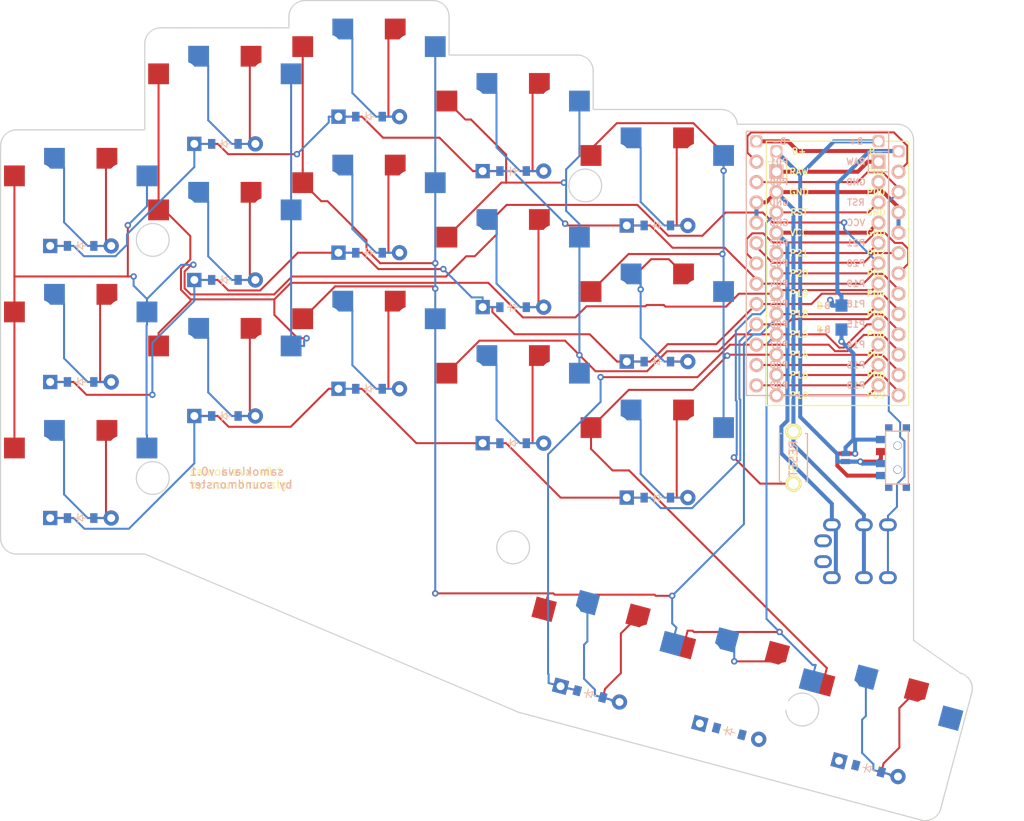
<source format=kicad_pcb>
(kicad_pcb (version 20171130) (host pcbnew 5.0.1-33cea8e~67~ubuntu18.04.1)

  (general
    (thickness 1.6)
    (drawings 35)
    (tracks 691)
    (zones 0)
    (modules 47)
    (nets 44)
  )

  (page A3)
  (title_block
    (title board)
    (rev v1.0.0)
    (company Unknown)
  )

  (layers
    (0 F.Cu signal)
    (31 B.Cu signal)
    (32 B.Adhes user)
    (33 F.Adhes user)
    (34 B.Paste user)
    (35 F.Paste user)
    (36 B.SilkS user)
    (37 F.SilkS user)
    (38 B.Mask user)
    (39 F.Mask user)
    (40 Dwgs.User user)
    (41 Cmts.User user)
    (42 Eco1.User user)
    (43 Eco2.User user)
    (44 Edge.Cuts user)
    (45 Margin user)
    (46 B.CrtYd user)
    (47 F.CrtYd user)
    (48 B.Fab user)
    (49 F.Fab user)
  )

  (setup
    (last_trace_width 0.25)
    (trace_clearance 0.2)
    (zone_clearance 0.508)
    (zone_45_only no)
    (trace_min 0.2)
    (segment_width 0.2)
    (edge_width 0.05)
    (via_size 0.8)
    (via_drill 0.4)
    (via_min_size 0.4)
    (via_min_drill 0.3)
    (uvia_size 0.3)
    (uvia_drill 0.1)
    (uvias_allowed no)
    (uvia_min_size 0.2)
    (uvia_min_drill 0.1)
    (pcb_text_width 0.3)
    (pcb_text_size 1.5 1.5)
    (mod_edge_width 0.12)
    (mod_text_size 1 1)
    (mod_text_width 0.15)
    (pad_size 1.524 1.524)
    (pad_drill 0.762)
    (pad_to_mask_clearance 0.05)
    (solder_mask_min_width 0.25)
    (aux_axis_origin 0 0)
    (visible_elements FFFFFF7F)
    (pcbplotparams
      (layerselection 0x010fc_ffffffff)
      (usegerberextensions false)
      (usegerberattributes true)
      (usegerberadvancedattributes true)
      (creategerberjobfile true)
      (excludeedgelayer true)
      (linewidth 0.100000)
      (plotframeref false)
      (viasonmask false)
      (mode 1)
      (useauxorigin false)
      (hpglpennumber 1)
      (hpglpenspeed 20)
      (hpglpendiameter 15.000000)
      (psnegative false)
      (psa4output false)
      (plotreference true)
      (plotvalue true)
      (plotinvisibletext false)
      (padsonsilk false)
      (subtractmaskfromsilk false)
      (outputformat 1)
      (mirror false)
      (drillshape 1)
      (scaleselection 1)
      (outputdirectory ""))
  )

  (net 0 "")
  (net 1 pinky_bottom)
  (net 2 P20)
  (net 3 P6)
  (net 4 pinky_home)
  (net 5 P5)
  (net 6 pinky_top)
  (net 7 P4)
  (net 8 ring_bottom)
  (net 9 P19)
  (net 10 ring_home)
  (net 11 ring_top)
  (net 12 middle_bottom)
  (net 13 P18)
  (net 14 middle_home)
  (net 15 middle_top)
  (net 16 index_bottom)
  (net 17 P15)
  (net 18 index_home)
  (net 19 index_top)
  (net 20 inner_bottom)
  (net 21 P14)
  (net 22 inner_home)
  (net 23 inner_top)
  (net 24 near_thumb)
  (net 25 P7)
  (net 26 home_thumb)
  (net 27 far_thumb)
  (net 28 RAW)
  (net 29 GND)
  (net 30 RST)
  (net 31 VCC)
  (net 32 P21)
  (net 33 P16)
  (net 34 P10)
  (net 35 P1)
  (net 36 P0)
  (net 37 P2)
  (net 38 P3)
  (net 39 P8)
  (net 40 P9)
  (net 41 Bplus)
  (net 42 Bminus)
  (net 43 Braw)

  (net_class Default "This is the default net class."
    (clearance 0.2)
    (trace_width 0.25)
    (via_dia 0.8)
    (via_drill 0.4)
    (uvia_dia 0.3)
    (uvia_drill 0.1)
    (add_net P0)
    (add_net P1)
    (add_net P10)
    (add_net P14)
    (add_net P15)
    (add_net P16)
    (add_net P18)
    (add_net P19)
    (add_net P2)
    (add_net P20)
    (add_net P21)
    (add_net P3)
    (add_net P4)
    (add_net P5)
    (add_net P6)
    (add_net P7)
    (add_net P8)
    (add_net P9)
    (add_net RST)
    (add_net far_thumb)
    (add_net home_thumb)
    (add_net index_bottom)
    (add_net index_home)
    (add_net index_top)
    (add_net inner_bottom)
    (add_net inner_home)
    (add_net inner_top)
    (add_net middle_bottom)
    (add_net middle_home)
    (add_net middle_top)
    (add_net near_thumb)
    (add_net pinky_bottom)
    (add_net pinky_home)
    (add_net pinky_top)
    (add_net ring_bottom)
    (add_net ring_home)
    (add_net ring_top)
  )

  (net_class Power "This is the power net class."
    (clearance 0.2)
    (trace_width 0.5)
    (via_dia 0.8)
    (via_drill 0.4)
    (uvia_dia 0.3)
    (uvia_drill 0.1)
    (add_net Bminus)
    (add_net Bplus)
    (add_net Braw)
    (add_net GND)
    (add_net RAW)
    (add_net VCC)
  )

  (module PG1350 (layer F.Cu) (tedit 5DD50112) (tstamp 0)
    (at 18 0)
    (fp_text reference S1 (at 0 0) (layer F.SilkS) hide
      (effects (font (size 1.27 1.27) (thickness 0.15)))
    )
    (fp_text value "" (at 0 0) (layer F.SilkS) hide
      (effects (font (size 1.27 1.27) (thickness 0.15)))
    )
    (fp_line (start -7 -6) (end -7 -7) (layer Dwgs.User) (width 0.15))
    (fp_line (start -7 7) (end -6 7) (layer Dwgs.User) (width 0.15))
    (fp_line (start -6 -7) (end -7 -7) (layer Dwgs.User) (width 0.15))
    (fp_line (start -7 7) (end -7 6) (layer Dwgs.User) (width 0.15))
    (fp_line (start 7 6) (end 7 7) (layer Dwgs.User) (width 0.15))
    (fp_line (start 7 -7) (end 6 -7) (layer Dwgs.User) (width 0.15))
    (fp_line (start 6 7) (end 7 7) (layer Dwgs.User) (width 0.15))
    (fp_line (start 7 -7) (end 7 -6) (layer Dwgs.User) (width 0.15))
    (fp_line (start -9 -8.5) (end 9 -8.5) (layer Dwgs.User) (width 0.15))
    (fp_line (start 9 -8.5) (end 9 8.5) (layer Dwgs.User) (width 0.15))
    (fp_line (start 9 8.5) (end -9 8.5) (layer Dwgs.User) (width 0.15))
    (fp_line (start -9 8.5) (end -9 -8.5) (layer Dwgs.User) (width 0.15))
    (pad "" np_thru_hole circle (at 0 0) (size 3.429 3.429) (drill 3.429) (layers *.Cu *.Mask))
    (pad "" np_thru_hole circle (at 5.5 0) (size 1.7018 1.7018) (drill 1.7018) (layers *.Cu *.Mask))
    (pad "" np_thru_hole circle (at -5.5 0) (size 1.7018 1.7018) (drill 1.7018) (layers *.Cu *.Mask))
    (pad "" np_thru_hole circle (at 5 -3.75) (size 3 3) (drill 3) (layers *.Cu *.Mask))
    (pad "" np_thru_hole circle (at 0 -5.95) (size 3 3) (drill 3) (layers *.Cu *.Mask))
    (pad 1 smd rect (at -3.275 -5.95) (size 2.6 2.6) (layers B.Cu B.Paste B.Mask)
      (net 1 pinky_bottom))
    (pad 2 smd rect (at 8.275 -3.75) (size 2.6 2.6) (layers B.Cu B.Paste B.Mask)
      (net 2 P20))
    (pad "" np_thru_hole circle (at -5 -3.75) (size 3 3) (drill 3) (layers *.Cu *.Mask))
    (pad "" np_thru_hole circle (at 0 -5.95) (size 3 3) (drill 3) (layers *.Cu *.Mask))
    (pad 1 smd rect (at 3.275 -5.95) (size 2.6 2.6) (layers F.Cu F.Paste F.Mask)
      (net 1 pinky_bottom))
    (pad 2 smd rect (at -8.275 -3.75) (size 2.6 2.6) (layers F.Cu F.Paste F.Mask)
      (net 2 P20))
  )

  (module ComboDiode (layer F.Cu) (tedit 5B24D78E) (tstamp 0)
    (at 18 5)
    (fp_text reference D1 (at 0 0) (layer F.SilkS) hide
      (effects (font (size 1.27 1.27) (thickness 0.15)))
    )
    (fp_text value "" (at 0 0) (layer F.SilkS) hide
      (effects (font (size 1.27 1.27) (thickness 0.15)))
    )
    (fp_line (start 0.25 0) (end 0.75 0) (layer F.SilkS) (width 0.1))
    (fp_line (start 0.25 0.4) (end -0.35 0) (layer F.SilkS) (width 0.1))
    (fp_line (start 0.25 -0.4) (end 0.25 0.4) (layer F.SilkS) (width 0.1))
    (fp_line (start -0.35 0) (end 0.25 -0.4) (layer F.SilkS) (width 0.1))
    (fp_line (start -0.35 0) (end -0.35 0.55) (layer F.SilkS) (width 0.1))
    (fp_line (start -0.35 0) (end -0.35 -0.55) (layer F.SilkS) (width 0.1))
    (fp_line (start -0.75 0) (end -0.35 0) (layer F.SilkS) (width 0.1))
    (fp_line (start 0.25 0) (end 0.75 0) (layer B.SilkS) (width 0.1))
    (fp_line (start 0.25 0.4) (end -0.35 0) (layer B.SilkS) (width 0.1))
    (fp_line (start 0.25 -0.4) (end 0.25 0.4) (layer B.SilkS) (width 0.1))
    (fp_line (start -0.35 0) (end 0.25 -0.4) (layer B.SilkS) (width 0.1))
    (fp_line (start -0.35 0) (end -0.35 0.55) (layer B.SilkS) (width 0.1))
    (fp_line (start -0.35 0) (end -0.35 -0.55) (layer B.SilkS) (width 0.1))
    (fp_line (start -0.75 0) (end -0.35 0) (layer B.SilkS) (width 0.1))
    (pad 1 smd rect (at -1.65 0) (size 0.9 1.2) (layers F.Cu F.Paste F.Mask)
      (net 3 P6))
    (pad 2 smd rect (at 1.65 0) (size 0.9 1.2) (layers B.Cu B.Paste B.Mask)
      (net 1 pinky_bottom))
    (pad 1 smd rect (at -1.65 0) (size 0.9 1.2) (layers B.Cu B.Paste B.Mask)
      (net 3 P6))
    (pad 2 smd rect (at 1.65 0) (size 0.9 1.2) (layers F.Cu F.Paste F.Mask)
      (net 1 pinky_bottom))
    (pad 1 thru_hole circle (at 3.81 0) (size 1.905 1.905) (drill 0.9906) (layers *.Cu *.Mask)
      (net 1 pinky_bottom))
    (pad 2 thru_hole rect (at -3.81 0) (size 1.778 1.778) (drill 0.9906) (layers *.Cu *.Mask)
      (net 3 P6))
  )

  (module PG1350 (layer F.Cu) (tedit 5DD50112) (tstamp 0)
    (at 18 -17)
    (fp_text reference S2 (at 0 0) (layer F.SilkS) hide
      (effects (font (size 1.27 1.27) (thickness 0.15)))
    )
    (fp_text value "" (at 0 0) (layer F.SilkS) hide
      (effects (font (size 1.27 1.27) (thickness 0.15)))
    )
    (fp_line (start -7 -6) (end -7 -7) (layer Dwgs.User) (width 0.15))
    (fp_line (start -7 7) (end -6 7) (layer Dwgs.User) (width 0.15))
    (fp_line (start -6 -7) (end -7 -7) (layer Dwgs.User) (width 0.15))
    (fp_line (start -7 7) (end -7 6) (layer Dwgs.User) (width 0.15))
    (fp_line (start 7 6) (end 7 7) (layer Dwgs.User) (width 0.15))
    (fp_line (start 7 -7) (end 6 -7) (layer Dwgs.User) (width 0.15))
    (fp_line (start 6 7) (end 7 7) (layer Dwgs.User) (width 0.15))
    (fp_line (start 7 -7) (end 7 -6) (layer Dwgs.User) (width 0.15))
    (fp_line (start -9 -8.5) (end 9 -8.5) (layer Dwgs.User) (width 0.15))
    (fp_line (start 9 -8.5) (end 9 8.5) (layer Dwgs.User) (width 0.15))
    (fp_line (start 9 8.5) (end -9 8.5) (layer Dwgs.User) (width 0.15))
    (fp_line (start -9 8.5) (end -9 -8.5) (layer Dwgs.User) (width 0.15))
    (pad "" np_thru_hole circle (at 0 0) (size 3.429 3.429) (drill 3.429) (layers *.Cu *.Mask))
    (pad "" np_thru_hole circle (at 5.5 0) (size 1.7018 1.7018) (drill 1.7018) (layers *.Cu *.Mask))
    (pad "" np_thru_hole circle (at -5.5 0) (size 1.7018 1.7018) (drill 1.7018) (layers *.Cu *.Mask))
    (pad "" np_thru_hole circle (at 5 -3.75) (size 3 3) (drill 3) (layers *.Cu *.Mask))
    (pad "" np_thru_hole circle (at 0 -5.95) (size 3 3) (drill 3) (layers *.Cu *.Mask))
    (pad 1 smd rect (at -3.275 -5.95) (size 2.6 2.6) (layers B.Cu B.Paste B.Mask)
      (net 4 pinky_home))
    (pad 2 smd rect (at 8.275 -3.75) (size 2.6 2.6) (layers B.Cu B.Paste B.Mask)
      (net 2 P20))
    (pad "" np_thru_hole circle (at -5 -3.75) (size 3 3) (drill 3) (layers *.Cu *.Mask))
    (pad "" np_thru_hole circle (at 0 -5.95) (size 3 3) (drill 3) (layers *.Cu *.Mask))
    (pad 1 smd rect (at 3.275 -5.95) (size 2.6 2.6) (layers F.Cu F.Paste F.Mask)
      (net 4 pinky_home))
    (pad 2 smd rect (at -8.275 -3.75) (size 2.6 2.6) (layers F.Cu F.Paste F.Mask)
      (net 2 P20))
  )

  (module ComboDiode (layer F.Cu) (tedit 5B24D78E) (tstamp 0)
    (at 18 -12)
    (fp_text reference D2 (at 0 0) (layer F.SilkS) hide
      (effects (font (size 1.27 1.27) (thickness 0.15)))
    )
    (fp_text value "" (at 0 0) (layer F.SilkS) hide
      (effects (font (size 1.27 1.27) (thickness 0.15)))
    )
    (fp_line (start 0.25 0) (end 0.75 0) (layer F.SilkS) (width 0.1))
    (fp_line (start 0.25 0.4) (end -0.35 0) (layer F.SilkS) (width 0.1))
    (fp_line (start 0.25 -0.4) (end 0.25 0.4) (layer F.SilkS) (width 0.1))
    (fp_line (start -0.35 0) (end 0.25 -0.4) (layer F.SilkS) (width 0.1))
    (fp_line (start -0.35 0) (end -0.35 0.55) (layer F.SilkS) (width 0.1))
    (fp_line (start -0.35 0) (end -0.35 -0.55) (layer F.SilkS) (width 0.1))
    (fp_line (start -0.75 0) (end -0.35 0) (layer F.SilkS) (width 0.1))
    (fp_line (start 0.25 0) (end 0.75 0) (layer B.SilkS) (width 0.1))
    (fp_line (start 0.25 0.4) (end -0.35 0) (layer B.SilkS) (width 0.1))
    (fp_line (start 0.25 -0.4) (end 0.25 0.4) (layer B.SilkS) (width 0.1))
    (fp_line (start -0.35 0) (end 0.25 -0.4) (layer B.SilkS) (width 0.1))
    (fp_line (start -0.35 0) (end -0.35 0.55) (layer B.SilkS) (width 0.1))
    (fp_line (start -0.35 0) (end -0.35 -0.55) (layer B.SilkS) (width 0.1))
    (fp_line (start -0.75 0) (end -0.35 0) (layer B.SilkS) (width 0.1))
    (pad 1 smd rect (at -1.65 0) (size 0.9 1.2) (layers F.Cu F.Paste F.Mask)
      (net 5 P5))
    (pad 2 smd rect (at 1.65 0) (size 0.9 1.2) (layers B.Cu B.Paste B.Mask)
      (net 4 pinky_home))
    (pad 1 smd rect (at -1.65 0) (size 0.9 1.2) (layers B.Cu B.Paste B.Mask)
      (net 5 P5))
    (pad 2 smd rect (at 1.65 0) (size 0.9 1.2) (layers F.Cu F.Paste F.Mask)
      (net 4 pinky_home))
    (pad 1 thru_hole circle (at 3.81 0) (size 1.905 1.905) (drill 0.9906) (layers *.Cu *.Mask)
      (net 4 pinky_home))
    (pad 2 thru_hole rect (at -3.81 0) (size 1.778 1.778) (drill 0.9906) (layers *.Cu *.Mask)
      (net 5 P5))
  )

  (module PG1350 (layer F.Cu) (tedit 5DD50112) (tstamp 0)
    (at 18 -34)
    (fp_text reference S3 (at 0 0) (layer F.SilkS) hide
      (effects (font (size 1.27 1.27) (thickness 0.15)))
    )
    (fp_text value "" (at 0 0) (layer F.SilkS) hide
      (effects (font (size 1.27 1.27) (thickness 0.15)))
    )
    (fp_line (start -7 -6) (end -7 -7) (layer Dwgs.User) (width 0.15))
    (fp_line (start -7 7) (end -6 7) (layer Dwgs.User) (width 0.15))
    (fp_line (start -6 -7) (end -7 -7) (layer Dwgs.User) (width 0.15))
    (fp_line (start -7 7) (end -7 6) (layer Dwgs.User) (width 0.15))
    (fp_line (start 7 6) (end 7 7) (layer Dwgs.User) (width 0.15))
    (fp_line (start 7 -7) (end 6 -7) (layer Dwgs.User) (width 0.15))
    (fp_line (start 6 7) (end 7 7) (layer Dwgs.User) (width 0.15))
    (fp_line (start 7 -7) (end 7 -6) (layer Dwgs.User) (width 0.15))
    (fp_line (start -9 -8.5) (end 9 -8.5) (layer Dwgs.User) (width 0.15))
    (fp_line (start 9 -8.5) (end 9 8.5) (layer Dwgs.User) (width 0.15))
    (fp_line (start 9 8.5) (end -9 8.5) (layer Dwgs.User) (width 0.15))
    (fp_line (start -9 8.5) (end -9 -8.5) (layer Dwgs.User) (width 0.15))
    (pad "" np_thru_hole circle (at 0 0) (size 3.429 3.429) (drill 3.429) (layers *.Cu *.Mask))
    (pad "" np_thru_hole circle (at 5.5 0) (size 1.7018 1.7018) (drill 1.7018) (layers *.Cu *.Mask))
    (pad "" np_thru_hole circle (at -5.5 0) (size 1.7018 1.7018) (drill 1.7018) (layers *.Cu *.Mask))
    (pad "" np_thru_hole circle (at 5 -3.75) (size 3 3) (drill 3) (layers *.Cu *.Mask))
    (pad "" np_thru_hole circle (at 0 -5.95) (size 3 3) (drill 3) (layers *.Cu *.Mask))
    (pad 1 smd rect (at -3.275 -5.95) (size 2.6 2.6) (layers B.Cu B.Paste B.Mask)
      (net 6 pinky_top))
    (pad 2 smd rect (at 8.275 -3.75) (size 2.6 2.6) (layers B.Cu B.Paste B.Mask)
      (net 2 P20))
    (pad "" np_thru_hole circle (at -5 -3.75) (size 3 3) (drill 3) (layers *.Cu *.Mask))
    (pad "" np_thru_hole circle (at 0 -5.95) (size 3 3) (drill 3) (layers *.Cu *.Mask))
    (pad 1 smd rect (at 3.275 -5.95) (size 2.6 2.6) (layers F.Cu F.Paste F.Mask)
      (net 6 pinky_top))
    (pad 2 smd rect (at -8.275 -3.75) (size 2.6 2.6) (layers F.Cu F.Paste F.Mask)
      (net 2 P20))
  )

  (module ComboDiode (layer F.Cu) (tedit 5B24D78E) (tstamp 0)
    (at 18 -29)
    (fp_text reference D3 (at 0 0) (layer F.SilkS) hide
      (effects (font (size 1.27 1.27) (thickness 0.15)))
    )
    (fp_text value "" (at 0 0) (layer F.SilkS) hide
      (effects (font (size 1.27 1.27) (thickness 0.15)))
    )
    (fp_line (start 0.25 0) (end 0.75 0) (layer F.SilkS) (width 0.1))
    (fp_line (start 0.25 0.4) (end -0.35 0) (layer F.SilkS) (width 0.1))
    (fp_line (start 0.25 -0.4) (end 0.25 0.4) (layer F.SilkS) (width 0.1))
    (fp_line (start -0.35 0) (end 0.25 -0.4) (layer F.SilkS) (width 0.1))
    (fp_line (start -0.35 0) (end -0.35 0.55) (layer F.SilkS) (width 0.1))
    (fp_line (start -0.35 0) (end -0.35 -0.55) (layer F.SilkS) (width 0.1))
    (fp_line (start -0.75 0) (end -0.35 0) (layer F.SilkS) (width 0.1))
    (fp_line (start 0.25 0) (end 0.75 0) (layer B.SilkS) (width 0.1))
    (fp_line (start 0.25 0.4) (end -0.35 0) (layer B.SilkS) (width 0.1))
    (fp_line (start 0.25 -0.4) (end 0.25 0.4) (layer B.SilkS) (width 0.1))
    (fp_line (start -0.35 0) (end 0.25 -0.4) (layer B.SilkS) (width 0.1))
    (fp_line (start -0.35 0) (end -0.35 0.55) (layer B.SilkS) (width 0.1))
    (fp_line (start -0.35 0) (end -0.35 -0.55) (layer B.SilkS) (width 0.1))
    (fp_line (start -0.75 0) (end -0.35 0) (layer B.SilkS) (width 0.1))
    (pad 1 smd rect (at -1.65 0) (size 0.9 1.2) (layers F.Cu F.Paste F.Mask)
      (net 7 P4))
    (pad 2 smd rect (at 1.65 0) (size 0.9 1.2) (layers B.Cu B.Paste B.Mask)
      (net 6 pinky_top))
    (pad 1 smd rect (at -1.65 0) (size 0.9 1.2) (layers B.Cu B.Paste B.Mask)
      (net 7 P4))
    (pad 2 smd rect (at 1.65 0) (size 0.9 1.2) (layers F.Cu F.Paste F.Mask)
      (net 6 pinky_top))
    (pad 1 thru_hole circle (at 3.81 0) (size 1.905 1.905) (drill 0.9906) (layers *.Cu *.Mask)
      (net 6 pinky_top))
    (pad 2 thru_hole rect (at -3.81 0) (size 1.778 1.778) (drill 0.9906) (layers *.Cu *.Mask)
      (net 7 P4))
  )

  (module PG1350 (layer F.Cu) (tedit 5DD50112) (tstamp 0)
    (at 36 -12.75)
    (fp_text reference S4 (at 0 0) (layer F.SilkS) hide
      (effects (font (size 1.27 1.27) (thickness 0.15)))
    )
    (fp_text value "" (at 0 0) (layer F.SilkS) hide
      (effects (font (size 1.27 1.27) (thickness 0.15)))
    )
    (fp_line (start -7 -6) (end -7 -7) (layer Dwgs.User) (width 0.15))
    (fp_line (start -7 7) (end -6 7) (layer Dwgs.User) (width 0.15))
    (fp_line (start -6 -7) (end -7 -7) (layer Dwgs.User) (width 0.15))
    (fp_line (start -7 7) (end -7 6) (layer Dwgs.User) (width 0.15))
    (fp_line (start 7 6) (end 7 7) (layer Dwgs.User) (width 0.15))
    (fp_line (start 7 -7) (end 6 -7) (layer Dwgs.User) (width 0.15))
    (fp_line (start 6 7) (end 7 7) (layer Dwgs.User) (width 0.15))
    (fp_line (start 7 -7) (end 7 -6) (layer Dwgs.User) (width 0.15))
    (fp_line (start -9 -8.5) (end 9 -8.5) (layer Dwgs.User) (width 0.15))
    (fp_line (start 9 -8.5) (end 9 8.5) (layer Dwgs.User) (width 0.15))
    (fp_line (start 9 8.5) (end -9 8.5) (layer Dwgs.User) (width 0.15))
    (fp_line (start -9 8.5) (end -9 -8.5) (layer Dwgs.User) (width 0.15))
    (pad "" np_thru_hole circle (at 0 0) (size 3.429 3.429) (drill 3.429) (layers *.Cu *.Mask))
    (pad "" np_thru_hole circle (at 5.5 0) (size 1.7018 1.7018) (drill 1.7018) (layers *.Cu *.Mask))
    (pad "" np_thru_hole circle (at -5.5 0) (size 1.7018 1.7018) (drill 1.7018) (layers *.Cu *.Mask))
    (pad "" np_thru_hole circle (at 5 -3.75) (size 3 3) (drill 3) (layers *.Cu *.Mask))
    (pad "" np_thru_hole circle (at 0 -5.95) (size 3 3) (drill 3) (layers *.Cu *.Mask))
    (pad 1 smd rect (at -3.275 -5.95) (size 2.6 2.6) (layers B.Cu B.Paste B.Mask)
      (net 8 ring_bottom))
    (pad 2 smd rect (at 8.275 -3.75) (size 2.6 2.6) (layers B.Cu B.Paste B.Mask)
      (net 9 P19))
    (pad "" np_thru_hole circle (at -5 -3.75) (size 3 3) (drill 3) (layers *.Cu *.Mask))
    (pad "" np_thru_hole circle (at 0 -5.95) (size 3 3) (drill 3) (layers *.Cu *.Mask))
    (pad 1 smd rect (at 3.275 -5.95) (size 2.6 2.6) (layers F.Cu F.Paste F.Mask)
      (net 8 ring_bottom))
    (pad 2 smd rect (at -8.275 -3.75) (size 2.6 2.6) (layers F.Cu F.Paste F.Mask)
      (net 9 P19))
  )

  (module ComboDiode (layer F.Cu) (tedit 5B24D78E) (tstamp 0)
    (at 36 -7.75)
    (fp_text reference D4 (at 0 0) (layer F.SilkS) hide
      (effects (font (size 1.27 1.27) (thickness 0.15)))
    )
    (fp_text value "" (at 0 0) (layer F.SilkS) hide
      (effects (font (size 1.27 1.27) (thickness 0.15)))
    )
    (fp_line (start 0.25 0) (end 0.75 0) (layer F.SilkS) (width 0.1))
    (fp_line (start 0.25 0.4) (end -0.35 0) (layer F.SilkS) (width 0.1))
    (fp_line (start 0.25 -0.4) (end 0.25 0.4) (layer F.SilkS) (width 0.1))
    (fp_line (start -0.35 0) (end 0.25 -0.4) (layer F.SilkS) (width 0.1))
    (fp_line (start -0.35 0) (end -0.35 0.55) (layer F.SilkS) (width 0.1))
    (fp_line (start -0.35 0) (end -0.35 -0.55) (layer F.SilkS) (width 0.1))
    (fp_line (start -0.75 0) (end -0.35 0) (layer F.SilkS) (width 0.1))
    (fp_line (start 0.25 0) (end 0.75 0) (layer B.SilkS) (width 0.1))
    (fp_line (start 0.25 0.4) (end -0.35 0) (layer B.SilkS) (width 0.1))
    (fp_line (start 0.25 -0.4) (end 0.25 0.4) (layer B.SilkS) (width 0.1))
    (fp_line (start -0.35 0) (end 0.25 -0.4) (layer B.SilkS) (width 0.1))
    (fp_line (start -0.35 0) (end -0.35 0.55) (layer B.SilkS) (width 0.1))
    (fp_line (start -0.35 0) (end -0.35 -0.55) (layer B.SilkS) (width 0.1))
    (fp_line (start -0.75 0) (end -0.35 0) (layer B.SilkS) (width 0.1))
    (pad 1 smd rect (at -1.65 0) (size 0.9 1.2) (layers F.Cu F.Paste F.Mask)
      (net 3 P6))
    (pad 2 smd rect (at 1.65 0) (size 0.9 1.2) (layers B.Cu B.Paste B.Mask)
      (net 8 ring_bottom))
    (pad 1 smd rect (at -1.65 0) (size 0.9 1.2) (layers B.Cu B.Paste B.Mask)
      (net 3 P6))
    (pad 2 smd rect (at 1.65 0) (size 0.9 1.2) (layers F.Cu F.Paste F.Mask)
      (net 8 ring_bottom))
    (pad 1 thru_hole circle (at 3.81 0) (size 1.905 1.905) (drill 0.9906) (layers *.Cu *.Mask)
      (net 8 ring_bottom))
    (pad 2 thru_hole rect (at -3.81 0) (size 1.778 1.778) (drill 0.9906) (layers *.Cu *.Mask)
      (net 3 P6))
  )

  (module PG1350 (layer F.Cu) (tedit 5DD50112) (tstamp 0)
    (at 36 -29.75)
    (fp_text reference S5 (at 0 0) (layer F.SilkS) hide
      (effects (font (size 1.27 1.27) (thickness 0.15)))
    )
    (fp_text value "" (at 0 0) (layer F.SilkS) hide
      (effects (font (size 1.27 1.27) (thickness 0.15)))
    )
    (fp_line (start -7 -6) (end -7 -7) (layer Dwgs.User) (width 0.15))
    (fp_line (start -7 7) (end -6 7) (layer Dwgs.User) (width 0.15))
    (fp_line (start -6 -7) (end -7 -7) (layer Dwgs.User) (width 0.15))
    (fp_line (start -7 7) (end -7 6) (layer Dwgs.User) (width 0.15))
    (fp_line (start 7 6) (end 7 7) (layer Dwgs.User) (width 0.15))
    (fp_line (start 7 -7) (end 6 -7) (layer Dwgs.User) (width 0.15))
    (fp_line (start 6 7) (end 7 7) (layer Dwgs.User) (width 0.15))
    (fp_line (start 7 -7) (end 7 -6) (layer Dwgs.User) (width 0.15))
    (fp_line (start -9 -8.5) (end 9 -8.5) (layer Dwgs.User) (width 0.15))
    (fp_line (start 9 -8.5) (end 9 8.5) (layer Dwgs.User) (width 0.15))
    (fp_line (start 9 8.5) (end -9 8.5) (layer Dwgs.User) (width 0.15))
    (fp_line (start -9 8.5) (end -9 -8.5) (layer Dwgs.User) (width 0.15))
    (pad "" np_thru_hole circle (at 0 0) (size 3.429 3.429) (drill 3.429) (layers *.Cu *.Mask))
    (pad "" np_thru_hole circle (at 5.5 0) (size 1.7018 1.7018) (drill 1.7018) (layers *.Cu *.Mask))
    (pad "" np_thru_hole circle (at -5.5 0) (size 1.7018 1.7018) (drill 1.7018) (layers *.Cu *.Mask))
    (pad "" np_thru_hole circle (at 5 -3.75) (size 3 3) (drill 3) (layers *.Cu *.Mask))
    (pad "" np_thru_hole circle (at 0 -5.95) (size 3 3) (drill 3) (layers *.Cu *.Mask))
    (pad 1 smd rect (at -3.275 -5.95) (size 2.6 2.6) (layers B.Cu B.Paste B.Mask)
      (net 10 ring_home))
    (pad 2 smd rect (at 8.275 -3.75) (size 2.6 2.6) (layers B.Cu B.Paste B.Mask)
      (net 9 P19))
    (pad "" np_thru_hole circle (at -5 -3.75) (size 3 3) (drill 3) (layers *.Cu *.Mask))
    (pad "" np_thru_hole circle (at 0 -5.95) (size 3 3) (drill 3) (layers *.Cu *.Mask))
    (pad 1 smd rect (at 3.275 -5.95) (size 2.6 2.6) (layers F.Cu F.Paste F.Mask)
      (net 10 ring_home))
    (pad 2 smd rect (at -8.275 -3.75) (size 2.6 2.6) (layers F.Cu F.Paste F.Mask)
      (net 9 P19))
  )

  (module ComboDiode (layer F.Cu) (tedit 5B24D78E) (tstamp 0)
    (at 36 -24.75)
    (fp_text reference D5 (at 0 0) (layer F.SilkS) hide
      (effects (font (size 1.27 1.27) (thickness 0.15)))
    )
    (fp_text value "" (at 0 0) (layer F.SilkS) hide
      (effects (font (size 1.27 1.27) (thickness 0.15)))
    )
    (fp_line (start 0.25 0) (end 0.75 0) (layer F.SilkS) (width 0.1))
    (fp_line (start 0.25 0.4) (end -0.35 0) (layer F.SilkS) (width 0.1))
    (fp_line (start 0.25 -0.4) (end 0.25 0.4) (layer F.SilkS) (width 0.1))
    (fp_line (start -0.35 0) (end 0.25 -0.4) (layer F.SilkS) (width 0.1))
    (fp_line (start -0.35 0) (end -0.35 0.55) (layer F.SilkS) (width 0.1))
    (fp_line (start -0.35 0) (end -0.35 -0.55) (layer F.SilkS) (width 0.1))
    (fp_line (start -0.75 0) (end -0.35 0) (layer F.SilkS) (width 0.1))
    (fp_line (start 0.25 0) (end 0.75 0) (layer B.SilkS) (width 0.1))
    (fp_line (start 0.25 0.4) (end -0.35 0) (layer B.SilkS) (width 0.1))
    (fp_line (start 0.25 -0.4) (end 0.25 0.4) (layer B.SilkS) (width 0.1))
    (fp_line (start -0.35 0) (end 0.25 -0.4) (layer B.SilkS) (width 0.1))
    (fp_line (start -0.35 0) (end -0.35 0.55) (layer B.SilkS) (width 0.1))
    (fp_line (start -0.35 0) (end -0.35 -0.55) (layer B.SilkS) (width 0.1))
    (fp_line (start -0.75 0) (end -0.35 0) (layer B.SilkS) (width 0.1))
    (pad 1 smd rect (at -1.65 0) (size 0.9 1.2) (layers F.Cu F.Paste F.Mask)
      (net 5 P5))
    (pad 2 smd rect (at 1.65 0) (size 0.9 1.2) (layers B.Cu B.Paste B.Mask)
      (net 10 ring_home))
    (pad 1 smd rect (at -1.65 0) (size 0.9 1.2) (layers B.Cu B.Paste B.Mask)
      (net 5 P5))
    (pad 2 smd rect (at 1.65 0) (size 0.9 1.2) (layers F.Cu F.Paste F.Mask)
      (net 10 ring_home))
    (pad 1 thru_hole circle (at 3.81 0) (size 1.905 1.905) (drill 0.9906) (layers *.Cu *.Mask)
      (net 10 ring_home))
    (pad 2 thru_hole rect (at -3.81 0) (size 1.778 1.778) (drill 0.9906) (layers *.Cu *.Mask)
      (net 5 P5))
  )

  (module PG1350 (layer F.Cu) (tedit 5DD50112) (tstamp 0)
    (at 36 -46.75)
    (fp_text reference S6 (at 0 0) (layer F.SilkS) hide
      (effects (font (size 1.27 1.27) (thickness 0.15)))
    )
    (fp_text value "" (at 0 0) (layer F.SilkS) hide
      (effects (font (size 1.27 1.27) (thickness 0.15)))
    )
    (fp_line (start -7 -6) (end -7 -7) (layer Dwgs.User) (width 0.15))
    (fp_line (start -7 7) (end -6 7) (layer Dwgs.User) (width 0.15))
    (fp_line (start -6 -7) (end -7 -7) (layer Dwgs.User) (width 0.15))
    (fp_line (start -7 7) (end -7 6) (layer Dwgs.User) (width 0.15))
    (fp_line (start 7 6) (end 7 7) (layer Dwgs.User) (width 0.15))
    (fp_line (start 7 -7) (end 6 -7) (layer Dwgs.User) (width 0.15))
    (fp_line (start 6 7) (end 7 7) (layer Dwgs.User) (width 0.15))
    (fp_line (start 7 -7) (end 7 -6) (layer Dwgs.User) (width 0.15))
    (fp_line (start -9 -8.5) (end 9 -8.5) (layer Dwgs.User) (width 0.15))
    (fp_line (start 9 -8.5) (end 9 8.5) (layer Dwgs.User) (width 0.15))
    (fp_line (start 9 8.5) (end -9 8.5) (layer Dwgs.User) (width 0.15))
    (fp_line (start -9 8.5) (end -9 -8.5) (layer Dwgs.User) (width 0.15))
    (pad "" np_thru_hole circle (at 0 0) (size 3.429 3.429) (drill 3.429) (layers *.Cu *.Mask))
    (pad "" np_thru_hole circle (at 5.5 0) (size 1.7018 1.7018) (drill 1.7018) (layers *.Cu *.Mask))
    (pad "" np_thru_hole circle (at -5.5 0) (size 1.7018 1.7018) (drill 1.7018) (layers *.Cu *.Mask))
    (pad "" np_thru_hole circle (at 5 -3.75) (size 3 3) (drill 3) (layers *.Cu *.Mask))
    (pad "" np_thru_hole circle (at 0 -5.95) (size 3 3) (drill 3) (layers *.Cu *.Mask))
    (pad 1 smd rect (at -3.275 -5.95) (size 2.6 2.6) (layers B.Cu B.Paste B.Mask)
      (net 11 ring_top))
    (pad 2 smd rect (at 8.275 -3.75) (size 2.6 2.6) (layers B.Cu B.Paste B.Mask)
      (net 9 P19))
    (pad "" np_thru_hole circle (at -5 -3.75) (size 3 3) (drill 3) (layers *.Cu *.Mask))
    (pad "" np_thru_hole circle (at 0 -5.95) (size 3 3) (drill 3) (layers *.Cu *.Mask))
    (pad 1 smd rect (at 3.275 -5.95) (size 2.6 2.6) (layers F.Cu F.Paste F.Mask)
      (net 11 ring_top))
    (pad 2 smd rect (at -8.275 -3.75) (size 2.6 2.6) (layers F.Cu F.Paste F.Mask)
      (net 9 P19))
  )

  (module ComboDiode (layer F.Cu) (tedit 5B24D78E) (tstamp 0)
    (at 36 -41.75)
    (fp_text reference D6 (at 0 0) (layer F.SilkS) hide
      (effects (font (size 1.27 1.27) (thickness 0.15)))
    )
    (fp_text value "" (at 0 0) (layer F.SilkS) hide
      (effects (font (size 1.27 1.27) (thickness 0.15)))
    )
    (fp_line (start 0.25 0) (end 0.75 0) (layer F.SilkS) (width 0.1))
    (fp_line (start 0.25 0.4) (end -0.35 0) (layer F.SilkS) (width 0.1))
    (fp_line (start 0.25 -0.4) (end 0.25 0.4) (layer F.SilkS) (width 0.1))
    (fp_line (start -0.35 0) (end 0.25 -0.4) (layer F.SilkS) (width 0.1))
    (fp_line (start -0.35 0) (end -0.35 0.55) (layer F.SilkS) (width 0.1))
    (fp_line (start -0.35 0) (end -0.35 -0.55) (layer F.SilkS) (width 0.1))
    (fp_line (start -0.75 0) (end -0.35 0) (layer F.SilkS) (width 0.1))
    (fp_line (start 0.25 0) (end 0.75 0) (layer B.SilkS) (width 0.1))
    (fp_line (start 0.25 0.4) (end -0.35 0) (layer B.SilkS) (width 0.1))
    (fp_line (start 0.25 -0.4) (end 0.25 0.4) (layer B.SilkS) (width 0.1))
    (fp_line (start -0.35 0) (end 0.25 -0.4) (layer B.SilkS) (width 0.1))
    (fp_line (start -0.35 0) (end -0.35 0.55) (layer B.SilkS) (width 0.1))
    (fp_line (start -0.35 0) (end -0.35 -0.55) (layer B.SilkS) (width 0.1))
    (fp_line (start -0.75 0) (end -0.35 0) (layer B.SilkS) (width 0.1))
    (pad 1 smd rect (at -1.65 0) (size 0.9 1.2) (layers F.Cu F.Paste F.Mask)
      (net 7 P4))
    (pad 2 smd rect (at 1.65 0) (size 0.9 1.2) (layers B.Cu B.Paste B.Mask)
      (net 11 ring_top))
    (pad 1 smd rect (at -1.65 0) (size 0.9 1.2) (layers B.Cu B.Paste B.Mask)
      (net 7 P4))
    (pad 2 smd rect (at 1.65 0) (size 0.9 1.2) (layers F.Cu F.Paste F.Mask)
      (net 11 ring_top))
    (pad 1 thru_hole circle (at 3.81 0) (size 1.905 1.905) (drill 0.9906) (layers *.Cu *.Mask)
      (net 11 ring_top))
    (pad 2 thru_hole rect (at -3.81 0) (size 1.778 1.778) (drill 0.9906) (layers *.Cu *.Mask)
      (net 7 P4))
  )

  (module PG1350 (layer F.Cu) (tedit 5DD50112) (tstamp 0)
    (at 54 -16.15)
    (fp_text reference S7 (at 0 0) (layer F.SilkS) hide
      (effects (font (size 1.27 1.27) (thickness 0.15)))
    )
    (fp_text value "" (at 0 0) (layer F.SilkS) hide
      (effects (font (size 1.27 1.27) (thickness 0.15)))
    )
    (fp_line (start -7 -6) (end -7 -7) (layer Dwgs.User) (width 0.15))
    (fp_line (start -7 7) (end -6 7) (layer Dwgs.User) (width 0.15))
    (fp_line (start -6 -7) (end -7 -7) (layer Dwgs.User) (width 0.15))
    (fp_line (start -7 7) (end -7 6) (layer Dwgs.User) (width 0.15))
    (fp_line (start 7 6) (end 7 7) (layer Dwgs.User) (width 0.15))
    (fp_line (start 7 -7) (end 6 -7) (layer Dwgs.User) (width 0.15))
    (fp_line (start 6 7) (end 7 7) (layer Dwgs.User) (width 0.15))
    (fp_line (start 7 -7) (end 7 -6) (layer Dwgs.User) (width 0.15))
    (fp_line (start -9 -8.5) (end 9 -8.5) (layer Dwgs.User) (width 0.15))
    (fp_line (start 9 -8.5) (end 9 8.5) (layer Dwgs.User) (width 0.15))
    (fp_line (start 9 8.5) (end -9 8.5) (layer Dwgs.User) (width 0.15))
    (fp_line (start -9 8.5) (end -9 -8.5) (layer Dwgs.User) (width 0.15))
    (pad "" np_thru_hole circle (at 0 0) (size 3.429 3.429) (drill 3.429) (layers *.Cu *.Mask))
    (pad "" np_thru_hole circle (at 5.5 0) (size 1.7018 1.7018) (drill 1.7018) (layers *.Cu *.Mask))
    (pad "" np_thru_hole circle (at -5.5 0) (size 1.7018 1.7018) (drill 1.7018) (layers *.Cu *.Mask))
    (pad "" np_thru_hole circle (at 5 -3.75) (size 3 3) (drill 3) (layers *.Cu *.Mask))
    (pad "" np_thru_hole circle (at 0 -5.95) (size 3 3) (drill 3) (layers *.Cu *.Mask))
    (pad 1 smd rect (at -3.275 -5.95) (size 2.6 2.6) (layers B.Cu B.Paste B.Mask)
      (net 12 middle_bottom))
    (pad 2 smd rect (at 8.275 -3.75) (size 2.6 2.6) (layers B.Cu B.Paste B.Mask)
      (net 13 P18))
    (pad "" np_thru_hole circle (at -5 -3.75) (size 3 3) (drill 3) (layers *.Cu *.Mask))
    (pad "" np_thru_hole circle (at 0 -5.95) (size 3 3) (drill 3) (layers *.Cu *.Mask))
    (pad 1 smd rect (at 3.275 -5.95) (size 2.6 2.6) (layers F.Cu F.Paste F.Mask)
      (net 12 middle_bottom))
    (pad 2 smd rect (at -8.275 -3.75) (size 2.6 2.6) (layers F.Cu F.Paste F.Mask)
      (net 13 P18))
  )

  (module ComboDiode (layer F.Cu) (tedit 5B24D78E) (tstamp 0)
    (at 54 -11.15)
    (fp_text reference D7 (at 0 0) (layer F.SilkS) hide
      (effects (font (size 1.27 1.27) (thickness 0.15)))
    )
    (fp_text value "" (at 0 0) (layer F.SilkS) hide
      (effects (font (size 1.27 1.27) (thickness 0.15)))
    )
    (fp_line (start 0.25 0) (end 0.75 0) (layer F.SilkS) (width 0.1))
    (fp_line (start 0.25 0.4) (end -0.35 0) (layer F.SilkS) (width 0.1))
    (fp_line (start 0.25 -0.4) (end 0.25 0.4) (layer F.SilkS) (width 0.1))
    (fp_line (start -0.35 0) (end 0.25 -0.4) (layer F.SilkS) (width 0.1))
    (fp_line (start -0.35 0) (end -0.35 0.55) (layer F.SilkS) (width 0.1))
    (fp_line (start -0.35 0) (end -0.35 -0.55) (layer F.SilkS) (width 0.1))
    (fp_line (start -0.75 0) (end -0.35 0) (layer F.SilkS) (width 0.1))
    (fp_line (start 0.25 0) (end 0.75 0) (layer B.SilkS) (width 0.1))
    (fp_line (start 0.25 0.4) (end -0.35 0) (layer B.SilkS) (width 0.1))
    (fp_line (start 0.25 -0.4) (end 0.25 0.4) (layer B.SilkS) (width 0.1))
    (fp_line (start -0.35 0) (end 0.25 -0.4) (layer B.SilkS) (width 0.1))
    (fp_line (start -0.35 0) (end -0.35 0.55) (layer B.SilkS) (width 0.1))
    (fp_line (start -0.35 0) (end -0.35 -0.55) (layer B.SilkS) (width 0.1))
    (fp_line (start -0.75 0) (end -0.35 0) (layer B.SilkS) (width 0.1))
    (pad 1 smd rect (at -1.65 0) (size 0.9 1.2) (layers F.Cu F.Paste F.Mask)
      (net 3 P6))
    (pad 2 smd rect (at 1.65 0) (size 0.9 1.2) (layers B.Cu B.Paste B.Mask)
      (net 12 middle_bottom))
    (pad 1 smd rect (at -1.65 0) (size 0.9 1.2) (layers B.Cu B.Paste B.Mask)
      (net 3 P6))
    (pad 2 smd rect (at 1.65 0) (size 0.9 1.2) (layers F.Cu F.Paste F.Mask)
      (net 12 middle_bottom))
    (pad 1 thru_hole circle (at 3.81 0) (size 1.905 1.905) (drill 0.9906) (layers *.Cu *.Mask)
      (net 12 middle_bottom))
    (pad 2 thru_hole rect (at -3.81 0) (size 1.778 1.778) (drill 0.9906) (layers *.Cu *.Mask)
      (net 3 P6))
  )

  (module PG1350 (layer F.Cu) (tedit 5DD50112) (tstamp 0)
    (at 54 -33.15)
    (fp_text reference S8 (at 0 0) (layer F.SilkS) hide
      (effects (font (size 1.27 1.27) (thickness 0.15)))
    )
    (fp_text value "" (at 0 0) (layer F.SilkS) hide
      (effects (font (size 1.27 1.27) (thickness 0.15)))
    )
    (fp_line (start -7 -6) (end -7 -7) (layer Dwgs.User) (width 0.15))
    (fp_line (start -7 7) (end -6 7) (layer Dwgs.User) (width 0.15))
    (fp_line (start -6 -7) (end -7 -7) (layer Dwgs.User) (width 0.15))
    (fp_line (start -7 7) (end -7 6) (layer Dwgs.User) (width 0.15))
    (fp_line (start 7 6) (end 7 7) (layer Dwgs.User) (width 0.15))
    (fp_line (start 7 -7) (end 6 -7) (layer Dwgs.User) (width 0.15))
    (fp_line (start 6 7) (end 7 7) (layer Dwgs.User) (width 0.15))
    (fp_line (start 7 -7) (end 7 -6) (layer Dwgs.User) (width 0.15))
    (fp_line (start -9 -8.5) (end 9 -8.5) (layer Dwgs.User) (width 0.15))
    (fp_line (start 9 -8.5) (end 9 8.5) (layer Dwgs.User) (width 0.15))
    (fp_line (start 9 8.5) (end -9 8.5) (layer Dwgs.User) (width 0.15))
    (fp_line (start -9 8.5) (end -9 -8.5) (layer Dwgs.User) (width 0.15))
    (pad "" np_thru_hole circle (at 0 0) (size 3.429 3.429) (drill 3.429) (layers *.Cu *.Mask))
    (pad "" np_thru_hole circle (at 5.5 0) (size 1.7018 1.7018) (drill 1.7018) (layers *.Cu *.Mask))
    (pad "" np_thru_hole circle (at -5.5 0) (size 1.7018 1.7018) (drill 1.7018) (layers *.Cu *.Mask))
    (pad "" np_thru_hole circle (at 5 -3.75) (size 3 3) (drill 3) (layers *.Cu *.Mask))
    (pad "" np_thru_hole circle (at 0 -5.95) (size 3 3) (drill 3) (layers *.Cu *.Mask))
    (pad 1 smd rect (at -3.275 -5.95) (size 2.6 2.6) (layers B.Cu B.Paste B.Mask)
      (net 14 middle_home))
    (pad 2 smd rect (at 8.275 -3.75) (size 2.6 2.6) (layers B.Cu B.Paste B.Mask)
      (net 13 P18))
    (pad "" np_thru_hole circle (at -5 -3.75) (size 3 3) (drill 3) (layers *.Cu *.Mask))
    (pad "" np_thru_hole circle (at 0 -5.95) (size 3 3) (drill 3) (layers *.Cu *.Mask))
    (pad 1 smd rect (at 3.275 -5.95) (size 2.6 2.6) (layers F.Cu F.Paste F.Mask)
      (net 14 middle_home))
    (pad 2 smd rect (at -8.275 -3.75) (size 2.6 2.6) (layers F.Cu F.Paste F.Mask)
      (net 13 P18))
  )

  (module ComboDiode (layer F.Cu) (tedit 5B24D78E) (tstamp 0)
    (at 54 -28.15)
    (fp_text reference D8 (at 0 0) (layer F.SilkS) hide
      (effects (font (size 1.27 1.27) (thickness 0.15)))
    )
    (fp_text value "" (at 0 0) (layer F.SilkS) hide
      (effects (font (size 1.27 1.27) (thickness 0.15)))
    )
    (fp_line (start 0.25 0) (end 0.75 0) (layer F.SilkS) (width 0.1))
    (fp_line (start 0.25 0.4) (end -0.35 0) (layer F.SilkS) (width 0.1))
    (fp_line (start 0.25 -0.4) (end 0.25 0.4) (layer F.SilkS) (width 0.1))
    (fp_line (start -0.35 0) (end 0.25 -0.4) (layer F.SilkS) (width 0.1))
    (fp_line (start -0.35 0) (end -0.35 0.55) (layer F.SilkS) (width 0.1))
    (fp_line (start -0.35 0) (end -0.35 -0.55) (layer F.SilkS) (width 0.1))
    (fp_line (start -0.75 0) (end -0.35 0) (layer F.SilkS) (width 0.1))
    (fp_line (start 0.25 0) (end 0.75 0) (layer B.SilkS) (width 0.1))
    (fp_line (start 0.25 0.4) (end -0.35 0) (layer B.SilkS) (width 0.1))
    (fp_line (start 0.25 -0.4) (end 0.25 0.4) (layer B.SilkS) (width 0.1))
    (fp_line (start -0.35 0) (end 0.25 -0.4) (layer B.SilkS) (width 0.1))
    (fp_line (start -0.35 0) (end -0.35 0.55) (layer B.SilkS) (width 0.1))
    (fp_line (start -0.35 0) (end -0.35 -0.55) (layer B.SilkS) (width 0.1))
    (fp_line (start -0.75 0) (end -0.35 0) (layer B.SilkS) (width 0.1))
    (pad 1 smd rect (at -1.65 0) (size 0.9 1.2) (layers F.Cu F.Paste F.Mask)
      (net 5 P5))
    (pad 2 smd rect (at 1.65 0) (size 0.9 1.2) (layers B.Cu B.Paste B.Mask)
      (net 14 middle_home))
    (pad 1 smd rect (at -1.65 0) (size 0.9 1.2) (layers B.Cu B.Paste B.Mask)
      (net 5 P5))
    (pad 2 smd rect (at 1.65 0) (size 0.9 1.2) (layers F.Cu F.Paste F.Mask)
      (net 14 middle_home))
    (pad 1 thru_hole circle (at 3.81 0) (size 1.905 1.905) (drill 0.9906) (layers *.Cu *.Mask)
      (net 14 middle_home))
    (pad 2 thru_hole rect (at -3.81 0) (size 1.778 1.778) (drill 0.9906) (layers *.Cu *.Mask)
      (net 5 P5))
  )

  (module PG1350 (layer F.Cu) (tedit 5DD50112) (tstamp 0)
    (at 54 -50.15)
    (fp_text reference S9 (at 0 0) (layer F.SilkS) hide
      (effects (font (size 1.27 1.27) (thickness 0.15)))
    )
    (fp_text value "" (at 0 0) (layer F.SilkS) hide
      (effects (font (size 1.27 1.27) (thickness 0.15)))
    )
    (fp_line (start -7 -6) (end -7 -7) (layer Dwgs.User) (width 0.15))
    (fp_line (start -7 7) (end -6 7) (layer Dwgs.User) (width 0.15))
    (fp_line (start -6 -7) (end -7 -7) (layer Dwgs.User) (width 0.15))
    (fp_line (start -7 7) (end -7 6) (layer Dwgs.User) (width 0.15))
    (fp_line (start 7 6) (end 7 7) (layer Dwgs.User) (width 0.15))
    (fp_line (start 7 -7) (end 6 -7) (layer Dwgs.User) (width 0.15))
    (fp_line (start 6 7) (end 7 7) (layer Dwgs.User) (width 0.15))
    (fp_line (start 7 -7) (end 7 -6) (layer Dwgs.User) (width 0.15))
    (fp_line (start -9 -8.5) (end 9 -8.5) (layer Dwgs.User) (width 0.15))
    (fp_line (start 9 -8.5) (end 9 8.5) (layer Dwgs.User) (width 0.15))
    (fp_line (start 9 8.5) (end -9 8.5) (layer Dwgs.User) (width 0.15))
    (fp_line (start -9 8.5) (end -9 -8.5) (layer Dwgs.User) (width 0.15))
    (pad "" np_thru_hole circle (at 0 0) (size 3.429 3.429) (drill 3.429) (layers *.Cu *.Mask))
    (pad "" np_thru_hole circle (at 5.5 0) (size 1.7018 1.7018) (drill 1.7018) (layers *.Cu *.Mask))
    (pad "" np_thru_hole circle (at -5.5 0) (size 1.7018 1.7018) (drill 1.7018) (layers *.Cu *.Mask))
    (pad "" np_thru_hole circle (at 5 -3.75) (size 3 3) (drill 3) (layers *.Cu *.Mask))
    (pad "" np_thru_hole circle (at 0 -5.95) (size 3 3) (drill 3) (layers *.Cu *.Mask))
    (pad 1 smd rect (at -3.275 -5.95) (size 2.6 2.6) (layers B.Cu B.Paste B.Mask)
      (net 15 middle_top))
    (pad 2 smd rect (at 8.275 -3.75) (size 2.6 2.6) (layers B.Cu B.Paste B.Mask)
      (net 13 P18))
    (pad "" np_thru_hole circle (at -5 -3.75) (size 3 3) (drill 3) (layers *.Cu *.Mask))
    (pad "" np_thru_hole circle (at 0 -5.95) (size 3 3) (drill 3) (layers *.Cu *.Mask))
    (pad 1 smd rect (at 3.275 -5.95) (size 2.6 2.6) (layers F.Cu F.Paste F.Mask)
      (net 15 middle_top))
    (pad 2 smd rect (at -8.275 -3.75) (size 2.6 2.6) (layers F.Cu F.Paste F.Mask)
      (net 13 P18))
  )

  (module ComboDiode (layer F.Cu) (tedit 5B24D78E) (tstamp 0)
    (at 54 -45.15)
    (fp_text reference D9 (at 0 0) (layer F.SilkS) hide
      (effects (font (size 1.27 1.27) (thickness 0.15)))
    )
    (fp_text value "" (at 0 0) (layer F.SilkS) hide
      (effects (font (size 1.27 1.27) (thickness 0.15)))
    )
    (fp_line (start 0.25 0) (end 0.75 0) (layer F.SilkS) (width 0.1))
    (fp_line (start 0.25 0.4) (end -0.35 0) (layer F.SilkS) (width 0.1))
    (fp_line (start 0.25 -0.4) (end 0.25 0.4) (layer F.SilkS) (width 0.1))
    (fp_line (start -0.35 0) (end 0.25 -0.4) (layer F.SilkS) (width 0.1))
    (fp_line (start -0.35 0) (end -0.35 0.55) (layer F.SilkS) (width 0.1))
    (fp_line (start -0.35 0) (end -0.35 -0.55) (layer F.SilkS) (width 0.1))
    (fp_line (start -0.75 0) (end -0.35 0) (layer F.SilkS) (width 0.1))
    (fp_line (start 0.25 0) (end 0.75 0) (layer B.SilkS) (width 0.1))
    (fp_line (start 0.25 0.4) (end -0.35 0) (layer B.SilkS) (width 0.1))
    (fp_line (start 0.25 -0.4) (end 0.25 0.4) (layer B.SilkS) (width 0.1))
    (fp_line (start -0.35 0) (end 0.25 -0.4) (layer B.SilkS) (width 0.1))
    (fp_line (start -0.35 0) (end -0.35 0.55) (layer B.SilkS) (width 0.1))
    (fp_line (start -0.35 0) (end -0.35 -0.55) (layer B.SilkS) (width 0.1))
    (fp_line (start -0.75 0) (end -0.35 0) (layer B.SilkS) (width 0.1))
    (pad 1 smd rect (at -1.65 0) (size 0.9 1.2) (layers F.Cu F.Paste F.Mask)
      (net 7 P4))
    (pad 2 smd rect (at 1.65 0) (size 0.9 1.2) (layers B.Cu B.Paste B.Mask)
      (net 15 middle_top))
    (pad 1 smd rect (at -1.65 0) (size 0.9 1.2) (layers B.Cu B.Paste B.Mask)
      (net 7 P4))
    (pad 2 smd rect (at 1.65 0) (size 0.9 1.2) (layers F.Cu F.Paste F.Mask)
      (net 15 middle_top))
    (pad 1 thru_hole circle (at 3.81 0) (size 1.905 1.905) (drill 0.9906) (layers *.Cu *.Mask)
      (net 15 middle_top))
    (pad 2 thru_hole rect (at -3.81 0) (size 1.778 1.778) (drill 0.9906) (layers *.Cu *.Mask)
      (net 7 P4))
  )

  (module PG1350 (layer F.Cu) (tedit 5DD50112) (tstamp 0)
    (at 72 -9.35)
    (fp_text reference S10 (at 0 0) (layer F.SilkS) hide
      (effects (font (size 1.27 1.27) (thickness 0.15)))
    )
    (fp_text value "" (at 0 0) (layer F.SilkS) hide
      (effects (font (size 1.27 1.27) (thickness 0.15)))
    )
    (fp_line (start -7 -6) (end -7 -7) (layer Dwgs.User) (width 0.15))
    (fp_line (start -7 7) (end -6 7) (layer Dwgs.User) (width 0.15))
    (fp_line (start -6 -7) (end -7 -7) (layer Dwgs.User) (width 0.15))
    (fp_line (start -7 7) (end -7 6) (layer Dwgs.User) (width 0.15))
    (fp_line (start 7 6) (end 7 7) (layer Dwgs.User) (width 0.15))
    (fp_line (start 7 -7) (end 6 -7) (layer Dwgs.User) (width 0.15))
    (fp_line (start 6 7) (end 7 7) (layer Dwgs.User) (width 0.15))
    (fp_line (start 7 -7) (end 7 -6) (layer Dwgs.User) (width 0.15))
    (fp_line (start -9 -8.5) (end 9 -8.5) (layer Dwgs.User) (width 0.15))
    (fp_line (start 9 -8.5) (end 9 8.5) (layer Dwgs.User) (width 0.15))
    (fp_line (start 9 8.5) (end -9 8.5) (layer Dwgs.User) (width 0.15))
    (fp_line (start -9 8.5) (end -9 -8.5) (layer Dwgs.User) (width 0.15))
    (pad "" np_thru_hole circle (at 0 0) (size 3.429 3.429) (drill 3.429) (layers *.Cu *.Mask))
    (pad "" np_thru_hole circle (at 5.5 0) (size 1.7018 1.7018) (drill 1.7018) (layers *.Cu *.Mask))
    (pad "" np_thru_hole circle (at -5.5 0) (size 1.7018 1.7018) (drill 1.7018) (layers *.Cu *.Mask))
    (pad "" np_thru_hole circle (at 5 -3.75) (size 3 3) (drill 3) (layers *.Cu *.Mask))
    (pad "" np_thru_hole circle (at 0 -5.95) (size 3 3) (drill 3) (layers *.Cu *.Mask))
    (pad 1 smd rect (at -3.275 -5.95) (size 2.6 2.6) (layers B.Cu B.Paste B.Mask)
      (net 16 index_bottom))
    (pad 2 smd rect (at 8.275 -3.75) (size 2.6 2.6) (layers B.Cu B.Paste B.Mask)
      (net 17 P15))
    (pad "" np_thru_hole circle (at -5 -3.75) (size 3 3) (drill 3) (layers *.Cu *.Mask))
    (pad "" np_thru_hole circle (at 0 -5.95) (size 3 3) (drill 3) (layers *.Cu *.Mask))
    (pad 1 smd rect (at 3.275 -5.95) (size 2.6 2.6) (layers F.Cu F.Paste F.Mask)
      (net 16 index_bottom))
    (pad 2 smd rect (at -8.275 -3.75) (size 2.6 2.6) (layers F.Cu F.Paste F.Mask)
      (net 17 P15))
  )

  (module ComboDiode (layer F.Cu) (tedit 5B24D78E) (tstamp 0)
    (at 72 -4.35)
    (fp_text reference D10 (at 0 0) (layer F.SilkS) hide
      (effects (font (size 1.27 1.27) (thickness 0.15)))
    )
    (fp_text value "" (at 0 0) (layer F.SilkS) hide
      (effects (font (size 1.27 1.27) (thickness 0.15)))
    )
    (fp_line (start 0.25 0) (end 0.75 0) (layer F.SilkS) (width 0.1))
    (fp_line (start 0.25 0.4) (end -0.35 0) (layer F.SilkS) (width 0.1))
    (fp_line (start 0.25 -0.4) (end 0.25 0.4) (layer F.SilkS) (width 0.1))
    (fp_line (start -0.35 0) (end 0.25 -0.4) (layer F.SilkS) (width 0.1))
    (fp_line (start -0.35 0) (end -0.35 0.55) (layer F.SilkS) (width 0.1))
    (fp_line (start -0.35 0) (end -0.35 -0.55) (layer F.SilkS) (width 0.1))
    (fp_line (start -0.75 0) (end -0.35 0) (layer F.SilkS) (width 0.1))
    (fp_line (start 0.25 0) (end 0.75 0) (layer B.SilkS) (width 0.1))
    (fp_line (start 0.25 0.4) (end -0.35 0) (layer B.SilkS) (width 0.1))
    (fp_line (start 0.25 -0.4) (end 0.25 0.4) (layer B.SilkS) (width 0.1))
    (fp_line (start -0.35 0) (end 0.25 -0.4) (layer B.SilkS) (width 0.1))
    (fp_line (start -0.35 0) (end -0.35 0.55) (layer B.SilkS) (width 0.1))
    (fp_line (start -0.35 0) (end -0.35 -0.55) (layer B.SilkS) (width 0.1))
    (fp_line (start -0.75 0) (end -0.35 0) (layer B.SilkS) (width 0.1))
    (pad 1 smd rect (at -1.65 0) (size 0.9 1.2) (layers F.Cu F.Paste F.Mask)
      (net 3 P6))
    (pad 2 smd rect (at 1.65 0) (size 0.9 1.2) (layers B.Cu B.Paste B.Mask)
      (net 16 index_bottom))
    (pad 1 smd rect (at -1.65 0) (size 0.9 1.2) (layers B.Cu B.Paste B.Mask)
      (net 3 P6))
    (pad 2 smd rect (at 1.65 0) (size 0.9 1.2) (layers F.Cu F.Paste F.Mask)
      (net 16 index_bottom))
    (pad 1 thru_hole circle (at 3.81 0) (size 1.905 1.905) (drill 0.9906) (layers *.Cu *.Mask)
      (net 16 index_bottom))
    (pad 2 thru_hole rect (at -3.81 0) (size 1.778 1.778) (drill 0.9906) (layers *.Cu *.Mask)
      (net 3 P6))
  )

  (module PG1350 (layer F.Cu) (tedit 5DD50112) (tstamp 0)
    (at 72 -26.35)
    (fp_text reference S11 (at 0 0) (layer F.SilkS) hide
      (effects (font (size 1.27 1.27) (thickness 0.15)))
    )
    (fp_text value "" (at 0 0) (layer F.SilkS) hide
      (effects (font (size 1.27 1.27) (thickness 0.15)))
    )
    (fp_line (start -7 -6) (end -7 -7) (layer Dwgs.User) (width 0.15))
    (fp_line (start -7 7) (end -6 7) (layer Dwgs.User) (width 0.15))
    (fp_line (start -6 -7) (end -7 -7) (layer Dwgs.User) (width 0.15))
    (fp_line (start -7 7) (end -7 6) (layer Dwgs.User) (width 0.15))
    (fp_line (start 7 6) (end 7 7) (layer Dwgs.User) (width 0.15))
    (fp_line (start 7 -7) (end 6 -7) (layer Dwgs.User) (width 0.15))
    (fp_line (start 6 7) (end 7 7) (layer Dwgs.User) (width 0.15))
    (fp_line (start 7 -7) (end 7 -6) (layer Dwgs.User) (width 0.15))
    (fp_line (start -9 -8.5) (end 9 -8.5) (layer Dwgs.User) (width 0.15))
    (fp_line (start 9 -8.5) (end 9 8.5) (layer Dwgs.User) (width 0.15))
    (fp_line (start 9 8.5) (end -9 8.5) (layer Dwgs.User) (width 0.15))
    (fp_line (start -9 8.5) (end -9 -8.5) (layer Dwgs.User) (width 0.15))
    (pad "" np_thru_hole circle (at 0 0) (size 3.429 3.429) (drill 3.429) (layers *.Cu *.Mask))
    (pad "" np_thru_hole circle (at 5.5 0) (size 1.7018 1.7018) (drill 1.7018) (layers *.Cu *.Mask))
    (pad "" np_thru_hole circle (at -5.5 0) (size 1.7018 1.7018) (drill 1.7018) (layers *.Cu *.Mask))
    (pad "" np_thru_hole circle (at 5 -3.75) (size 3 3) (drill 3) (layers *.Cu *.Mask))
    (pad "" np_thru_hole circle (at 0 -5.95) (size 3 3) (drill 3) (layers *.Cu *.Mask))
    (pad 1 smd rect (at -3.275 -5.95) (size 2.6 2.6) (layers B.Cu B.Paste B.Mask)
      (net 18 index_home))
    (pad 2 smd rect (at 8.275 -3.75) (size 2.6 2.6) (layers B.Cu B.Paste B.Mask)
      (net 17 P15))
    (pad "" np_thru_hole circle (at -5 -3.75) (size 3 3) (drill 3) (layers *.Cu *.Mask))
    (pad "" np_thru_hole circle (at 0 -5.95) (size 3 3) (drill 3) (layers *.Cu *.Mask))
    (pad 1 smd rect (at 3.275 -5.95) (size 2.6 2.6) (layers F.Cu F.Paste F.Mask)
      (net 18 index_home))
    (pad 2 smd rect (at -8.275 -3.75) (size 2.6 2.6) (layers F.Cu F.Paste F.Mask)
      (net 17 P15))
  )

  (module ComboDiode (layer F.Cu) (tedit 5B24D78E) (tstamp 0)
    (at 72 -21.35)
    (fp_text reference D11 (at 0 0) (layer F.SilkS) hide
      (effects (font (size 1.27 1.27) (thickness 0.15)))
    )
    (fp_text value "" (at 0 0) (layer F.SilkS) hide
      (effects (font (size 1.27 1.27) (thickness 0.15)))
    )
    (fp_line (start 0.25 0) (end 0.75 0) (layer F.SilkS) (width 0.1))
    (fp_line (start 0.25 0.4) (end -0.35 0) (layer F.SilkS) (width 0.1))
    (fp_line (start 0.25 -0.4) (end 0.25 0.4) (layer F.SilkS) (width 0.1))
    (fp_line (start -0.35 0) (end 0.25 -0.4) (layer F.SilkS) (width 0.1))
    (fp_line (start -0.35 0) (end -0.35 0.55) (layer F.SilkS) (width 0.1))
    (fp_line (start -0.35 0) (end -0.35 -0.55) (layer F.SilkS) (width 0.1))
    (fp_line (start -0.75 0) (end -0.35 0) (layer F.SilkS) (width 0.1))
    (fp_line (start 0.25 0) (end 0.75 0) (layer B.SilkS) (width 0.1))
    (fp_line (start 0.25 0.4) (end -0.35 0) (layer B.SilkS) (width 0.1))
    (fp_line (start 0.25 -0.4) (end 0.25 0.4) (layer B.SilkS) (width 0.1))
    (fp_line (start -0.35 0) (end 0.25 -0.4) (layer B.SilkS) (width 0.1))
    (fp_line (start -0.35 0) (end -0.35 0.55) (layer B.SilkS) (width 0.1))
    (fp_line (start -0.35 0) (end -0.35 -0.55) (layer B.SilkS) (width 0.1))
    (fp_line (start -0.75 0) (end -0.35 0) (layer B.SilkS) (width 0.1))
    (pad 1 smd rect (at -1.65 0) (size 0.9 1.2) (layers F.Cu F.Paste F.Mask)
      (net 5 P5))
    (pad 2 smd rect (at 1.65 0) (size 0.9 1.2) (layers B.Cu B.Paste B.Mask)
      (net 18 index_home))
    (pad 1 smd rect (at -1.65 0) (size 0.9 1.2) (layers B.Cu B.Paste B.Mask)
      (net 5 P5))
    (pad 2 smd rect (at 1.65 0) (size 0.9 1.2) (layers F.Cu F.Paste F.Mask)
      (net 18 index_home))
    (pad 1 thru_hole circle (at 3.81 0) (size 1.905 1.905) (drill 0.9906) (layers *.Cu *.Mask)
      (net 18 index_home))
    (pad 2 thru_hole rect (at -3.81 0) (size 1.778 1.778) (drill 0.9906) (layers *.Cu *.Mask)
      (net 5 P5))
  )

  (module PG1350 (layer F.Cu) (tedit 5DD50112) (tstamp 0)
    (at 72 -43.35)
    (fp_text reference S12 (at 0 0) (layer F.SilkS) hide
      (effects (font (size 1.27 1.27) (thickness 0.15)))
    )
    (fp_text value "" (at 0 0) (layer F.SilkS) hide
      (effects (font (size 1.27 1.27) (thickness 0.15)))
    )
    (fp_line (start -7 -6) (end -7 -7) (layer Dwgs.User) (width 0.15))
    (fp_line (start -7 7) (end -6 7) (layer Dwgs.User) (width 0.15))
    (fp_line (start -6 -7) (end -7 -7) (layer Dwgs.User) (width 0.15))
    (fp_line (start -7 7) (end -7 6) (layer Dwgs.User) (width 0.15))
    (fp_line (start 7 6) (end 7 7) (layer Dwgs.User) (width 0.15))
    (fp_line (start 7 -7) (end 6 -7) (layer Dwgs.User) (width 0.15))
    (fp_line (start 6 7) (end 7 7) (layer Dwgs.User) (width 0.15))
    (fp_line (start 7 -7) (end 7 -6) (layer Dwgs.User) (width 0.15))
    (fp_line (start -9 -8.5) (end 9 -8.5) (layer Dwgs.User) (width 0.15))
    (fp_line (start 9 -8.5) (end 9 8.5) (layer Dwgs.User) (width 0.15))
    (fp_line (start 9 8.5) (end -9 8.5) (layer Dwgs.User) (width 0.15))
    (fp_line (start -9 8.5) (end -9 -8.5) (layer Dwgs.User) (width 0.15))
    (pad "" np_thru_hole circle (at 0 0) (size 3.429 3.429) (drill 3.429) (layers *.Cu *.Mask))
    (pad "" np_thru_hole circle (at 5.5 0) (size 1.7018 1.7018) (drill 1.7018) (layers *.Cu *.Mask))
    (pad "" np_thru_hole circle (at -5.5 0) (size 1.7018 1.7018) (drill 1.7018) (layers *.Cu *.Mask))
    (pad "" np_thru_hole circle (at 5 -3.75) (size 3 3) (drill 3) (layers *.Cu *.Mask))
    (pad "" np_thru_hole circle (at 0 -5.95) (size 3 3) (drill 3) (layers *.Cu *.Mask))
    (pad 1 smd rect (at -3.275 -5.95) (size 2.6 2.6) (layers B.Cu B.Paste B.Mask)
      (net 19 index_top))
    (pad 2 smd rect (at 8.275 -3.75) (size 2.6 2.6) (layers B.Cu B.Paste B.Mask)
      (net 17 P15))
    (pad "" np_thru_hole circle (at -5 -3.75) (size 3 3) (drill 3) (layers *.Cu *.Mask))
    (pad "" np_thru_hole circle (at 0 -5.95) (size 3 3) (drill 3) (layers *.Cu *.Mask))
    (pad 1 smd rect (at 3.275 -5.95) (size 2.6 2.6) (layers F.Cu F.Paste F.Mask)
      (net 19 index_top))
    (pad 2 smd rect (at -8.275 -3.75) (size 2.6 2.6) (layers F.Cu F.Paste F.Mask)
      (net 17 P15))
  )

  (module ComboDiode (layer F.Cu) (tedit 5B24D78E) (tstamp 0)
    (at 72 -38.35)
    (fp_text reference D12 (at 0 0) (layer F.SilkS) hide
      (effects (font (size 1.27 1.27) (thickness 0.15)))
    )
    (fp_text value "" (at 0 0) (layer F.SilkS) hide
      (effects (font (size 1.27 1.27) (thickness 0.15)))
    )
    (fp_line (start 0.25 0) (end 0.75 0) (layer F.SilkS) (width 0.1))
    (fp_line (start 0.25 0.4) (end -0.35 0) (layer F.SilkS) (width 0.1))
    (fp_line (start 0.25 -0.4) (end 0.25 0.4) (layer F.SilkS) (width 0.1))
    (fp_line (start -0.35 0) (end 0.25 -0.4) (layer F.SilkS) (width 0.1))
    (fp_line (start -0.35 0) (end -0.35 0.55) (layer F.SilkS) (width 0.1))
    (fp_line (start -0.35 0) (end -0.35 -0.55) (layer F.SilkS) (width 0.1))
    (fp_line (start -0.75 0) (end -0.35 0) (layer F.SilkS) (width 0.1))
    (fp_line (start 0.25 0) (end 0.75 0) (layer B.SilkS) (width 0.1))
    (fp_line (start 0.25 0.4) (end -0.35 0) (layer B.SilkS) (width 0.1))
    (fp_line (start 0.25 -0.4) (end 0.25 0.4) (layer B.SilkS) (width 0.1))
    (fp_line (start -0.35 0) (end 0.25 -0.4) (layer B.SilkS) (width 0.1))
    (fp_line (start -0.35 0) (end -0.35 0.55) (layer B.SilkS) (width 0.1))
    (fp_line (start -0.35 0) (end -0.35 -0.55) (layer B.SilkS) (width 0.1))
    (fp_line (start -0.75 0) (end -0.35 0) (layer B.SilkS) (width 0.1))
    (pad 1 smd rect (at -1.65 0) (size 0.9 1.2) (layers F.Cu F.Paste F.Mask)
      (net 7 P4))
    (pad 2 smd rect (at 1.65 0) (size 0.9 1.2) (layers B.Cu B.Paste B.Mask)
      (net 19 index_top))
    (pad 1 smd rect (at -1.65 0) (size 0.9 1.2) (layers B.Cu B.Paste B.Mask)
      (net 7 P4))
    (pad 2 smd rect (at 1.65 0) (size 0.9 1.2) (layers F.Cu F.Paste F.Mask)
      (net 19 index_top))
    (pad 1 thru_hole circle (at 3.81 0) (size 1.905 1.905) (drill 0.9906) (layers *.Cu *.Mask)
      (net 19 index_top))
    (pad 2 thru_hole rect (at -3.81 0) (size 1.778 1.778) (drill 0.9906) (layers *.Cu *.Mask)
      (net 7 P4))
  )

  (module PG1350 (layer F.Cu) (tedit 5DD50112) (tstamp 0)
    (at 90 -2.55)
    (fp_text reference S13 (at 0 0) (layer F.SilkS) hide
      (effects (font (size 1.27 1.27) (thickness 0.15)))
    )
    (fp_text value "" (at 0 0) (layer F.SilkS) hide
      (effects (font (size 1.27 1.27) (thickness 0.15)))
    )
    (fp_line (start -7 -6) (end -7 -7) (layer Dwgs.User) (width 0.15))
    (fp_line (start -7 7) (end -6 7) (layer Dwgs.User) (width 0.15))
    (fp_line (start -6 -7) (end -7 -7) (layer Dwgs.User) (width 0.15))
    (fp_line (start -7 7) (end -7 6) (layer Dwgs.User) (width 0.15))
    (fp_line (start 7 6) (end 7 7) (layer Dwgs.User) (width 0.15))
    (fp_line (start 7 -7) (end 6 -7) (layer Dwgs.User) (width 0.15))
    (fp_line (start 6 7) (end 7 7) (layer Dwgs.User) (width 0.15))
    (fp_line (start 7 -7) (end 7 -6) (layer Dwgs.User) (width 0.15))
    (fp_line (start -9 -8.5) (end 9 -8.5) (layer Dwgs.User) (width 0.15))
    (fp_line (start 9 -8.5) (end 9 8.5) (layer Dwgs.User) (width 0.15))
    (fp_line (start 9 8.5) (end -9 8.5) (layer Dwgs.User) (width 0.15))
    (fp_line (start -9 8.5) (end -9 -8.5) (layer Dwgs.User) (width 0.15))
    (pad "" np_thru_hole circle (at 0 0) (size 3.429 3.429) (drill 3.429) (layers *.Cu *.Mask))
    (pad "" np_thru_hole circle (at 5.5 0) (size 1.7018 1.7018) (drill 1.7018) (layers *.Cu *.Mask))
    (pad "" np_thru_hole circle (at -5.5 0) (size 1.7018 1.7018) (drill 1.7018) (layers *.Cu *.Mask))
    (pad "" np_thru_hole circle (at 5 -3.75) (size 3 3) (drill 3) (layers *.Cu *.Mask))
    (pad "" np_thru_hole circle (at 0 -5.95) (size 3 3) (drill 3) (layers *.Cu *.Mask))
    (pad 1 smd rect (at -3.275 -5.95) (size 2.6 2.6) (layers B.Cu B.Paste B.Mask)
      (net 20 inner_bottom))
    (pad 2 smd rect (at 8.275 -3.75) (size 2.6 2.6) (layers B.Cu B.Paste B.Mask)
      (net 21 P14))
    (pad "" np_thru_hole circle (at -5 -3.75) (size 3 3) (drill 3) (layers *.Cu *.Mask))
    (pad "" np_thru_hole circle (at 0 -5.95) (size 3 3) (drill 3) (layers *.Cu *.Mask))
    (pad 1 smd rect (at 3.275 -5.95) (size 2.6 2.6) (layers F.Cu F.Paste F.Mask)
      (net 20 inner_bottom))
    (pad 2 smd rect (at -8.275 -3.75) (size 2.6 2.6) (layers F.Cu F.Paste F.Mask)
      (net 21 P14))
  )

  (module ComboDiode (layer F.Cu) (tedit 5B24D78E) (tstamp 0)
    (at 90 2.45)
    (fp_text reference D13 (at 0 0) (layer F.SilkS) hide
      (effects (font (size 1.27 1.27) (thickness 0.15)))
    )
    (fp_text value "" (at 0 0) (layer F.SilkS) hide
      (effects (font (size 1.27 1.27) (thickness 0.15)))
    )
    (fp_line (start 0.25 0) (end 0.75 0) (layer F.SilkS) (width 0.1))
    (fp_line (start 0.25 0.4) (end -0.35 0) (layer F.SilkS) (width 0.1))
    (fp_line (start 0.25 -0.4) (end 0.25 0.4) (layer F.SilkS) (width 0.1))
    (fp_line (start -0.35 0) (end 0.25 -0.4) (layer F.SilkS) (width 0.1))
    (fp_line (start -0.35 0) (end -0.35 0.55) (layer F.SilkS) (width 0.1))
    (fp_line (start -0.35 0) (end -0.35 -0.55) (layer F.SilkS) (width 0.1))
    (fp_line (start -0.75 0) (end -0.35 0) (layer F.SilkS) (width 0.1))
    (fp_line (start 0.25 0) (end 0.75 0) (layer B.SilkS) (width 0.1))
    (fp_line (start 0.25 0.4) (end -0.35 0) (layer B.SilkS) (width 0.1))
    (fp_line (start 0.25 -0.4) (end 0.25 0.4) (layer B.SilkS) (width 0.1))
    (fp_line (start -0.35 0) (end 0.25 -0.4) (layer B.SilkS) (width 0.1))
    (fp_line (start -0.35 0) (end -0.35 0.55) (layer B.SilkS) (width 0.1))
    (fp_line (start -0.35 0) (end -0.35 -0.55) (layer B.SilkS) (width 0.1))
    (fp_line (start -0.75 0) (end -0.35 0) (layer B.SilkS) (width 0.1))
    (pad 1 smd rect (at -1.65 0) (size 0.9 1.2) (layers F.Cu F.Paste F.Mask)
      (net 3 P6))
    (pad 2 smd rect (at 1.65 0) (size 0.9 1.2) (layers B.Cu B.Paste B.Mask)
      (net 20 inner_bottom))
    (pad 1 smd rect (at -1.65 0) (size 0.9 1.2) (layers B.Cu B.Paste B.Mask)
      (net 3 P6))
    (pad 2 smd rect (at 1.65 0) (size 0.9 1.2) (layers F.Cu F.Paste F.Mask)
      (net 20 inner_bottom))
    (pad 1 thru_hole circle (at 3.81 0) (size 1.905 1.905) (drill 0.9906) (layers *.Cu *.Mask)
      (net 20 inner_bottom))
    (pad 2 thru_hole rect (at -3.81 0) (size 1.778 1.778) (drill 0.9906) (layers *.Cu *.Mask)
      (net 3 P6))
  )

  (module PG1350 (layer F.Cu) (tedit 5DD50112) (tstamp 0)
    (at 90 -19.55)
    (fp_text reference S14 (at 0 0) (layer F.SilkS) hide
      (effects (font (size 1.27 1.27) (thickness 0.15)))
    )
    (fp_text value "" (at 0 0) (layer F.SilkS) hide
      (effects (font (size 1.27 1.27) (thickness 0.15)))
    )
    (fp_line (start -7 -6) (end -7 -7) (layer Dwgs.User) (width 0.15))
    (fp_line (start -7 7) (end -6 7) (layer Dwgs.User) (width 0.15))
    (fp_line (start -6 -7) (end -7 -7) (layer Dwgs.User) (width 0.15))
    (fp_line (start -7 7) (end -7 6) (layer Dwgs.User) (width 0.15))
    (fp_line (start 7 6) (end 7 7) (layer Dwgs.User) (width 0.15))
    (fp_line (start 7 -7) (end 6 -7) (layer Dwgs.User) (width 0.15))
    (fp_line (start 6 7) (end 7 7) (layer Dwgs.User) (width 0.15))
    (fp_line (start 7 -7) (end 7 -6) (layer Dwgs.User) (width 0.15))
    (fp_line (start -9 -8.5) (end 9 -8.5) (layer Dwgs.User) (width 0.15))
    (fp_line (start 9 -8.5) (end 9 8.5) (layer Dwgs.User) (width 0.15))
    (fp_line (start 9 8.5) (end -9 8.5) (layer Dwgs.User) (width 0.15))
    (fp_line (start -9 8.5) (end -9 -8.5) (layer Dwgs.User) (width 0.15))
    (pad "" np_thru_hole circle (at 0 0) (size 3.429 3.429) (drill 3.429) (layers *.Cu *.Mask))
    (pad "" np_thru_hole circle (at 5.5 0) (size 1.7018 1.7018) (drill 1.7018) (layers *.Cu *.Mask))
    (pad "" np_thru_hole circle (at -5.5 0) (size 1.7018 1.7018) (drill 1.7018) (layers *.Cu *.Mask))
    (pad "" np_thru_hole circle (at 5 -3.75) (size 3 3) (drill 3) (layers *.Cu *.Mask))
    (pad "" np_thru_hole circle (at 0 -5.95) (size 3 3) (drill 3) (layers *.Cu *.Mask))
    (pad 1 smd rect (at -3.275 -5.95) (size 2.6 2.6) (layers B.Cu B.Paste B.Mask)
      (net 22 inner_home))
    (pad 2 smd rect (at 8.275 -3.75) (size 2.6 2.6) (layers B.Cu B.Paste B.Mask)
      (net 21 P14))
    (pad "" np_thru_hole circle (at -5 -3.75) (size 3 3) (drill 3) (layers *.Cu *.Mask))
    (pad "" np_thru_hole circle (at 0 -5.95) (size 3 3) (drill 3) (layers *.Cu *.Mask))
    (pad 1 smd rect (at 3.275 -5.95) (size 2.6 2.6) (layers F.Cu F.Paste F.Mask)
      (net 22 inner_home))
    (pad 2 smd rect (at -8.275 -3.75) (size 2.6 2.6) (layers F.Cu F.Paste F.Mask)
      (net 21 P14))
  )

  (module ComboDiode (layer F.Cu) (tedit 5B24D78E) (tstamp 0)
    (at 90 -14.55)
    (fp_text reference D14 (at 0 0) (layer F.SilkS) hide
      (effects (font (size 1.27 1.27) (thickness 0.15)))
    )
    (fp_text value "" (at 0 0) (layer F.SilkS) hide
      (effects (font (size 1.27 1.27) (thickness 0.15)))
    )
    (fp_line (start 0.25 0) (end 0.75 0) (layer F.SilkS) (width 0.1))
    (fp_line (start 0.25 0.4) (end -0.35 0) (layer F.SilkS) (width 0.1))
    (fp_line (start 0.25 -0.4) (end 0.25 0.4) (layer F.SilkS) (width 0.1))
    (fp_line (start -0.35 0) (end 0.25 -0.4) (layer F.SilkS) (width 0.1))
    (fp_line (start -0.35 0) (end -0.35 0.55) (layer F.SilkS) (width 0.1))
    (fp_line (start -0.35 0) (end -0.35 -0.55) (layer F.SilkS) (width 0.1))
    (fp_line (start -0.75 0) (end -0.35 0) (layer F.SilkS) (width 0.1))
    (fp_line (start 0.25 0) (end 0.75 0) (layer B.SilkS) (width 0.1))
    (fp_line (start 0.25 0.4) (end -0.35 0) (layer B.SilkS) (width 0.1))
    (fp_line (start 0.25 -0.4) (end 0.25 0.4) (layer B.SilkS) (width 0.1))
    (fp_line (start -0.35 0) (end 0.25 -0.4) (layer B.SilkS) (width 0.1))
    (fp_line (start -0.35 0) (end -0.35 0.55) (layer B.SilkS) (width 0.1))
    (fp_line (start -0.35 0) (end -0.35 -0.55) (layer B.SilkS) (width 0.1))
    (fp_line (start -0.75 0) (end -0.35 0) (layer B.SilkS) (width 0.1))
    (pad 1 smd rect (at -1.65 0) (size 0.9 1.2) (layers F.Cu F.Paste F.Mask)
      (net 5 P5))
    (pad 2 smd rect (at 1.65 0) (size 0.9 1.2) (layers B.Cu B.Paste B.Mask)
      (net 22 inner_home))
    (pad 1 smd rect (at -1.65 0) (size 0.9 1.2) (layers B.Cu B.Paste B.Mask)
      (net 5 P5))
    (pad 2 smd rect (at 1.65 0) (size 0.9 1.2) (layers F.Cu F.Paste F.Mask)
      (net 22 inner_home))
    (pad 1 thru_hole circle (at 3.81 0) (size 1.905 1.905) (drill 0.9906) (layers *.Cu *.Mask)
      (net 22 inner_home))
    (pad 2 thru_hole rect (at -3.81 0) (size 1.778 1.778) (drill 0.9906) (layers *.Cu *.Mask)
      (net 5 P5))
  )

  (module PG1350 (layer F.Cu) (tedit 5DD50112) (tstamp 0)
    (at 90 -36.55)
    (fp_text reference S15 (at 0 0) (layer F.SilkS) hide
      (effects (font (size 1.27 1.27) (thickness 0.15)))
    )
    (fp_text value "" (at 0 0) (layer F.SilkS) hide
      (effects (font (size 1.27 1.27) (thickness 0.15)))
    )
    (fp_line (start -7 -6) (end -7 -7) (layer Dwgs.User) (width 0.15))
    (fp_line (start -7 7) (end -6 7) (layer Dwgs.User) (width 0.15))
    (fp_line (start -6 -7) (end -7 -7) (layer Dwgs.User) (width 0.15))
    (fp_line (start -7 7) (end -7 6) (layer Dwgs.User) (width 0.15))
    (fp_line (start 7 6) (end 7 7) (layer Dwgs.User) (width 0.15))
    (fp_line (start 7 -7) (end 6 -7) (layer Dwgs.User) (width 0.15))
    (fp_line (start 6 7) (end 7 7) (layer Dwgs.User) (width 0.15))
    (fp_line (start 7 -7) (end 7 -6) (layer Dwgs.User) (width 0.15))
    (fp_line (start -9 -8.5) (end 9 -8.5) (layer Dwgs.User) (width 0.15))
    (fp_line (start 9 -8.5) (end 9 8.5) (layer Dwgs.User) (width 0.15))
    (fp_line (start 9 8.5) (end -9 8.5) (layer Dwgs.User) (width 0.15))
    (fp_line (start -9 8.5) (end -9 -8.5) (layer Dwgs.User) (width 0.15))
    (pad "" np_thru_hole circle (at 0 0) (size 3.429 3.429) (drill 3.429) (layers *.Cu *.Mask))
    (pad "" np_thru_hole circle (at 5.5 0) (size 1.7018 1.7018) (drill 1.7018) (layers *.Cu *.Mask))
    (pad "" np_thru_hole circle (at -5.5 0) (size 1.7018 1.7018) (drill 1.7018) (layers *.Cu *.Mask))
    (pad "" np_thru_hole circle (at 5 -3.75) (size 3 3) (drill 3) (layers *.Cu *.Mask))
    (pad "" np_thru_hole circle (at 0 -5.95) (size 3 3) (drill 3) (layers *.Cu *.Mask))
    (pad 1 smd rect (at -3.275 -5.95) (size 2.6 2.6) (layers B.Cu B.Paste B.Mask)
      (net 23 inner_top))
    (pad 2 smd rect (at 8.275 -3.75) (size 2.6 2.6) (layers B.Cu B.Paste B.Mask)
      (net 21 P14))
    (pad "" np_thru_hole circle (at -5 -3.75) (size 3 3) (drill 3) (layers *.Cu *.Mask))
    (pad "" np_thru_hole circle (at 0 -5.95) (size 3 3) (drill 3) (layers *.Cu *.Mask))
    (pad 1 smd rect (at 3.275 -5.95) (size 2.6 2.6) (layers F.Cu F.Paste F.Mask)
      (net 23 inner_top))
    (pad 2 smd rect (at -8.275 -3.75) (size 2.6 2.6) (layers F.Cu F.Paste F.Mask)
      (net 21 P14))
  )

  (module ComboDiode (layer F.Cu) (tedit 5B24D78E) (tstamp 0)
    (at 90 -31.55)
    (fp_text reference D15 (at 0 0) (layer F.SilkS) hide
      (effects (font (size 1.27 1.27) (thickness 0.15)))
    )
    (fp_text value "" (at 0 0) (layer F.SilkS) hide
      (effects (font (size 1.27 1.27) (thickness 0.15)))
    )
    (fp_line (start 0.25 0) (end 0.75 0) (layer F.SilkS) (width 0.1))
    (fp_line (start 0.25 0.4) (end -0.35 0) (layer F.SilkS) (width 0.1))
    (fp_line (start 0.25 -0.4) (end 0.25 0.4) (layer F.SilkS) (width 0.1))
    (fp_line (start -0.35 0) (end 0.25 -0.4) (layer F.SilkS) (width 0.1))
    (fp_line (start -0.35 0) (end -0.35 0.55) (layer F.SilkS) (width 0.1))
    (fp_line (start -0.35 0) (end -0.35 -0.55) (layer F.SilkS) (width 0.1))
    (fp_line (start -0.75 0) (end -0.35 0) (layer F.SilkS) (width 0.1))
    (fp_line (start 0.25 0) (end 0.75 0) (layer B.SilkS) (width 0.1))
    (fp_line (start 0.25 0.4) (end -0.35 0) (layer B.SilkS) (width 0.1))
    (fp_line (start 0.25 -0.4) (end 0.25 0.4) (layer B.SilkS) (width 0.1))
    (fp_line (start -0.35 0) (end 0.25 -0.4) (layer B.SilkS) (width 0.1))
    (fp_line (start -0.35 0) (end -0.35 0.55) (layer B.SilkS) (width 0.1))
    (fp_line (start -0.35 0) (end -0.35 -0.55) (layer B.SilkS) (width 0.1))
    (fp_line (start -0.75 0) (end -0.35 0) (layer B.SilkS) (width 0.1))
    (pad 1 smd rect (at -1.65 0) (size 0.9 1.2) (layers F.Cu F.Paste F.Mask)
      (net 7 P4))
    (pad 2 smd rect (at 1.65 0) (size 0.9 1.2) (layers B.Cu B.Paste B.Mask)
      (net 23 inner_top))
    (pad 1 smd rect (at -1.65 0) (size 0.9 1.2) (layers B.Cu B.Paste B.Mask)
      (net 7 P4))
    (pad 2 smd rect (at 1.65 0) (size 0.9 1.2) (layers F.Cu F.Paste F.Mask)
      (net 23 inner_top))
    (pad 1 thru_hole circle (at 3.81 0) (size 1.905 1.905) (drill 0.9906) (layers *.Cu *.Mask)
      (net 23 inner_top))
    (pad 2 thru_hole rect (at -3.81 0) (size 1.778 1.778) (drill 0.9906) (layers *.Cu *.Mask)
      (net 7 P4))
  )

  (module PG1350 (layer F.Cu) (tedit 5DD50112) (tstamp 0)
    (at 82.8933 22.169 345)
    (fp_text reference S16 (at 0 0) (layer F.SilkS) hide
      (effects (font (size 1.27 1.27) (thickness 0.15)))
    )
    (fp_text value "" (at 0 0) (layer F.SilkS) hide
      (effects (font (size 1.27 1.27) (thickness 0.15)))
    )
    (fp_line (start -7 -6) (end -7 -7) (layer Dwgs.User) (width 0.15))
    (fp_line (start -7 7) (end -6 7) (layer Dwgs.User) (width 0.15))
    (fp_line (start -6 -7) (end -7 -7) (layer Dwgs.User) (width 0.15))
    (fp_line (start -7 7) (end -7 6) (layer Dwgs.User) (width 0.15))
    (fp_line (start 7 6) (end 7 7) (layer Dwgs.User) (width 0.15))
    (fp_line (start 7 -7) (end 6 -7) (layer Dwgs.User) (width 0.15))
    (fp_line (start 6 7) (end 7 7) (layer Dwgs.User) (width 0.15))
    (fp_line (start 7 -7) (end 7 -6) (layer Dwgs.User) (width 0.15))
    (fp_line (start -9 -8.5) (end 9 -8.5) (layer Dwgs.User) (width 0.15))
    (fp_line (start 9 -8.5) (end 9 8.5) (layer Dwgs.User) (width 0.15))
    (fp_line (start 9 8.5) (end -9 8.5) (layer Dwgs.User) (width 0.15))
    (fp_line (start -9 8.5) (end -9 -8.5) (layer Dwgs.User) (width 0.15))
    (pad "" np_thru_hole circle (at 0 0) (size 3.429 3.429) (drill 3.429) (layers *.Cu *.Mask))
    (pad "" np_thru_hole circle (at 5.5 0) (size 1.7018 1.7018) (drill 1.7018) (layers *.Cu *.Mask))
    (pad "" np_thru_hole circle (at -5.5 0) (size 1.7018 1.7018) (drill 1.7018) (layers *.Cu *.Mask))
    (pad "" np_thru_hole circle (at 5 -3.75) (size 3 3) (drill 3) (layers *.Cu *.Mask))
    (pad "" np_thru_hole circle (at 0 -5.95) (size 3 3) (drill 3) (layers *.Cu *.Mask))
    (pad 1 smd rect (at -3.275 -5.95 345) (size 2.6 2.6) (layers B.Cu B.Paste B.Mask)
      (net 24 near_thumb))
    (pad 2 smd rect (at 8.275 -3.75 345) (size 2.6 2.6) (layers B.Cu B.Paste B.Mask)
      (net 13 P18))
    (pad "" np_thru_hole circle (at -5 -3.75) (size 3 3) (drill 3) (layers *.Cu *.Mask))
    (pad "" np_thru_hole circle (at 0 -5.95) (size 3 3) (drill 3) (layers *.Cu *.Mask))
    (pad 1 smd rect (at 3.275 -5.95 345) (size 2.6 2.6) (layers F.Cu F.Paste F.Mask)
      (net 24 near_thumb))
    (pad 2 smd rect (at -8.275 -3.75 345) (size 2.6 2.6) (layers F.Cu F.Paste F.Mask)
      (net 13 P18))
  )

  (module ComboDiode (layer F.Cu) (tedit 5B24D78E) (tstamp 0)
    (at 81.5992 26.9986 345)
    (fp_text reference D16 (at 0 0) (layer F.SilkS) hide
      (effects (font (size 1.27 1.27) (thickness 0.15)))
    )
    (fp_text value "" (at 0 0) (layer F.SilkS) hide
      (effects (font (size 1.27 1.27) (thickness 0.15)))
    )
    (fp_line (start 0.25 0) (end 0.75 0) (layer F.SilkS) (width 0.1))
    (fp_line (start 0.25 0.4) (end -0.35 0) (layer F.SilkS) (width 0.1))
    (fp_line (start 0.25 -0.4) (end 0.25 0.4) (layer F.SilkS) (width 0.1))
    (fp_line (start -0.35 0) (end 0.25 -0.4) (layer F.SilkS) (width 0.1))
    (fp_line (start -0.35 0) (end -0.35 0.55) (layer F.SilkS) (width 0.1))
    (fp_line (start -0.35 0) (end -0.35 -0.55) (layer F.SilkS) (width 0.1))
    (fp_line (start -0.75 0) (end -0.35 0) (layer F.SilkS) (width 0.1))
    (fp_line (start 0.25 0) (end 0.75 0) (layer B.SilkS) (width 0.1))
    (fp_line (start 0.25 0.4) (end -0.35 0) (layer B.SilkS) (width 0.1))
    (fp_line (start 0.25 -0.4) (end 0.25 0.4) (layer B.SilkS) (width 0.1))
    (fp_line (start -0.35 0) (end 0.25 -0.4) (layer B.SilkS) (width 0.1))
    (fp_line (start -0.35 0) (end -0.35 0.55) (layer B.SilkS) (width 0.1))
    (fp_line (start -0.35 0) (end -0.35 -0.55) (layer B.SilkS) (width 0.1))
    (fp_line (start -0.75 0) (end -0.35 0) (layer B.SilkS) (width 0.1))
    (pad 1 smd rect (at -1.65 0.000001 345) (size 0.9 1.2) (layers F.Cu F.Paste F.Mask)
      (net 25 P7))
    (pad 2 smd rect (at 1.65 -0.000001 345) (size 0.9 1.2) (layers B.Cu B.Paste B.Mask)
      (net 24 near_thumb))
    (pad 1 smd rect (at -1.65 0.000001 345) (size 0.9 1.2) (layers B.Cu B.Paste B.Mask)
      (net 25 P7))
    (pad 2 smd rect (at 1.65 -0.000001 345) (size 0.9 1.2) (layers F.Cu F.Paste F.Mask)
      (net 24 near_thumb))
    (pad 1 thru_hole circle (at 3.81 0.000001 345) (size 1.905 1.905) (drill 0.9906) (layers *.Cu *.Mask)
      (net 24 near_thumb))
    (pad 2 thru_hole rect (at -3.81 -0.000001 345) (size 1.778 1.778) (drill 0.9906) (layers *.Cu *.Mask)
      (net 25 P7))
  )

  (module PG1350 (layer F.Cu) (tedit 5DD50112) (tstamp 0)
    (at 100.28 26.8277 345)
    (fp_text reference S17 (at 0 0) (layer F.SilkS) hide
      (effects (font (size 1.27 1.27) (thickness 0.15)))
    )
    (fp_text value "" (at 0 0) (layer F.SilkS) hide
      (effects (font (size 1.27 1.27) (thickness 0.15)))
    )
    (fp_line (start -7 -6) (end -7 -7) (layer Dwgs.User) (width 0.15))
    (fp_line (start -7 7) (end -6 7) (layer Dwgs.User) (width 0.15))
    (fp_line (start -6 -7) (end -7 -7) (layer Dwgs.User) (width 0.15))
    (fp_line (start -7 7) (end -7 6) (layer Dwgs.User) (width 0.15))
    (fp_line (start 7 6) (end 7 7) (layer Dwgs.User) (width 0.15))
    (fp_line (start 7 -7) (end 6 -7) (layer Dwgs.User) (width 0.15))
    (fp_line (start 6 7) (end 7 7) (layer Dwgs.User) (width 0.15))
    (fp_line (start 7 -7) (end 7 -6) (layer Dwgs.User) (width 0.15))
    (fp_line (start -9 -8.5) (end 9 -8.5) (layer Dwgs.User) (width 0.15))
    (fp_line (start 9 -8.5) (end 9 8.5) (layer Dwgs.User) (width 0.15))
    (fp_line (start 9 8.5) (end -9 8.5) (layer Dwgs.User) (width 0.15))
    (fp_line (start -9 8.5) (end -9 -8.5) (layer Dwgs.User) (width 0.15))
    (pad "" np_thru_hole circle (at 0 0) (size 3.429 3.429) (drill 3.429) (layers *.Cu *.Mask))
    (pad "" np_thru_hole circle (at 5.5 0) (size 1.7018 1.7018) (drill 1.7018) (layers *.Cu *.Mask))
    (pad "" np_thru_hole circle (at -5.5 0) (size 1.7018 1.7018) (drill 1.7018) (layers *.Cu *.Mask))
    (pad "" np_thru_hole circle (at 5 -3.75) (size 3 3) (drill 3) (layers *.Cu *.Mask))
    (pad "" np_thru_hole circle (at 0 -5.95) (size 3 3) (drill 3) (layers *.Cu *.Mask))
    (pad 1 smd rect (at -3.275 -5.95 345) (size 2.6 2.6) (layers B.Cu B.Paste B.Mask)
      (net 26 home_thumb))
    (pad 2 smd rect (at 8.275 -3.75 345) (size 2.6 2.6) (layers B.Cu B.Paste B.Mask)
      (net 17 P15))
    (pad "" np_thru_hole circle (at -5 -3.75) (size 3 3) (drill 3) (layers *.Cu *.Mask))
    (pad "" np_thru_hole circle (at 0 -5.95) (size 3 3) (drill 3) (layers *.Cu *.Mask))
    (pad 1 smd rect (at 3.275 -5.95 345) (size 2.6 2.6) (layers F.Cu F.Paste F.Mask)
      (net 26 home_thumb))
    (pad 2 smd rect (at -8.275 -3.75 345) (size 2.6 2.6) (layers F.Cu F.Paste F.Mask)
      (net 17 P15))
  )

  (module ComboDiode (layer F.Cu) (tedit 5B24D78E) (tstamp 0)
    (at 98.9859 31.6574 345)
    (fp_text reference D17 (at 0 0) (layer F.SilkS) hide
      (effects (font (size 1.27 1.27) (thickness 0.15)))
    )
    (fp_text value "" (at 0 0) (layer F.SilkS) hide
      (effects (font (size 1.27 1.27) (thickness 0.15)))
    )
    (fp_line (start 0.25 0) (end 0.75 0) (layer F.SilkS) (width 0.1))
    (fp_line (start 0.25 0.4) (end -0.35 0) (layer F.SilkS) (width 0.1))
    (fp_line (start 0.25 -0.4) (end 0.25 0.4) (layer F.SilkS) (width 0.1))
    (fp_line (start -0.35 0) (end 0.25 -0.4) (layer F.SilkS) (width 0.1))
    (fp_line (start -0.35 0) (end -0.35 0.55) (layer F.SilkS) (width 0.1))
    (fp_line (start -0.35 0) (end -0.35 -0.55) (layer F.SilkS) (width 0.1))
    (fp_line (start -0.75 0) (end -0.35 0) (layer F.SilkS) (width 0.1))
    (fp_line (start 0.25 0) (end 0.75 0) (layer B.SilkS) (width 0.1))
    (fp_line (start 0.25 0.4) (end -0.35 0) (layer B.SilkS) (width 0.1))
    (fp_line (start 0.25 -0.4) (end 0.25 0.4) (layer B.SilkS) (width 0.1))
    (fp_line (start -0.35 0) (end 0.25 -0.4) (layer B.SilkS) (width 0.1))
    (fp_line (start -0.35 0) (end -0.35 0.55) (layer B.SilkS) (width 0.1))
    (fp_line (start -0.35 0) (end -0.35 -0.55) (layer B.SilkS) (width 0.1))
    (fp_line (start -0.75 0) (end -0.35 0) (layer B.SilkS) (width 0.1))
    (pad 1 smd rect (at -1.65 0.000001 345) (size 0.9 1.2) (layers F.Cu F.Paste F.Mask)
      (net 25 P7))
    (pad 2 smd rect (at 1.65 -0.000001 345) (size 0.9 1.2) (layers B.Cu B.Paste B.Mask)
      (net 26 home_thumb))
    (pad 1 smd rect (at -1.65 0.000001 345) (size 0.9 1.2) (layers B.Cu B.Paste B.Mask)
      (net 25 P7))
    (pad 2 smd rect (at 1.65 -0.000001 345) (size 0.9 1.2) (layers F.Cu F.Paste F.Mask)
      (net 26 home_thumb))
    (pad 1 thru_hole circle (at 3.81 0.000001 345) (size 1.905 1.905) (drill 0.9906) (layers *.Cu *.Mask)
      (net 26 home_thumb))
    (pad 2 thru_hole rect (at -3.81 -0.000001 345) (size 1.778 1.778) (drill 0.9906) (layers *.Cu *.Mask)
      (net 25 P7))
  )

  (module PG1350 (layer F.Cu) (tedit 5DD50112) (tstamp 0)
    (at 117.667 31.4865 345)
    (fp_text reference S18 (at 0 0) (layer F.SilkS) hide
      (effects (font (size 1.27 1.27) (thickness 0.15)))
    )
    (fp_text value "" (at 0 0) (layer F.SilkS) hide
      (effects (font (size 1.27 1.27) (thickness 0.15)))
    )
    (fp_line (start -7 -6) (end -7 -7) (layer Dwgs.User) (width 0.15))
    (fp_line (start -7 7) (end -6 7) (layer Dwgs.User) (width 0.15))
    (fp_line (start -6 -7) (end -7 -7) (layer Dwgs.User) (width 0.15))
    (fp_line (start -7 7) (end -7 6) (layer Dwgs.User) (width 0.15))
    (fp_line (start 7 6) (end 7 7) (layer Dwgs.User) (width 0.15))
    (fp_line (start 7 -7) (end 6 -7) (layer Dwgs.User) (width 0.15))
    (fp_line (start 6 7) (end 7 7) (layer Dwgs.User) (width 0.15))
    (fp_line (start 7 -7) (end 7 -6) (layer Dwgs.User) (width 0.15))
    (fp_line (start -9 -8.5) (end 9 -8.5) (layer Dwgs.User) (width 0.15))
    (fp_line (start 9 -8.5) (end 9 8.5) (layer Dwgs.User) (width 0.15))
    (fp_line (start 9 8.5) (end -9 8.5) (layer Dwgs.User) (width 0.15))
    (fp_line (start -9 8.5) (end -9 -8.5) (layer Dwgs.User) (width 0.15))
    (pad "" np_thru_hole circle (at 0 0) (size 3.429 3.429) (drill 3.429) (layers *.Cu *.Mask))
    (pad "" np_thru_hole circle (at 5.5 0) (size 1.7018 1.7018) (drill 1.7018) (layers *.Cu *.Mask))
    (pad "" np_thru_hole circle (at -5.5 0) (size 1.7018 1.7018) (drill 1.7018) (layers *.Cu *.Mask))
    (pad "" np_thru_hole circle (at 5 -3.75) (size 3 3) (drill 3) (layers *.Cu *.Mask))
    (pad "" np_thru_hole circle (at 0 -5.95) (size 3 3) (drill 3) (layers *.Cu *.Mask))
    (pad 1 smd rect (at -3.275 -5.95 345) (size 2.6 2.6) (layers B.Cu B.Paste B.Mask)
      (net 27 far_thumb))
    (pad 2 smd rect (at 8.275 -3.75 345) (size 2.6 2.6) (layers B.Cu B.Paste B.Mask)
      (net 21 P14))
    (pad "" np_thru_hole circle (at -5 -3.75) (size 3 3) (drill 3) (layers *.Cu *.Mask))
    (pad "" np_thru_hole circle (at 0 -5.95) (size 3 3) (drill 3) (layers *.Cu *.Mask))
    (pad 1 smd rect (at 3.275 -5.95 345) (size 2.6 2.6) (layers F.Cu F.Paste F.Mask)
      (net 27 far_thumb))
    (pad 2 smd rect (at -8.275 -3.75 345) (size 2.6 2.6) (layers F.Cu F.Paste F.Mask)
      (net 21 P14))
  )

  (module ComboDiode (layer F.Cu) (tedit 5B24D78E) (tstamp 0)
    (at 116.373 36.3161 345)
    (fp_text reference D18 (at 0 0) (layer F.SilkS) hide
      (effects (font (size 1.27 1.27) (thickness 0.15)))
    )
    (fp_text value "" (at 0 0) (layer F.SilkS) hide
      (effects (font (size 1.27 1.27) (thickness 0.15)))
    )
    (fp_line (start 0.25 0) (end 0.75 0) (layer F.SilkS) (width 0.1))
    (fp_line (start 0.25 0.4) (end -0.35 0) (layer F.SilkS) (width 0.1))
    (fp_line (start 0.25 -0.4) (end 0.25 0.4) (layer F.SilkS) (width 0.1))
    (fp_line (start -0.35 0) (end 0.25 -0.4) (layer F.SilkS) (width 0.1))
    (fp_line (start -0.35 0) (end -0.35 0.55) (layer F.SilkS) (width 0.1))
    (fp_line (start -0.35 0) (end -0.35 -0.55) (layer F.SilkS) (width 0.1))
    (fp_line (start -0.75 0) (end -0.35 0) (layer F.SilkS) (width 0.1))
    (fp_line (start 0.25 0) (end 0.75 0) (layer B.SilkS) (width 0.1))
    (fp_line (start 0.25 0.4) (end -0.35 0) (layer B.SilkS) (width 0.1))
    (fp_line (start 0.25 -0.4) (end 0.25 0.4) (layer B.SilkS) (width 0.1))
    (fp_line (start -0.35 0) (end 0.25 -0.4) (layer B.SilkS) (width 0.1))
    (fp_line (start -0.35 0) (end -0.35 0.55) (layer B.SilkS) (width 0.1))
    (fp_line (start -0.35 0) (end -0.35 -0.55) (layer B.SilkS) (width 0.1))
    (fp_line (start -0.75 0) (end -0.35 0) (layer B.SilkS) (width 0.1))
    (pad 1 smd rect (at -1.65 0.000001 345) (size 0.9 1.2) (layers F.Cu F.Paste F.Mask)
      (net 25 P7))
    (pad 2 smd rect (at 1.65 -0.000001 345) (size 0.9 1.2) (layers B.Cu B.Paste B.Mask)
      (net 27 far_thumb))
    (pad 1 smd rect (at -1.65 0.000001 345) (size 0.9 1.2) (layers B.Cu B.Paste B.Mask)
      (net 25 P7))
    (pad 2 smd rect (at 1.65 -0.000001 345) (size 0.9 1.2) (layers F.Cu F.Paste F.Mask)
      (net 27 far_thumb))
    (pad 1 thru_hole circle (at 3.81 0.000001 345) (size 1.905 1.905) (drill 0.9906) (layers *.Cu *.Mask)
      (net 27 far_thumb))
    (pad 2 thru_hole rect (at -3.81 -0.000001 345) (size 1.778 1.778) (drill 0.9906) (layers *.Cu *.Mask)
      (net 25 P7))
  )

  (module ProMicro (layer F.Cu) (tedit 5B307E4C) (tstamp 0)
    (at 110 -25.55 270)
    (fp_text reference MCU1 (at 0 0) (layer B.SilkS) hide
      (effects (font (size 1.27 1.27) (thickness 0.15)))
    )
    (fp_text value "" (at 0 0) (layer B.SilkS) hide
      (effects (font (size 1.27 1.27) (thickness 0.15)))
    )
    (fp_line (start -19.304 -3.81) (end -14.224 -3.81) (layer Dwgs.User) (width 0.15))
    (fp_line (start -19.304 3.81) (end -19.304 -3.81) (layer Dwgs.User) (width 0.15))
    (fp_line (start -14.224 3.81) (end -19.304 3.81) (layer Dwgs.User) (width 0.15))
    (fp_line (start -14.224 -3.81) (end -14.224 3.81) (layer Dwgs.User) (width 0.15))
    (fp_line (start -17.78 8.89) (end 15.24 8.89) (layer B.SilkS) (width 0.15))
    (fp_line (start 15.24 8.89) (end 15.24 -8.89) (layer B.SilkS) (width 0.15))
    (fp_line (start 15.24 -8.89) (end -17.78 -8.89) (layer B.SilkS) (width 0.15))
    (fp_line (start -17.78 -8.89) (end -17.78 8.89) (layer B.SilkS) (width 0.15))
    (fp_line (start -15.24 -6.35) (end -12.7 -6.35) (layer B.SilkS) (width 0.15))
    (fp_line (start -15.24 -6.35) (end -15.24 -8.89) (layer B.SilkS) (width 0.15))
    (fp_line (start -12.7 -6.35) (end -12.7 -8.89) (layer B.SilkS) (width 0.15))
    (fp_text user RAW (at -13.97 -4.8) (layer B.SilkS)
      (effects (font (size 0.8 0.8) (thickness 0.15)) (justify mirror))
    )
    (fp_text user GND (at -11.43 -4.8) (layer B.SilkS)
      (effects (font (size 0.8 0.8) (thickness 0.15)) (justify mirror))
    )
    (fp_text user RST (at -8.89 -4.8) (layer B.SilkS)
      (effects (font (size 0.8 0.8) (thickness 0.15)) (justify mirror))
    )
    (fp_text user VCC (at -6.35 -4.8) (layer B.SilkS)
      (effects (font (size 0.8 0.8) (thickness 0.15)) (justify mirror))
    )
    (fp_text user P21 (at -3.81 -4.8) (layer B.SilkS)
      (effects (font (size 0.8 0.8) (thickness 0.15)) (justify mirror))
    )
    (fp_text user P20 (at -1.27 -4.8) (layer B.SilkS)
      (effects (font (size 0.8 0.8) (thickness 0.15)) (justify mirror))
    )
    (fp_text user P19 (at 1.27 -4.8) (layer B.SilkS)
      (effects (font (size 0.8 0.8) (thickness 0.15)) (justify mirror))
    )
    (fp_text user P18 (at 3.81 -4.8) (layer B.SilkS)
      (effects (font (size 0.8 0.8) (thickness 0.15)) (justify mirror))
    )
    (fp_text user P15 (at 6.35 -4.8) (layer B.SilkS)
      (effects (font (size 0.8 0.8) (thickness 0.15)) (justify mirror))
    )
    (fp_text user P14 (at 8.89 -4.8) (layer B.SilkS)
      (effects (font (size 0.8 0.8) (thickness 0.15)) (justify mirror))
    )
    (fp_text user P16 (at 11.43 -4.8) (layer B.SilkS)
      (effects (font (size 0.8 0.8) (thickness 0.15)) (justify mirror))
    )
    (fp_text user P10 (at 13.97 -4.8) (layer B.SilkS)
      (effects (font (size 0.8 0.8) (thickness 0.15)) (justify mirror))
    )
    (fp_text user P01 (at -13.97 4.8) (layer B.SilkS)
      (effects (font (size 0.8 0.8) (thickness 0.15)) (justify mirror))
    )
    (fp_text user P00 (at -11.43 4.8) (layer B.SilkS)
      (effects (font (size 0.8 0.8) (thickness 0.15)) (justify mirror))
    )
    (fp_text user GND (at -8.89 4.8) (layer B.SilkS)
      (effects (font (size 0.8 0.8) (thickness 0.15)) (justify mirror))
    )
    (fp_text user GND (at -6.35 4.8) (layer B.SilkS)
      (effects (font (size 0.8 0.8) (thickness 0.15)) (justify mirror))
    )
    (fp_text user P02 (at -3.81 4.8) (layer B.SilkS)
      (effects (font (size 0.8 0.8) (thickness 0.15)) (justify mirror))
    )
    (fp_text user P03 (at -1.27 4.8) (layer B.SilkS)
      (effects (font (size 0.8 0.8) (thickness 0.15)) (justify mirror))
    )
    (fp_text user P04 (at 1.27 4.8) (layer B.SilkS)
      (effects (font (size 0.8 0.8) (thickness 0.15)) (justify mirror))
    )
    (fp_text user P05 (at 3.81 4.8) (layer B.SilkS)
      (effects (font (size 0.8 0.8) (thickness 0.15)) (justify mirror))
    )
    (fp_text user P06 (at 6.35 4.8) (layer B.SilkS)
      (effects (font (size 0.8 0.8) (thickness 0.15)) (justify mirror))
    )
    (fp_text user P07 (at 8.89 4.8) (layer B.SilkS)
      (effects (font (size 0.8 0.8) (thickness 0.15)) (justify mirror))
    )
    (fp_text user P08 (at 11.43 4.8) (layer B.SilkS)
      (effects (font (size 0.8 0.8) (thickness 0.15)) (justify mirror))
    )
    (fp_text user P09 (at 13.97 4.8) (layer B.SilkS)
      (effects (font (size 0.8 0.8) (thickness 0.15)) (justify mirror))
    )
    (fp_text user B+ (at -16.51 -4.8) (layer B.SilkS)
      (effects (font (size 0.8 0.8) (thickness 0.15)) (justify mirror))
    )
    (fp_text user B- (at -16.51 4.8) (layer B.SilkS)
      (effects (font (size 0.8 0.8) (thickness 0.15)) (justify mirror))
    )
    (pad 1 thru_hole rect (at -13.97 -7.62 270) (size 1.7526 1.7526) (drill 1.0922) (layers *.Cu *.SilkS *.Mask)
      (net 28 RAW))
    (pad 2 thru_hole circle (at -11.43 -7.62) (size 1.7526 1.7526) (drill 1.0922) (layers *.Cu *.SilkS *.Mask)
      (net 29 GND))
    (pad 3 thru_hole circle (at -8.89 -7.62) (size 1.7526 1.7526) (drill 1.0922) (layers *.Cu *.SilkS *.Mask)
      (net 30 RST))
    (pad 4 thru_hole circle (at -6.35 -7.62) (size 1.7526 1.7526) (drill 1.0922) (layers *.Cu *.SilkS *.Mask)
      (net 31 VCC))
    (pad 5 thru_hole circle (at -3.81 -7.62) (size 1.7526 1.7526) (drill 1.0922) (layers *.Cu *.SilkS *.Mask)
      (net 32 P21))
    (pad 6 thru_hole circle (at -1.27 -7.62) (size 1.7526 1.7526) (drill 1.0922) (layers *.Cu *.SilkS *.Mask)
      (net 2 P20))
    (pad 7 thru_hole circle (at 1.27 -7.62) (size 1.7526 1.7526) (drill 1.0922) (layers *.Cu *.SilkS *.Mask)
      (net 9 P19))
    (pad 8 thru_hole circle (at 3.81 -7.62) (size 1.7526 1.7526) (drill 1.0922) (layers *.Cu *.SilkS *.Mask)
      (net 13 P18))
    (pad 9 thru_hole circle (at 6.35 -7.62) (size 1.7526 1.7526) (drill 1.0922) (layers *.Cu *.SilkS *.Mask)
      (net 17 P15))
    (pad 10 thru_hole circle (at 8.89 -7.62) (size 1.7526 1.7526) (drill 1.0922) (layers *.Cu *.SilkS *.Mask)
      (net 21 P14))
    (pad 11 thru_hole circle (at 11.43 -7.62) (size 1.7526 1.7526) (drill 1.0922) (layers *.Cu *.SilkS *.Mask)
      (net 33 P16))
    (pad 12 thru_hole circle (at 13.97 -7.62) (size 1.7526 1.7526) (drill 1.0922) (layers *.Cu *.SilkS *.Mask)
      (net 34 P10))
    (pad 13 thru_hole circle (at -13.97 7.62) (size 1.7526 1.7526) (drill 1.0922) (layers *.Cu *.SilkS *.Mask)
      (net 35 P1))
    (pad 14 thru_hole circle (at -11.43 7.62) (size 1.7526 1.7526) (drill 1.0922) (layers *.Cu *.SilkS *.Mask)
      (net 36 P0))
    (pad 15 thru_hole circle (at -8.89 7.62) (size 1.7526 1.7526) (drill 1.0922) (layers *.Cu *.SilkS *.Mask)
      (net 29 GND))
    (pad 16 thru_hole circle (at -6.35 7.62) (size 1.7526 1.7526) (drill 1.0922) (layers *.Cu *.SilkS *.Mask)
      (net 29 GND))
    (pad 17 thru_hole circle (at -3.81 7.62) (size 1.7526 1.7526) (drill 1.0922) (layers *.Cu *.SilkS *.Mask)
      (net 37 P2))
    (pad 18 thru_hole circle (at -1.27 7.62) (size 1.7526 1.7526) (drill 1.0922) (layers *.Cu *.SilkS *.Mask)
      (net 38 P3))
    (pad 19 thru_hole circle (at 1.27 7.62) (size 1.7526 1.7526) (drill 1.0922) (layers *.Cu *.SilkS *.Mask)
      (net 7 P4))
    (pad 20 thru_hole circle (at 3.81 7.62) (size 1.7526 1.7526) (drill 1.0922) (layers *.Cu *.SilkS *.Mask)
      (net 5 P5))
    (pad 21 thru_hole circle (at 6.35 7.62) (size 1.7526 1.7526) (drill 1.0922) (layers *.Cu *.SilkS *.Mask)
      (net 3 P6))
    (pad 22 thru_hole circle (at 8.89 7.62) (size 1.7526 1.7526) (drill 1.0922) (layers *.Cu *.SilkS *.Mask)
      (net 25 P7))
    (pad 23 thru_hole circle (at 11.43 7.62) (size 1.7526 1.7526) (drill 1.0922) (layers *.Cu *.SilkS *.Mask)
      (net 39 P8))
    (pad 24 thru_hole circle (at 13.97 7.62) (size 1.7526 1.7526) (drill 1.0922) (layers *.Cu *.SilkS *.Mask)
      (net 40 P9))
    (pad 25 thru_hole roundrect (at -16.51 -7.62) (size 1.5 1.5) (drill 1.0922) (layers *.Cu *.SilkS *.Mask) (roundrect_rratio 0.25)
      (net 41 Bplus))
    (pad 25 thru_hole roundrect (at -16.51 7.62) (size 1.5 1.5) (drill 1.0922) (layers *.Cu *.SilkS *.Mask) (roundrect_rratio 0.25)
      (net 42 Bminus))
  )

  (module ProMicro (layer F.Cu) (tedit 5B307E4C) (tstamp 0)
    (at 112.5 -24.3 270)
    (fp_text reference MCU2 (at 0 0) (layer F.SilkS) hide
      (effects (font (size 1.27 1.27) (thickness 0.15)))
    )
    (fp_text value "" (at 0 0) (layer F.SilkS) hide
      (effects (font (size 1.27 1.27) (thickness 0.15)))
    )
    (fp_line (start -19.304 -3.81) (end -14.224 -3.81) (layer Dwgs.User) (width 0.15))
    (fp_line (start -19.304 3.81) (end -19.304 -3.81) (layer Dwgs.User) (width 0.15))
    (fp_line (start -14.224 3.81) (end -19.304 3.81) (layer Dwgs.User) (width 0.15))
    (fp_line (start -14.224 -3.81) (end -14.224 3.81) (layer Dwgs.User) (width 0.15))
    (fp_line (start -17.78 8.89) (end 15.24 8.89) (layer F.SilkS) (width 0.15))
    (fp_line (start 15.24 8.89) (end 15.24 -8.89) (layer F.SilkS) (width 0.15))
    (fp_line (start 15.24 -8.89) (end -17.78 -8.89) (layer F.SilkS) (width 0.15))
    (fp_line (start -17.78 -8.89) (end -17.78 8.89) (layer F.SilkS) (width 0.15))
    (fp_line (start -15.24 6.35) (end -12.7 6.35) (layer F.SilkS) (width 0.15))
    (fp_line (start -15.24 6.35) (end -15.24 8.89) (layer F.SilkS) (width 0.15))
    (fp_line (start -12.7 6.35) (end -12.7 8.89) (layer F.SilkS) (width 0.15))
    (fp_text user RAW (at -13.97 4.8) (layer F.SilkS)
      (effects (font (size 0.8 0.8) (thickness 0.15)))
    )
    (fp_text user GND (at -11.43 4.8) (layer F.SilkS)
      (effects (font (size 0.8 0.8) (thickness 0.15)))
    )
    (fp_text user RST (at -8.89 4.8) (layer F.SilkS)
      (effects (font (size 0.8 0.8) (thickness 0.15)))
    )
    (fp_text user VCC (at -6.35 4.8) (layer F.SilkS)
      (effects (font (size 0.8 0.8) (thickness 0.15)))
    )
    (fp_text user P21 (at -3.81 4.8) (layer F.SilkS)
      (effects (font (size 0.8 0.8) (thickness 0.15)))
    )
    (fp_text user P20 (at -1.27 4.8) (layer F.SilkS)
      (effects (font (size 0.8 0.8) (thickness 0.15)))
    )
    (fp_text user P19 (at 1.27 4.8) (layer F.SilkS)
      (effects (font (size 0.8 0.8) (thickness 0.15)))
    )
    (fp_text user P18 (at 3.81 4.8) (layer F.SilkS)
      (effects (font (size 0.8 0.8) (thickness 0.15)))
    )
    (fp_text user P15 (at 6.35 4.8) (layer F.SilkS)
      (effects (font (size 0.8 0.8) (thickness 0.15)))
    )
    (fp_text user P14 (at 8.89 4.8) (layer F.SilkS)
      (effects (font (size 0.8 0.8) (thickness 0.15)))
    )
    (fp_text user P16 (at 11.43 4.8) (layer F.SilkS)
      (effects (font (size 0.8 0.8) (thickness 0.15)))
    )
    (fp_text user P10 (at 13.97 4.8) (layer F.SilkS)
      (effects (font (size 0.8 0.8) (thickness 0.15)))
    )
    (fp_text user P01 (at -13.97 -4.8) (layer F.SilkS)
      (effects (font (size 0.8 0.8) (thickness 0.15)))
    )
    (fp_text user P00 (at -11.43 -4.8) (layer F.SilkS)
      (effects (font (size 0.8 0.8) (thickness 0.15)))
    )
    (fp_text user GND (at -8.89 -4.8) (layer F.SilkS)
      (effects (font (size 0.8 0.8) (thickness 0.15)))
    )
    (fp_text user GND (at -6.35 -4.8) (layer F.SilkS)
      (effects (font (size 0.8 0.8) (thickness 0.15)))
    )
    (fp_text user P02 (at -3.81 -4.8) (layer F.SilkS)
      (effects (font (size 0.8 0.8) (thickness 0.15)))
    )
    (fp_text user P03 (at -1.27 -4.8) (layer F.SilkS)
      (effects (font (size 0.8 0.8) (thickness 0.15)))
    )
    (fp_text user P04 (at 1.27 -4.8) (layer F.SilkS)
      (effects (font (size 0.8 0.8) (thickness 0.15)))
    )
    (fp_text user P05 (at 3.81 -4.8) (layer F.SilkS)
      (effects (font (size 0.8 0.8) (thickness 0.15)))
    )
    (fp_text user P06 (at 6.35 -4.8) (layer F.SilkS)
      (effects (font (size 0.8 0.8) (thickness 0.15)))
    )
    (fp_text user P07 (at 8.89 -4.8) (layer F.SilkS)
      (effects (font (size 0.8 0.8) (thickness 0.15)))
    )
    (fp_text user P08 (at 11.43 -4.8) (layer F.SilkS)
      (effects (font (size 0.8 0.8) (thickness 0.15)))
    )
    (fp_text user P09 (at 13.97 -4.8) (layer F.SilkS)
      (effects (font (size 0.8 0.8) (thickness 0.15)))
    )
    (fp_text user B+ (at -16.51 4.8) (layer F.SilkS)
      (effects (font (size 0.8 0.8) (thickness 0.15)))
    )
    (fp_text user B- (at -16.51 -4.8) (layer F.SilkS)
      (effects (font (size 0.8 0.8) (thickness 0.15)))
    )
    (pad 1 thru_hole rect (at -13.97 7.62 270) (size 1.7526 1.7526) (drill 1.0922) (layers *.Cu *.SilkS *.Mask)
      (net 28 RAW))
    (pad 2 thru_hole circle (at -11.43 7.62) (size 1.7526 1.7526) (drill 1.0922) (layers *.Cu *.SilkS *.Mask)
      (net 29 GND))
    (pad 3 thru_hole circle (at -8.89 7.62) (size 1.7526 1.7526) (drill 1.0922) (layers *.Cu *.SilkS *.Mask)
      (net 30 RST))
    (pad 4 thru_hole circle (at -6.35 7.62) (size 1.7526 1.7526) (drill 1.0922) (layers *.Cu *.SilkS *.Mask)
      (net 31 VCC))
    (pad 5 thru_hole circle (at -3.81 7.62) (size 1.7526 1.7526) (drill 1.0922) (layers *.Cu *.SilkS *.Mask)
      (net 32 P21))
    (pad 6 thru_hole circle (at -1.27 7.62) (size 1.7526 1.7526) (drill 1.0922) (layers *.Cu *.SilkS *.Mask)
      (net 2 P20))
    (pad 7 thru_hole circle (at 1.27 7.62) (size 1.7526 1.7526) (drill 1.0922) (layers *.Cu *.SilkS *.Mask)
      (net 9 P19))
    (pad 8 thru_hole circle (at 3.81 7.62) (size 1.7526 1.7526) (drill 1.0922) (layers *.Cu *.SilkS *.Mask)
      (net 13 P18))
    (pad 9 thru_hole circle (at 6.35 7.62) (size 1.7526 1.7526) (drill 1.0922) (layers *.Cu *.SilkS *.Mask)
      (net 17 P15))
    (pad 10 thru_hole circle (at 8.89 7.62) (size 1.7526 1.7526) (drill 1.0922) (layers *.Cu *.SilkS *.Mask)
      (net 21 P14))
    (pad 11 thru_hole circle (at 11.43 7.62) (size 1.7526 1.7526) (drill 1.0922) (layers *.Cu *.SilkS *.Mask)
      (net 33 P16))
    (pad 12 thru_hole circle (at 13.97 7.62) (size 1.7526 1.7526) (drill 1.0922) (layers *.Cu *.SilkS *.Mask)
      (net 34 P10))
    (pad 13 thru_hole circle (at -13.97 -7.62) (size 1.7526 1.7526) (drill 1.0922) (layers *.Cu *.SilkS *.Mask)
      (net 35 P1))
    (pad 14 thru_hole circle (at -11.43 -7.62) (size 1.7526 1.7526) (drill 1.0922) (layers *.Cu *.SilkS *.Mask)
      (net 36 P0))
    (pad 15 thru_hole circle (at -8.89 -7.62) (size 1.7526 1.7526) (drill 1.0922) (layers *.Cu *.SilkS *.Mask)
      (net 29 GND))
    (pad 16 thru_hole circle (at -6.35 -7.62) (size 1.7526 1.7526) (drill 1.0922) (layers *.Cu *.SilkS *.Mask)
      (net 29 GND))
    (pad 17 thru_hole circle (at -3.81 -7.62) (size 1.7526 1.7526) (drill 1.0922) (layers *.Cu *.SilkS *.Mask)
      (net 37 P2))
    (pad 18 thru_hole circle (at -1.27 -7.62) (size 1.7526 1.7526) (drill 1.0922) (layers *.Cu *.SilkS *.Mask)
      (net 38 P3))
    (pad 19 thru_hole circle (at 1.27 -7.62) (size 1.7526 1.7526) (drill 1.0922) (layers *.Cu *.SilkS *.Mask)
      (net 7 P4))
    (pad 20 thru_hole circle (at 3.81 -7.62) (size 1.7526 1.7526) (drill 1.0922) (layers *.Cu *.SilkS *.Mask)
      (net 5 P5))
    (pad 21 thru_hole circle (at 6.35 -7.62) (size 1.7526 1.7526) (drill 1.0922) (layers *.Cu *.SilkS *.Mask)
      (net 3 P6))
    (pad 22 thru_hole circle (at 8.89 -7.62) (size 1.7526 1.7526) (drill 1.0922) (layers *.Cu *.SilkS *.Mask)
      (net 25 P7))
    (pad 23 thru_hole circle (at 11.43 -7.62) (size 1.7526 1.7526) (drill 1.0922) (layers *.Cu *.SilkS *.Mask)
      (net 39 P8))
    (pad 24 thru_hole circle (at 13.97 -7.62) (size 1.7526 1.7526) (drill 1.0922) (layers *.Cu *.SilkS *.Mask)
      (net 40 P9))
    (pad 25 thru_hole roundrect (at -16.51 7.62) (size 1.5 1.5) (drill 1.0922) (layers *.Cu *.SilkS *.Mask) (roundrect_rratio 0.25)
      (net 41 Bplus))
    (pad 25 thru_hole roundrect (at -16.51 -7.62) (size 1.5 1.5) (drill 1.0922) (layers *.Cu *.SilkS *.Mask) (roundrect_rratio 0.25)
      (net 42 Bminus))
  )

  (module SMDPad (layer F.Cu) (tedit 5B24D78E) (tstamp 0)
    (at 113 -18.55)
    (fp_text reference PAD1 (at 0 0) (layer F.SilkS) hide
      (effects (font (size 1.27 1.27) (thickness 0.15)))
    )
    (fp_text value "" (at 0 0) (layer F.SilkS) hide
      (effects (font (size 1.27 1.27) (thickness 0.15)))
    )
    (fp_text user B+ (at -2.25 0) (layer F.SilkS)
      (effects (font (size 0.8 0.8) (thickness 0.15)))
    )
    (fp_text user B+ (at -2.25 0) (layer B.SilkS)
      (effects (font (size 0.8 0.8) (thickness 0.15)) (justify mirror))
    )
    (pad 1 smd rect (at 0 0) (size 1.5 1.5) (layers F.Cu F.Paste F.Mask)
      (net 43 Braw))
    (pad 1 smd rect (at 0 0) (size 1.5 1.5) (layers B.Cu B.Paste B.Mask)
      (net 43 Braw))
  )

  (module SMDPad (layer F.Cu) (tedit 5B24D78E) (tstamp 0)
    (at 113 -21.55)
    (fp_text reference PAD2 (at 0 0) (layer F.SilkS) hide
      (effects (font (size 1.27 1.27) (thickness 0.15)))
    )
    (fp_text value "" (at 0 0) (layer F.SilkS) hide
      (effects (font (size 1.27 1.27) (thickness 0.15)))
    )
    (fp_text user B- (at -2.25 0) (layer F.SilkS)
      (effects (font (size 0.8 0.8) (thickness 0.15)))
    )
    (fp_text user B- (at -2.25 0) (layer B.SilkS)
      (effects (font (size 0.8 0.8) (thickness 0.15)) (justify mirror))
    )
    (pad 1 smd rect (at 0 0) (size 1.5 1.5) (layers F.Cu F.Paste F.Mask)
      (net 42 Bminus))
    (pad 1 smd rect (at 0 0) (size 1.5 1.5) (layers B.Cu B.Paste B.Mask)
      (net 42 Bminus))
  )

  (module TRRS-PJ-320A-dual (layer F.Cu) (tedit 5970F8E5) (tstamp 0)
    (at 122 12.45 270)
    (fp_text reference TRRS1 (at 0 14.2) (layer Dwgs.User)
      (effects (font (size 1 1) (thickness 0.15)))
    )
    (fp_text value TRRS-PJ-320A-dual (at 0 -5.6) (layer F.Fab)
      (effects (font (size 1 1) (thickness 0.15)))
    )
    (fp_line (start 0.5 -2) (end -5.1 -2) (layer Dwgs.User) (width 0.15))
    (fp_line (start -5.1 0) (end -5.1 -2) (layer Dwgs.User) (width 0.15))
    (fp_line (start 0.5 0) (end 0.5 -2) (layer Dwgs.User) (width 0.15))
    (fp_line (start -5.35 0) (end -5.35 12.1) (layer Dwgs.User) (width 0.15))
    (fp_line (start 0.75 0) (end 0.75 12.1) (layer Dwgs.User) (width 0.15))
    (fp_line (start 0.75 12.1) (end -5.35 12.1) (layer Dwgs.User) (width 0.15))
    (fp_line (start 0.75 0) (end -5.35 0) (layer Dwgs.User) (width 0.15))
    (pad "" np_thru_hole circle (at -2.3 8.6) (size 1.2 1.2) (drill 1.2) (layers *.Cu *.Mask))
    (pad "" np_thru_hole circle (at -2.3 1.6) (size 1.2 1.2) (drill 1.2) (layers *.Cu *.Mask))
    (pad 1 thru_hole oval (at -4.6 11.3 270) (size 1.6 2.2) (drill oval 0.9 1.5) (layers *.Cu *.Mask))
    (pad 2 thru_hole oval (at 0 10.2 270) (size 1.6 2.2) (drill oval 0.9 1.5) (layers *.Cu *.Mask)
      (net 31 VCC))
    (pad 3 thru_hole oval (at 0 6.2 270) (size 1.6 2.2) (drill oval 0.9 1.5) (layers *.Cu *.Mask)
      (net 29 GND))
    (pad 4 thru_hole oval (at 0 3.2 270) (size 1.6 2.2) (drill oval 0.9 1.5) (layers *.Cu *.Mask)
      (net 36 P0))
  )

  (module TRRS-PJ-320A-dual (layer F.Cu) (tedit 5970F8E5) (tstamp 0)
    (at 122 10.45 270)
    (fp_text reference TRRS2 (at 0 14.2) (layer Dwgs.User)
      (effects (font (size 1 1) (thickness 0.15)))
    )
    (fp_text value TRRS-PJ-320A-dual (at 0 -5.6) (layer F.Fab)
      (effects (font (size 1 1) (thickness 0.15)))
    )
    (fp_line (start 0.5 -2) (end -5.1 -2) (layer Dwgs.User) (width 0.15))
    (fp_line (start -5.1 0) (end -5.1 -2) (layer Dwgs.User) (width 0.15))
    (fp_line (start 0.5 0) (end 0.5 -2) (layer Dwgs.User) (width 0.15))
    (fp_line (start -5.35 0) (end -5.35 12.1) (layer Dwgs.User) (width 0.15))
    (fp_line (start 0.75 0) (end 0.75 12.1) (layer Dwgs.User) (width 0.15))
    (fp_line (start 0.75 12.1) (end -5.35 12.1) (layer Dwgs.User) (width 0.15))
    (fp_line (start 0.75 0) (end -5.35 0) (layer Dwgs.User) (width 0.15))
    (pad "" np_thru_hole circle (at -2.3 8.6) (size 1.2 1.2) (drill 1.2) (layers *.Cu *.Mask))
    (pad "" np_thru_hole circle (at -2.3 1.6) (size 1.2 1.2) (drill 1.2) (layers *.Cu *.Mask))
    (pad 1 thru_hole oval (at 0 11.3 270) (size 1.6 2.2) (drill oval 0.9 1.5) (layers *.Cu *.Mask))
    (pad 2 thru_hole oval (at -4.6 10.2 270) (size 1.6 2.2) (drill oval 0.9 1.5) (layers *.Cu *.Mask)
      (net 31 VCC))
    (pad 3 thru_hole oval (at -4.6 6.2 270) (size 1.6 2.2) (drill oval 0.9 1.5) (layers *.Cu *.Mask)
      (net 29 GND))
    (pad 4 thru_hole oval (at -4.6 3.2 270) (size 1.6 2.2) (drill oval 0.9 1.5) (layers *.Cu *.Mask)
      (net 36 P0))
  )

  (module lib:Jumper (layer F.Cu) (tedit 5E1ADAC2) (tstamp 0)
    (at 113.5 -2.55 270)
    (fp_text reference J1 (at 0 0) (layer F.SilkS) hide
      (effects (font (size 1.27 1.27) (thickness 0.15)))
    )
    (fp_text value Jumper (at 0 -7.3) (layer F.Fab)
      (effects (font (size 1 1) (thickness 0.15)))
    )
    (pad 1 smd rect (at -0.50038 0 270) (size 0.635 1.143) (layers B.Cu B.Paste B.Mask)
      (net 43 Braw) (clearance 0.1905))
    (pad 2 smd rect (at 0.50038 0 270) (size 0.635 1.143) (layers B.Cu B.Paste B.Mask)
      (net 41 Bplus) (clearance 0.1905))
  )

  (module lib:Jumper (layer F.Cu) (tedit 5E1ADAC2) (tstamp 0)
    (at 113.5 -2.55 270)
    (fp_text reference J2 (at 0 0) (layer F.SilkS) hide
      (effects (font (size 1.27 1.27) (thickness 0.15)))
    )
    (fp_text value Jumper (at 0 -7.3) (layer F.Fab)
      (effects (font (size 1 1) (thickness 0.15)))
    )
    (pad 1 smd rect (at -0.50038 0 270) (size 0.635 1.143) (layers F.Cu F.Paste F.Mask)
      (net 43 Braw) (clearance 0.1905))
    (pad 2 smd rect (at 0.50038 0 270) (size 0.635 1.143) (layers F.Cu F.Paste F.Mask)
      (net 41 Bplus) (clearance 0.1905))
  )

  (module E73:SPDT_C128955 (layer F.Cu) (tedit 0) (tstamp 5BF2CC3C)
    (at 120 -2.55 270)
    (fp_text reference T1 (at 0 0) (layer F.SilkS) hide
      (effects (font (size 1.27 1.27) (thickness 0.15)))
    )
    (fp_text value "" (at 0 0) (layer F.SilkS) hide
      (effects (font (size 1.27 1.27) (thickness 0.15)))
    )
    (fp_line (start 1.95 -1.35) (end -1.95 -1.35) (layer F.SilkS) (width 0.15))
    (fp_line (start 0 -1.35) (end -3.3 -1.35) (layer F.SilkS) (width 0.15))
    (fp_line (start -3.3 -1.35) (end -3.3 1.5) (layer F.SilkS) (width 0.15))
    (fp_line (start -3.3 1.5) (end 3.3 1.5) (layer F.SilkS) (width 0.15))
    (fp_line (start 3.3 1.5) (end 3.3 -1.35) (layer F.SilkS) (width 0.15))
    (fp_line (start 0 -1.35) (end 3.3 -1.35) (layer F.SilkS) (width 0.15))
    (fp_line (start -1.95 -3.85) (end 1.95 -3.85) (layer Dwgs.User) (width 0.15))
    (fp_line (start 1.95 -3.85) (end 1.95 -1.35) (layer Dwgs.User) (width 0.15))
    (fp_line (start -1.95 -1.35) (end -1.95 -3.85) (layer Dwgs.User) (width 0.15))
    (pad "" np_thru_hole circle (at 1.5 0) (size 1 1) (drill 0.9) (layers *.Cu *.Mask))
    (pad "" np_thru_hole circle (at -1.5 0) (size 1 1) (drill 0.9) (layers *.Cu *.Mask))
    (pad 1 smd rect (at 2.25 2.075 270) (size 0.9 1.25) (layers F.Cu F.Paste F.Mask)
      (net 43 Braw))
    (pad 2 smd rect (at -0.75 2.075 270) (size 0.9 1.25) (layers F.Cu F.Paste F.Mask)
      (net 41 Bplus))
    (pad 3 smd rect (at -2.25 2.075 270) (size 0.9 1.25) (layers F.Cu F.Paste F.Mask))
    (pad "" smd rect (at 3.7 -1.1 270) (size 0.9 0.9) (layers F.Cu F.Paste F.Mask))
    (pad "" smd rect (at 3.7 1.1 270) (size 0.9 0.9) (layers F.Cu F.Paste F.Mask))
    (pad "" smd rect (at -3.7 1.1 270) (size 0.9 0.9) (layers F.Cu F.Paste F.Mask))
    (pad "" smd rect (at -3.7 -1.1 270) (size 0.9 0.9) (layers F.Cu F.Paste F.Mask))
  )

  (module E73:SPDT_C128955 (layer F.Cu) (tedit 0) (tstamp 5BF2CC3C)
    (at 120 -2.55 270)
    (fp_text reference T2 (at 0 0) (layer F.SilkS) hide
      (effects (font (size 1.27 1.27) (thickness 0.15)))
    )
    (fp_text value "" (at 0 0) (layer F.SilkS) hide
      (effects (font (size 1.27 1.27) (thickness 0.15)))
    )
    (fp_line (start 1.95 -1.35) (end -1.95 -1.35) (layer B.SilkS) (width 0.15))
    (fp_line (start 0 -1.35) (end -3.3 -1.35) (layer B.SilkS) (width 0.15))
    (fp_line (start -3.3 -1.35) (end -3.3 1.5) (layer B.SilkS) (width 0.15))
    (fp_line (start -3.3 1.5) (end 3.3 1.5) (layer B.SilkS) (width 0.15))
    (fp_line (start 3.3 1.5) (end 3.3 -1.35) (layer B.SilkS) (width 0.15))
    (fp_line (start 0 -1.35) (end 3.3 -1.35) (layer B.SilkS) (width 0.15))
    (fp_line (start -1.95 -3.85) (end 1.95 -3.85) (layer Dwgs.User) (width 0.15))
    (fp_line (start 1.95 -3.85) (end 1.95 -1.35) (layer Dwgs.User) (width 0.15))
    (fp_line (start -1.95 -1.35) (end -1.95 -3.85) (layer Dwgs.User) (width 0.15))
    (pad "" np_thru_hole circle (at 1.5 0) (size 1 1) (drill 0.9) (layers *.Cu *.Mask))
    (pad "" np_thru_hole circle (at -1.5 0) (size 1 1) (drill 0.9) (layers *.Cu *.Mask))
    (pad 1 smd rect (at -2.25 2.075 270) (size 0.9 1.25) (layers B.Cu B.Paste B.Mask)
      (net 43 Braw))
    (pad 2 smd rect (at 0.75 2.075 270) (size 0.9 1.25) (layers B.Cu B.Paste B.Mask)
      (net 41 Bplus))
    (pad 3 smd rect (at 2.25 2.075 270) (size 0.9 1.25) (layers B.Cu B.Paste B.Mask))
    (pad "" smd rect (at 3.7 -1.1 270) (size 0.9 0.9) (layers B.Cu B.Paste B.Mask))
    (pad "" smd rect (at 3.7 1.1 270) (size 0.9 0.9) (layers B.Cu B.Paste B.Mask))
    (pad "" smd rect (at -3.7 1.1 270) (size 0.9 0.9) (layers B.Cu B.Paste B.Mask))
    (pad "" smd rect (at -3.7 -1.1 270) (size 0.9 0.9) (layers B.Cu B.Paste B.Mask))
  )

  (module kbd:ResetSW (layer F.Cu) (tedit 5B9559E6) (tstamp 61905781)
    (at 107 -2.55 270)
    (descr "Two pin through hole Tactile Switch, the same as on the Corne")
    (tags "Tactile Switch")
    (fp_text reference B1 (at 0 2.55) (layer F.SilkS) hide
      (effects (font (size 1 1) (thickness 0.15)))
    )
    (fp_text value "" (at 0 -2.55) (layer F.Fab)
      (effects (font (size 1 1) (thickness 0.15)))
    )
    (fp_text user RESET (at 0 0 270) (layer F.SilkS)
      (effects (font (size 1 1) (thickness 0.15)))
    )
    (fp_text user RESET (at 0.127 0 270) (layer B.SilkS)
      (effects (font (size 1 1) (thickness 0.15)) (justify mirror))
    )
    (fp_line (start 3 1.5) (end 3 1.75) (layer B.SilkS) (width 0.15))
    (fp_line (start 3 1.75) (end -3 1.75) (layer B.SilkS) (width 0.15))
    (fp_line (start -3 1.75) (end -3 1.5) (layer B.SilkS) (width 0.15))
    (fp_line (start -3 -1.5) (end -3 -1.75) (layer B.SilkS) (width 0.15))
    (fp_line (start -3 -1.75) (end 3 -1.75) (layer B.SilkS) (width 0.15))
    (fp_line (start 3 -1.75) (end 3 -1.5) (layer B.SilkS) (width 0.15))
    (fp_line (start -3 1.75) (end 3 1.75) (layer F.SilkS) (width 0.15))
    (fp_line (start 3 1.75) (end 3 1.5) (layer F.SilkS) (width 0.15))
    (fp_line (start -3 1.75) (end -3 1.5) (layer F.SilkS) (width 0.15))
    (fp_line (start -3 -1.75) (end -3 -1.5) (layer F.SilkS) (width 0.15))
    (fp_line (start -3 -1.75) (end 3 -1.75) (layer F.SilkS) (width 0.15))
    (fp_line (start 3 -1.75) (end 3 -1.5) (layer F.SilkS) (width 0.15))
    (pad 2 thru_hole circle (at -3.25 0 270) (size 2 2) (drill 1.3) (layers *.Cu *.Mask F.SilkS)
      (net 29 GND))
    (pad 1 thru_hole circle (at 3.25 0 270) (size 2 2) (drill 1.3) (layers *.Cu *.Mask F.SilkS)
      (net 30 RST))
  )

  (gr_text "samoklava v0.1\nby soundmonster" (at 31.5 0) (layer F.SilkS)
    (effects (font (size 1 1) (thickness 0.15)) (justify left))
  )
  (gr_text "samoklava v0.1\nby soundmonster" (at 31.5 0) (layer B.SilkS)
    (effects (font (size 1 1) (thickness 0.15)) (justify right mirror))
  )
  (gr_line (start 10 9.5) (end 26 9.5) (angle 90) (layer Edge.Cuts) (width 0.15))
  (gr_line (start 8 7.5) (end 8 -41.5) (angle 90) (layer Edge.Cuts) (width 0.15))
  (gr_arc (start 10 7.5) (end 8 7.5) (angle -90) (layer Edge.Cuts) (width 0.15))
  (gr_line (start 26 -43.5) (end 10 -43.5) (angle 90) (layer Edge.Cuts) (width 0.15))
  (gr_arc (start 10 -41.5) (end 10 -43.5) (angle -90) (layer Edge.Cuts) (width 0.15))
  (gr_line (start 44 -56.25) (end 28 -56.25) (angle 90) (layer Edge.Cuts) (width 0.15))
  (gr_arc (start 28 -54.25) (end 28 -56.25) (angle -90) (layer Edge.Cuts) (width 0.15))
  (gr_line (start 26 -54.25) (end 26 -43.5) (angle 90) (layer Edge.Cuts) (width 0.15))
  (gr_line (start 64 -52.85) (end 64 -57.65) (angle 90) (layer Edge.Cuts) (width 0.15))
  (gr_arc (start 62 -57.65) (end 64 -57.65) (angle -90) (layer Edge.Cuts) (width 0.15))
  (gr_line (start 62 -59.65) (end 46 -59.65) (angle 90) (layer Edge.Cuts) (width 0.15))
  (gr_arc (start 46 -57.65) (end 46 -59.65) (angle -90) (layer Edge.Cuts) (width 0.15))
  (gr_line (start 44 -57.65) (end 44 -56.25) (angle 90) (layer Edge.Cuts) (width 0.15))
  (gr_line (start 82 -46.05) (end 82 -50.85) (angle 90) (layer Edge.Cuts) (width 0.15))
  (gr_arc (start 80 -50.85) (end 82 -50.85) (angle -90) (layer Edge.Cuts) (width 0.15))
  (gr_line (start 80 -52.85) (end 64 -52.85) (angle 90) (layer Edge.Cuts) (width 0.15))
  (gr_arc (start 98 -44.05) (end 99.994367 -44.2) (angle -85.69877777) (layer Edge.Cuts) (width 0.15))
  (gr_line (start 98 -46.05) (end 82 -46.05) (angle 90) (layer Edge.Cuts) (width 0.15))
  (gr_line (start 72.707107 29.274745) (end 122.93525 42.733335) (angle 90) (layer Edge.Cuts) (width 0.15))
  (gr_arc (start 73.224745 27.342893) (end 72.19786 29.059141) (angle -15.89341655) (layer Edge.Cuts) (width 0.15))
  (gr_arc (start 123.452888 40.801484) (end 122.93525 42.733335) (angle -90) (layer Edge.Cuts) (width 0.15))
  (gr_line (start 125.38474 41.319122) (end 129.267025 26.830234) (angle 90) (layer Edge.Cuts) (width 0.15))
  (gr_arc (start 127.335174 26.312596) (end 129.267025 26.830234) (angle -90) (layer Edge.Cuts) (width 0.15))
  (gr_line (start 122 20.297692) (end 127.852812 24.380745) (angle 90) (layer Edge.Cuts) (width 0.15))
  (gr_line (start 72.19786 29.059141) (end 26 9.5) (angle 90) (layer Edge.Cuts) (width 0.15))
  (gr_line (start 122 20.297692) (end 122 -42.2) (angle 90) (layer Edge.Cuts) (width 0.15))
  (gr_arc (start 120 -42.2) (end 122 -42.2) (angle -90) (layer Edge.Cuts) (width 0.15))
  (gr_line (start 120 -44.2) (end 99.994367 -44.2) (angle 90) (layer Edge.Cuts) (width 0.15))
  (gr_circle (center 27 -29.75) (end 29.05 -29.75) (layer Edge.Cuts) (width 0.15))
  (gr_circle (center 27 0) (end 29.05 0) (layer Edge.Cuts) (width 0.15))
  (gr_circle (center 81 -36.55) (end 83.05 -36.55) (layer Edge.Cuts) (width 0.15))
  (gr_circle (center 72 8.67) (end 74.05 8.67) (layer Edge.Cuts) (width 0.15))
  (gr_circle (center 108.103958 28.924179) (end 110.153958 28.924179) (layer Edge.Cuts) (width 0.15))

  (segment (start 19.65 5) (end 18.8747 5) (width 0.25) (layer B.Cu) (net 1))
  (segment (start 18.8747 5) (end 15.9217 2.047) (width 0.25) (layer B.Cu) (net 1))
  (segment (start 15.9217 2.047) (end 15.9217 -4.7533) (width 0.25) (layer B.Cu) (net 1))
  (segment (start 15.9217 -4.7533) (end 14.725 -5.95) (width 0.25) (layer B.Cu) (net 1))
  (segment (start 21.81 5) (end 19.65 5) (width 0.25) (layer B.Cu) (net 1))
  (segment (start 21.1593 5) (end 19.65 5) (width 0.25) (layer F.Cu) (net 1))
  (segment (start 21.81 5) (end 21.1593 5) (width 0.25) (layer F.Cu) (net 1))
  (segment (start 21.1593 5) (end 21.1593 -5.8343) (width 0.25) (layer F.Cu) (net 1))
  (segment (start 21.1593 -5.8343) (end 21.275 -5.95) (width 0.25) (layer F.Cu) (net 1))
  (segment (start 23.8869 -25.1805) (end 24.6082 -25.1805) (width 0.25) (layer F.Cu) (net 2))
  (segment (start 9.725 -25.1805) (end 23.8869 -25.1805) (width 0.25) (layer F.Cu) (net 2))
  (segment (start 23.8869 -25.1805) (end 23.8869 -31.5798) (width 0.25) (layer F.Cu) (net 2))
  (segment (start 23.8869 -31.5798) (end 26.275 -33.9679) (width 0.25) (layer B.Cu) (net 2))
  (segment (start 26.275 -33.9679) (end 26.275 -37.75) (width 0.25) (layer B.Cu) (net 2))
  (segment (start 32.0713 -26.6451) (end 31.8154 -26.6451) (width 0.25) (layer F.Cu) (net 2))
  (segment (start 31.8154 -26.6451) (end 30.9756 -25.8053) (width 0.25) (layer F.Cu) (net 2))
  (segment (start 30.9756 -25.8053) (end 30.9756 -23.7018) (width 0.25) (layer F.Cu) (net 2))
  (segment (start 30.9756 -23.7018) (end 31.739 -22.9384) (width 0.25) (layer F.Cu) (net 2))
  (segment (start 31.739 -22.9384) (end 42.1529 -22.9384) (width 0.25) (layer F.Cu) (net 2))
  (segment (start 42.1529 -22.9384) (end 44.3882 -25.1737) (width 0.25) (layer F.Cu) (net 2))
  (segment (start 44.3882 -25.1737) (end 63.6122 -25.1737) (width 0.25) (layer F.Cu) (net 2))
  (segment (start 63.6122 -25.1737) (end 66.1473 -27.7088) (width 0.25) (layer F.Cu) (net 2))
  (segment (start 66.1473 -27.7088) (end 67.2047 -27.7088) (width 0.25) (layer F.Cu) (net 2))
  (segment (start 67.2047 -27.7088) (end 69.9562 -30.4603) (width 0.25) (layer F.Cu) (net 2))
  (segment (start 69.9562 -30.4603) (end 69.9562 -32.8932) (width 0.25) (layer F.Cu) (net 2))
  (segment (start 69.9562 -32.8932) (end 71.1884 -34.1254) (width 0.25) (layer F.Cu) (net 2))
  (segment (start 71.1884 -34.1254) (end 87.5059 -34.1254) (width 0.25) (layer F.Cu) (net 2))
  (segment (start 87.5059 -34.1254) (end 91.3592 -30.2721) (width 0.25) (layer F.Cu) (net 2))
  (segment (start 91.3592 -30.2721) (end 95.6295 -30.2721) (width 0.25) (layer F.Cu) (net 2))
  (segment (start 95.6295 -30.2721) (end 98.5274 -33.17) (width 0.25) (layer F.Cu) (net 2))
  (segment (start 98.5274 -33.17) (end 103.1691 -33.17) (width 0.25) (layer F.Cu) (net 2))
  (segment (start 103.1691 -33.17) (end 104.4191 -31.92) (width 0.25) (layer F.Cu) (net 2))
  (segment (start 104.4191 -31.92) (end 113.3275 -31.92) (width 0.25) (layer F.Cu) (net 2))
  (segment (start 117.62 -26.82) (end 113.3275 -31.1125) (width 0.25) (layer B.Cu) (net 2))
  (segment (start 113.3275 -31.1125) (end 113.3275 -31.92) (width 0.25) (layer B.Cu) (net 2))
  (segment (start 32.0713 -26.6451) (end 30.5448 -26.6451) (width 0.25) (layer B.Cu) (net 2))
  (segment (start 30.5448 -26.6451) (end 26.275 -22.3753) (width 0.25) (layer B.Cu) (net 2))
  (segment (start 26.275 -22.3753) (end 24.6082 -24.0421) (width 0.25) (layer B.Cu) (net 2))
  (segment (start 24.6082 -24.0421) (end 24.6082 -25.1805) (width 0.25) (layer B.Cu) (net 2))
  (segment (start 26.275 -3.75) (end 26.275 -5.3753) (width 0.25) (layer B.Cu) (net 2))
  (segment (start 26.275 -20.75) (end 26.275 -19.1247) (width 0.25) (layer B.Cu) (net 2))
  (segment (start 26.275 -19.1247) (end 26.226 -19.0757) (width 0.25) (layer B.Cu) (net 2))
  (segment (start 26.226 -19.0757) (end 26.226 -5.4243) (width 0.25) (layer B.Cu) (net 2))
  (segment (start 26.226 -5.4243) (end 26.275 -5.3753) (width 0.25) (layer B.Cu) (net 2))
  (segment (start 9.725 -25.1805) (end 9.725 -20.75) (width 0.25) (layer F.Cu) (net 2))
  (segment (start 9.725 -37.75) (end 9.725 -25.1805) (width 0.25) (layer F.Cu) (net 2))
  (segment (start 26.275 -21.256) (end 26.275 -20.75) (width 0.25) (layer B.Cu) (net 2))
  (segment (start 26.275 -21.256) (end 26.275 -22.3753) (width 0.25) (layer B.Cu) (net 2))
  (segment (start 9.725 -20.75) (end 9.725 -3.75) (width 0.25) (layer F.Cu) (net 2))
  (segment (start 104.88 -25.57) (end 116.37 -25.57) (width 0.25) (layer F.Cu) (net 2))
  (segment (start 116.37 -25.57) (end 117.62 -26.82) (width 0.25) (layer F.Cu) (net 2))
  (via (at 23.8869 -31.5798) (size 0.8) (layers F.Cu B.Cu) (net 2))
  (via (at 32.0713 -26.6451) (size 0.8) (layers F.Cu B.Cu) (net 2))
  (via (at 113.3275 -31.92) (size 0.8) (layers F.Cu B.Cu) (net 2))
  (via (at 24.6082 -25.1805) (size 0.8) (layers F.Cu B.Cu) (net 2))
  (segment (start 32.19 -7.75) (end 32.19 -1.8304) (width 0.25) (layer B.Cu) (net 3))
  (segment (start 32.19 -1.8304) (end 24.0223 6.3373) (width 0.25) (layer B.Cu) (net 3))
  (segment (start 24.0223 6.3373) (end 18.4626 6.3373) (width 0.25) (layer B.Cu) (net 3))
  (segment (start 18.4626 6.3373) (end 17.1253 5) (width 0.25) (layer B.Cu) (net 3))
  (segment (start 16.35 5) (end 17.1253 5) (width 0.25) (layer B.Cu) (net 3))
  (segment (start 34.35 -7.75) (end 32.19 -7.75) (width 0.25) (layer B.Cu) (net 3))
  (segment (start 50.19 -11.15) (end 48.9757 -11.15) (width 0.25) (layer F.Cu) (net 3))
  (segment (start 48.9757 -11.15) (end 44.2299 -6.4042) (width 0.25) (layer F.Cu) (net 3))
  (segment (start 44.2299 -6.4042) (end 36.4711 -6.4042) (width 0.25) (layer F.Cu) (net 3))
  (segment (start 36.4711 -6.4042) (end 35.1253 -7.75) (width 0.25) (layer F.Cu) (net 3))
  (segment (start 52.35 -11.15) (end 50.19 -11.15) (width 0.25) (layer F.Cu) (net 3))
  (segment (start 34.35 -7.75) (end 35.1253 -7.75) (width 0.25) (layer F.Cu) (net 3))
  (segment (start 102.38 -19.2) (end 100.2536 -17.0736) (width 0.25) (layer B.Cu) (net 3))
  (segment (start 100.2536 -17.0736) (end 100.2536 -9.8925) (width 0.25) (layer B.Cu) (net 3))
  (segment (start 100.2536 -9.8925) (end 100.3662 -9.7799) (width 0.25) (layer B.Cu) (net 3))
  (segment (start 100.3662 -9.7799) (end 100.3662 -2.2642) (width 0.25) (layer B.Cu) (net 3))
  (segment (start 100.3662 -2.2642) (end 94.3394 3.7626) (width 0.25) (layer B.Cu) (net 3))
  (segment (start 94.3394 3.7626) (end 90.4379 3.7626) (width 0.25) (layer B.Cu) (net 3))
  (segment (start 90.4379 3.7626) (end 89.1253 2.45) (width 0.25) (layer B.Cu) (net 3))
  (segment (start 88.35 2.45) (end 89.1253 2.45) (width 0.25) (layer B.Cu) (net 3))
  (segment (start 88.35 2.45) (end 86.19 2.45) (width 0.25) (layer B.Cu) (net 3))
  (segment (start 16.35 5) (end 14.19 5) (width 0.25) (layer B.Cu) (net 3))
  (segment (start 14.19 5) (end 16.35 5) (width 0.25) (layer F.Cu) (net 3))
  (segment (start 32.19 -7.75) (end 34.35 -7.75) (width 0.25) (layer F.Cu) (net 3))
  (segment (start 52.35 -11.15) (end 50.19 -11.15) (width 0.25) (layer B.Cu) (net 3))
  (segment (start 52.35 -11.15) (end 53.1253 -11.15) (width 0.25) (layer F.Cu) (net 3))
  (segment (start 68.19 -4.35) (end 59.9253 -4.35) (width 0.25) (layer F.Cu) (net 3))
  (segment (start 59.9253 -4.35) (end 53.1253 -11.15) (width 0.25) (layer F.Cu) (net 3))
  (segment (start 70.35 -4.35) (end 68.19 -4.35) (width 0.25) (layer F.Cu) (net 3))
  (segment (start 70.35 -4.35) (end 68.19 -4.35) (width 0.25) (layer B.Cu) (net 3))
  (segment (start 70.35 -4.35) (end 71.1253 -4.35) (width 0.25) (layer F.Cu) (net 3))
  (segment (start 86.19 2.45) (end 77.9253 2.45) (width 0.25) (layer F.Cu) (net 3))
  (segment (start 77.9253 2.45) (end 71.1253 -4.35) (width 0.25) (layer F.Cu) (net 3))
  (segment (start 88.35 2.45) (end 86.19 2.45) (width 0.25) (layer F.Cu) (net 3))
  (segment (start 102.38 -19.2) (end 106.13 -19.2) (width 0.25) (layer F.Cu) (net 3))
  (segment (start 106.13 -19.2) (end 106.782 -19.852) (width 0.25) (layer F.Cu) (net 3))
  (segment (start 106.782 -19.852) (end 116.3689 -19.852) (width 0.25) (layer F.Cu) (net 3))
  (segment (start 116.3689 -19.852) (end 116.9869 -20.47) (width 0.25) (layer F.Cu) (net 3))
  (segment (start 116.9869 -20.47) (end 118.081 -20.47) (width 0.25) (layer F.Cu) (net 3))
  (segment (start 118.081 -20.47) (end 120.12 -18.431) (width 0.25) (layer F.Cu) (net 3))
  (segment (start 120.12 -18.431) (end 120.12 -17.95) (width 0.25) (layer F.Cu) (net 3))
  (segment (start 21.81 -12) (end 20.4253 -12) (width 0.25) (layer F.Cu) (net 4))
  (segment (start 19.65 -12) (end 20.4253 -12) (width 0.25) (layer F.Cu) (net 4))
  (segment (start 21.275 -22.95) (end 20.4253 -22.1003) (width 0.25) (layer F.Cu) (net 4))
  (segment (start 20.4253 -22.1003) (end 20.4253 -12) (width 0.25) (layer F.Cu) (net 4))
  (segment (start 19.65 -12) (end 18.8747 -12) (width 0.25) (layer B.Cu) (net 4))
  (segment (start 18.8747 -12) (end 15.9217 -14.953) (width 0.25) (layer B.Cu) (net 4))
  (segment (start 15.9217 -14.953) (end 15.9217 -21.7533) (width 0.25) (layer B.Cu) (net 4))
  (segment (start 15.9217 -21.7533) (end 14.725 -22.95) (width 0.25) (layer B.Cu) (net 4))
  (segment (start 21.81 -12) (end 19.65 -12) (width 0.25) (layer B.Cu) (net 4))
  (segment (start 53.1253 -28.15) (end 55.1697 -26.1056) (width 0.25) (layer F.Cu) (net 5))
  (segment (start 55.1697 -26.1056) (end 63.2864 -26.1056) (width 0.25) (layer F.Cu) (net 5))
  (segment (start 68.19 -22.5643) (end 66.8277 -22.5643) (width 0.25) (layer B.Cu) (net 5))
  (segment (start 66.8277 -22.5643) (end 63.2864 -26.1056) (width 0.25) (layer B.Cu) (net 5))
  (segment (start 50.19 -28.15) (end 45.1225 -28.15) (width 0.25) (layer F.Cu) (net 5))
  (segment (start 45.1225 -28.15) (end 40.4089 -23.4364) (width 0.25) (layer F.Cu) (net 5))
  (segment (start 40.4089 -23.4364) (end 36.4389 -23.4364) (width 0.25) (layer F.Cu) (net 5))
  (segment (start 36.4389 -23.4364) (end 35.1253 -24.75) (width 0.25) (layer F.Cu) (net 5))
  (segment (start 16.35 -12) (end 17.1253 -12) (width 0.25) (layer F.Cu) (net 5))
  (segment (start 26.9513 -10.3992) (end 18.7261 -10.3992) (width 0.25) (layer F.Cu) (net 5))
  (segment (start 18.7261 -10.3992) (end 17.1253 -12) (width 0.25) (layer F.Cu) (net 5))
  (segment (start 32.19 -24.75) (end 32.19 -22.14) (width 0.25) (layer B.Cu) (net 5))
  (segment (start 32.19 -22.14) (end 26.9513 -16.9013) (width 0.25) (layer B.Cu) (net 5))
  (segment (start 26.9513 -16.9013) (end 26.9513 -10.3992) (width 0.25) (layer B.Cu) (net 5))
  (segment (start 34.35 -24.75) (end 32.19 -24.75) (width 0.25) (layer B.Cu) (net 5))
  (segment (start 34.35 -24.75) (end 35.1253 -24.75) (width 0.25) (layer F.Cu) (net 5))
  (segment (start 52.35 -28.15) (end 50.19 -28.15) (width 0.25) (layer F.Cu) (net 5))
  (segment (start 102.38 -21.74) (end 97.3629 -16.7229) (width 0.25) (layer F.Cu) (net 5))
  (segment (start 97.3629 -16.7229) (end 91.2981 -16.7229) (width 0.25) (layer F.Cu) (net 5))
  (segment (start 91.2981 -16.7229) (end 91.2981 -16.7228) (width 0.25) (layer F.Cu) (net 5))
  (segment (start 91.2981 -16.7228) (end 89.1253 -14.55) (width 0.25) (layer F.Cu) (net 5))
  (segment (start 68.19 -21.35) (end 68.19 -22.5643) (width 0.25) (layer B.Cu) (net 5))
  (segment (start 70.35 -21.35) (end 68.19 -21.35) (width 0.25) (layer B.Cu) (net 5))
  (segment (start 52.35 -28.15) (end 53.1253 -28.15) (width 0.25) (layer F.Cu) (net 5))
  (segment (start 84.9757 -14.55) (end 81.5654 -17.9603) (width 0.25) (layer F.Cu) (net 5))
  (segment (start 81.5654 -17.9603) (end 72.1869 -17.9603) (width 0.25) (layer F.Cu) (net 5))
  (segment (start 72.1869 -17.9603) (end 69.4043 -20.7429) (width 0.25) (layer F.Cu) (net 5))
  (segment (start 69.4043 -20.7429) (end 69.4043 -21.35) (width 0.25) (layer F.Cu) (net 5))
  (segment (start 14.19 -12) (end 16.35 -12) (width 0.25) (layer F.Cu) (net 5))
  (segment (start 16.35 -12) (end 14.19 -12) (width 0.25) (layer B.Cu) (net 5))
  (segment (start 50.19 -28.15) (end 52.35 -28.15) (width 0.25) (layer B.Cu) (net 5))
  (segment (start 32.19 -24.75) (end 34.35 -24.75) (width 0.25) (layer F.Cu) (net 5))
  (segment (start 86.19 -14.55) (end 84.9757 -14.55) (width 0.25) (layer F.Cu) (net 5))
  (segment (start 70.35 -21.35) (end 69.4043 -21.35) (width 0.25) (layer F.Cu) (net 5))
  (segment (start 68.19 -21.35) (end 69.4043 -21.35) (width 0.25) (layer F.Cu) (net 5))
  (segment (start 102.38 -21.74) (end 109.2506 -21.74) (width 0.25) (layer F.Cu) (net 5))
  (segment (start 109.2506 -21.74) (end 110.5406 -23.03) (width 0.25) (layer F.Cu) (net 5))
  (segment (start 110.5406 -23.03) (end 118.061 -23.03) (width 0.25) (layer F.Cu) (net 5))
  (segment (start 118.061 -23.03) (end 120.12 -20.971) (width 0.25) (layer F.Cu) (net 5))
  (segment (start 120.12 -20.971) (end 120.12 -20.49) (width 0.25) (layer F.Cu) (net 5))
  (segment (start 88.35 -14.55) (end 86.19 -14.55) (width 0.25) (layer B.Cu) (net 5))
  (segment (start 86.19 -14.55) (end 88.35 -14.55) (width 0.25) (layer F.Cu) (net 5))
  (segment (start 88.35 -14.55) (end 89.1253 -14.55) (width 0.25) (layer F.Cu) (net 5))
  (via (at 26.9513 -10.3992) (size 0.8) (layers F.Cu B.Cu) (net 5))
  (via (at 63.2864 -26.1056) (size 0.8) (layers F.Cu B.Cu) (net 5))
  (segment (start 19.65 -29) (end 18.8747 -29) (width 0.25) (layer B.Cu) (net 6))
  (segment (start 18.8747 -29) (end 15.9217 -31.953) (width 0.25) (layer B.Cu) (net 6))
  (segment (start 15.9217 -31.953) (end 15.9217 -38.7533) (width 0.25) (layer B.Cu) (net 6))
  (segment (start 15.9217 -38.7533) (end 14.725 -39.95) (width 0.25) (layer B.Cu) (net 6))
  (segment (start 21.81 -29) (end 19.65 -29) (width 0.25) (layer B.Cu) (net 6))
  (segment (start 21.1593 -29) (end 19.65 -29) (width 0.25) (layer F.Cu) (net 6))
  (segment (start 21.81 -29) (end 21.1593 -29) (width 0.25) (layer F.Cu) (net 6))
  (segment (start 21.1593 -29) (end 21.1593 -39.8343) (width 0.25) (layer F.Cu) (net 6))
  (segment (start 21.1593 -39.8343) (end 21.275 -39.95) (width 0.25) (layer F.Cu) (net 6))
  (segment (start 17.1253 -29) (end 18.4137 -27.7116) (width 0.25) (layer B.Cu) (net 7))
  (segment (start 18.4137 -27.7116) (end 22.3405 -27.7116) (width 0.25) (layer B.Cu) (net 7))
  (segment (start 22.3405 -27.7116) (end 23.7822 -29.1533) (width 0.25) (layer B.Cu) (net 7))
  (segment (start 23.7822 -29.1533) (end 23.7822 -30.4493) (width 0.25) (layer B.Cu) (net 7))
  (segment (start 23.7822 -30.4493) (end 32.19 -38.8571) (width 0.25) (layer B.Cu) (net 7))
  (segment (start 32.19 -38.8571) (end 32.19 -41.75) (width 0.25) (layer B.Cu) (net 7))
  (segment (start 16.35 -29) (end 17.1253 -29) (width 0.25) (layer B.Cu) (net 7))
  (segment (start 32.19 -41.75) (end 34.35 -41.75) (width 0.25) (layer B.Cu) (net 7))
  (segment (start 50.19 -45.15) (end 48.9757 -45.15) (width 0.25) (layer B.Cu) (net 7))
  (segment (start 35.1253 -41.75) (end 36.4137 -40.4616) (width 0.25) (layer F.Cu) (net 7))
  (segment (start 36.4137 -40.4616) (end 45 -40.4616) (width 0.25) (layer F.Cu) (net 7))
  (segment (start 48.9757 -45.15) (end 48.9757 -44.4373) (width 0.25) (layer B.Cu) (net 7))
  (segment (start 48.9757 -44.4373) (end 45 -40.4616) (width 0.25) (layer B.Cu) (net 7))
  (segment (start 34.35 -41.75) (end 35.1253 -41.75) (width 0.25) (layer F.Cu) (net 7))
  (segment (start 52.35 -45.15) (end 50.19 -45.15) (width 0.25) (layer B.Cu) (net 7))
  (segment (start 102.38 -24.28) (end 102.38 -24.8119) (width 0.25) (layer F.Cu) (net 7))
  (segment (start 102.38 -24.8119) (end 98.4188 -28.7731) (width 0.25) (layer F.Cu) (net 7))
  (segment (start 98.4188 -28.7731) (end 91.9022 -28.7731) (width 0.25) (layer F.Cu) (net 7))
  (segment (start 91.9022 -28.7731) (end 89.1253 -31.55) (width 0.25) (layer F.Cu) (net 7))
  (segment (start 86.19 -31.55) (end 78.7237 -31.55) (width 0.25) (layer F.Cu) (net 7))
  (segment (start 78.7237 -31.55) (end 78.4916 -31.7821) (width 0.25) (layer F.Cu) (net 7))
  (segment (start 71.1253 -38.35) (end 71.9237 -38.35) (width 0.25) (layer B.Cu) (net 7))
  (segment (start 71.9237 -38.35) (end 78.4916 -31.7821) (width 0.25) (layer B.Cu) (net 7))
  (segment (start 70.35 -38.35) (end 71.1253 -38.35) (width 0.25) (layer B.Cu) (net 7))
  (segment (start 88.35 -31.55) (end 86.19 -31.55) (width 0.25) (layer F.Cu) (net 7))
  (segment (start 102.38 -24.28) (end 115.7169 -24.28) (width 0.25) (layer F.Cu) (net 7))
  (segment (start 115.7169 -24.28) (end 116.9506 -25.5137) (width 0.25) (layer F.Cu) (net 7))
  (segment (start 116.9506 -25.5137) (end 118.1646 -25.5137) (width 0.25) (layer F.Cu) (net 7))
  (segment (start 118.1646 -25.5137) (end 120.12 -23.5583) (width 0.25) (layer F.Cu) (net 7))
  (segment (start 120.12 -23.5583) (end 120.12 -23.03) (width 0.25) (layer F.Cu) (net 7))
  (segment (start 16.35 -29) (end 14.19 -29) (width 0.25) (layer B.Cu) (net 7))
  (segment (start 14.19 -29) (end 16.35 -29) (width 0.25) (layer F.Cu) (net 7))
  (segment (start 32.19 -41.75) (end 34.35 -41.75) (width 0.25) (layer F.Cu) (net 7))
  (segment (start 52.35 -45.15) (end 50.19 -45.15) (width 0.25) (layer F.Cu) (net 7))
  (segment (start 52.35 -45.15) (end 53.1253 -45.15) (width 0.25) (layer F.Cu) (net 7))
  (segment (start 68.19 -38.35) (end 66.9757 -38.35) (width 0.25) (layer F.Cu) (net 7))
  (segment (start 66.9757 -38.35) (end 62.8054 -42.5203) (width 0.25) (layer F.Cu) (net 7))
  (segment (start 62.8054 -42.5203) (end 55.755 -42.5203) (width 0.25) (layer F.Cu) (net 7))
  (segment (start 55.755 -42.5203) (end 53.1253 -45.15) (width 0.25) (layer F.Cu) (net 7))
  (segment (start 70.35 -38.35) (end 68.19 -38.35) (width 0.25) (layer F.Cu) (net 7))
  (segment (start 70.35 -38.35) (end 68.19 -38.35) (width 0.25) (layer B.Cu) (net 7))
  (segment (start 88.35 -31.55) (end 86.19 -31.55) (width 0.25) (layer B.Cu) (net 7))
  (segment (start 88.35 -31.55) (end 89.1253 -31.55) (width 0.25) (layer F.Cu) (net 7))
  (via (at 45 -40.4616) (size 0.8) (layers F.Cu B.Cu) (net 7))
  (via (at 78.4916 -31.7821) (size 0.8) (layers F.Cu B.Cu) (net 7))
  (segment (start 39.275 -18.7) (end 39.1211 -18.5461) (width 0.25) (layer F.Cu) (net 8))
  (segment (start 39.1211 -18.5461) (end 39.1211 -8.4389) (width 0.25) (layer F.Cu) (net 8))
  (segment (start 39.1211 -8.4389) (end 39.81 -7.75) (width 0.25) (layer F.Cu) (net 8))
  (segment (start 37.65 -7.75) (end 36.8747 -7.75) (width 0.25) (layer B.Cu) (net 8))
  (segment (start 36.8747 -7.75) (end 33.9217 -10.703) (width 0.25) (layer B.Cu) (net 8))
  (segment (start 33.9217 -10.703) (end 33.9217 -17.5033) (width 0.25) (layer B.Cu) (net 8))
  (segment (start 33.9217 -17.5033) (end 32.725 -18.7) (width 0.25) (layer B.Cu) (net 8))
  (segment (start 39.81 -7.75) (end 37.65 -7.75) (width 0.25) (layer B.Cu) (net 8))
  (segment (start 39.81 -7.75) (end 37.65 -7.75) (width 0.25) (layer F.Cu) (net 8))
  (segment (start 44.275 -16.5) (end 45.9003 -16.5) (width 0.25) (layer B.Cu) (net 9))
  (segment (start 42.1792 -22.3194) (end 42.1792 -20.3857) (width 0.25) (layer F.Cu) (net 9))
  (segment (start 42.1792 -20.3857) (end 45.1041 -17.4608) (width 0.25) (layer F.Cu) (net 9))
  (segment (start 45.1041 -17.4608) (end 46.202 -17.4608) (width 0.25) (layer F.Cu) (net 9))
  (segment (start 46.202 -17.4608) (end 45.9003 -17.1591) (width 0.25) (layer B.Cu) (net 9))
  (segment (start 45.9003 -17.1591) (end 45.9003 -16.5) (width 0.25) (layer B.Cu) (net 9))
  (segment (start 42.1792 -22.3194) (end 44.2524 -24.3926) (width 0.25) (layer F.Cu) (net 9))
  (segment (start 44.2524 -24.3926) (end 68.8936 -24.3926) (width 0.25) (layer F.Cu) (net 9))
  (segment (start 68.8936 -24.3926) (end 73.2205 -20.0657) (width 0.25) (layer F.Cu) (net 9))
  (segment (start 73.2205 -20.0657) (end 79.7721 -20.0657) (width 0.25) (layer F.Cu) (net 9))
  (segment (start 79.7721 -20.0657) (end 81.1641 -21.4577) (width 0.25) (layer F.Cu) (net 9))
  (segment (start 81.1641 -21.4577) (end 88.5149 -21.4577) (width 0.25) (layer F.Cu) (net 9))
  (segment (start 88.5149 -21.4577) (end 88.6732 -21.616) (width 0.25) (layer F.Cu) (net 9))
  (segment (start 88.6732 -21.616) (end 90.8189 -21.616) (width 0.25) (layer F.Cu) (net 9))
  (segment (start 90.8189 -21.616) (end 91.0189 -21.416) (width 0.25) (layer F.Cu) (net 9))
  (segment (start 91.0189 -21.416) (end 98.583 -21.416) (width 0.25) (layer F.Cu) (net 9))
  (segment (start 98.583 -21.416) (end 100.197 -23.03) (width 0.25) (layer F.Cu) (net 9))
  (segment (start 100.197 -23.03) (end 104.88 -23.03) (width 0.25) (layer F.Cu) (net 9))
  (segment (start 31.7211 -22.3194) (end 42.1792 -22.3194) (width 0.25) (layer F.Cu) (net 9))
  (segment (start 27.725 -33.5) (end 28.4185 -33.5) (width 0.25) (layer F.Cu) (net 9))
  (segment (start 28.4185 -33.5) (end 31.687 -30.2315) (width 0.25) (layer F.Cu) (net 9))
  (segment (start 31.687 -30.2315) (end 31.687 -27.3127) (width 0.25) (layer F.Cu) (net 9))
  (segment (start 31.687 -27.3127) (end 30.5253 -26.151) (width 0.25) (layer F.Cu) (net 9))
  (segment (start 30.5253 -26.151) (end 30.5253 -23.5152) (width 0.25) (layer F.Cu) (net 9))
  (segment (start 30.5253 -23.5152) (end 31.7211 -22.3194) (width 0.25) (layer F.Cu) (net 9))
  (segment (start 27.725 -18.1253) (end 31.7211 -22.1214) (width 0.25) (layer F.Cu) (net 9))
  (segment (start 31.7211 -22.1214) (end 31.7211 -22.3194) (width 0.25) (layer F.Cu) (net 9))
  (segment (start 44.275 -33.5) (end 44.275 -35.1253) (width 0.25) (layer B.Cu) (net 9))
  (segment (start 44.275 -50.5) (end 44.275 -48.8747) (width 0.25) (layer B.Cu) (net 9))
  (segment (start 44.275 -48.8747) (end 44.2747 -48.8744) (width 0.25) (layer B.Cu) (net 9))
  (segment (start 44.2747 -48.8744) (end 44.2747 -35.1256) (width 0.25) (layer B.Cu) (net 9))
  (segment (start 44.2747 -35.1256) (end 44.275 -35.1253) (width 0.25) (layer B.Cu) (net 9))
  (segment (start 27.725 -16.5) (end 27.725 -18.1253) (width 0.25) (layer F.Cu) (net 9))
  (segment (start 44.275 -33.5) (end 44.275 -16.5) (width 0.25) (layer B.Cu) (net 9))
  (segment (start 27.725 -50.5) (end 27.725 -33.5) (width 0.25) (layer F.Cu) (net 9))
  (segment (start 117.62 -24.28) (end 116.8203 -23.4803) (width 0.25) (layer F.Cu) (net 9))
  (segment (start 116.8203 -23.4803) (end 105.3303 -23.4803) (width 0.25) (layer F.Cu) (net 9))
  (segment (start 105.3303 -23.4803) (end 104.88 -23.03) (width 0.25) (layer F.Cu) (net 9))
  (via (at 46.202 -17.4608) (size 0.8) (layers F.Cu B.Cu) (net 9))
  (segment (start 39.275 -35.7) (end 39.1211 -35.5461) (width 0.25) (layer F.Cu) (net 10))
  (segment (start 39.1211 -35.5461) (end 39.1211 -25.4389) (width 0.25) (layer F.Cu) (net 10))
  (segment (start 39.1211 -25.4389) (end 39.81 -24.75) (width 0.25) (layer F.Cu) (net 10))
  (segment (start 37.65 -24.75) (end 36.8747 -24.75) (width 0.25) (layer B.Cu) (net 10))
  (segment (start 36.8747 -24.75) (end 33.9217 -27.703) (width 0.25) (layer B.Cu) (net 10))
  (segment (start 33.9217 -27.703) (end 33.9217 -34.5033) (width 0.25) (layer B.Cu) (net 10))
  (segment (start 33.9217 -34.5033) (end 32.725 -35.7) (width 0.25) (layer B.Cu) (net 10))
  (segment (start 39.81 -24.75) (end 37.65 -24.75) (width 0.25) (layer B.Cu) (net 10))
  (segment (start 39.81 -24.75) (end 37.65 -24.75) (width 0.25) (layer F.Cu) (net 10))
  (segment (start 39.1211 -41.75) (end 37.65 -41.75) (width 0.25) (layer F.Cu) (net 11))
  (segment (start 39.81 -41.75) (end 39.1211 -41.75) (width 0.25) (layer F.Cu) (net 11))
  (segment (start 39.275 -52.7) (end 39.1211 -52.5461) (width 0.25) (layer F.Cu) (net 11))
  (segment (start 39.1211 -52.5461) (end 39.1211 -41.75) (width 0.25) (layer F.Cu) (net 11))
  (segment (start 37.65 -41.75) (end 36.8747 -41.75) (width 0.25) (layer B.Cu) (net 11))
  (segment (start 36.8747 -41.75) (end 33.9217 -44.703) (width 0.25) (layer B.Cu) (net 11))
  (segment (start 33.9217 -44.703) (end 33.9217 -51.5033) (width 0.25) (layer B.Cu) (net 11))
  (segment (start 33.9217 -51.5033) (end 32.725 -52.7) (width 0.25) (layer B.Cu) (net 11))
  (segment (start 39.81 -41.75) (end 37.65 -41.75) (width 0.25) (layer B.Cu) (net 11))
  (segment (start 57.81 -11.15) (end 56.4253 -11.15) (width 0.25) (layer F.Cu) (net 12))
  (segment (start 55.65 -11.15) (end 56.4253 -11.15) (width 0.25) (layer F.Cu) (net 12))
  (segment (start 57.275 -22.1) (end 56.4253 -21.2503) (width 0.25) (layer F.Cu) (net 12))
  (segment (start 56.4253 -21.2503) (end 56.4253 -11.15) (width 0.25) (layer F.Cu) (net 12))
  (segment (start 55.65 -11.15) (end 54.8747 -11.15) (width 0.25) (layer B.Cu) (net 12))
  (segment (start 54.8747 -11.15) (end 51.9217 -14.103) (width 0.25) (layer B.Cu) (net 12))
  (segment (start 51.9217 -14.103) (end 51.9217 -20.9033) (width 0.25) (layer B.Cu) (net 12))
  (segment (start 51.9217 -20.9033) (end 50.725 -22.1) (width 0.25) (layer B.Cu) (net 12))
  (segment (start 57.81 -11.15) (end 55.65 -11.15) (width 0.25) (layer B.Cu) (net 12))
  (segment (start 45.725 -19.9) (end 49.7673 -23.9423) (width 0.25) (layer F.Cu) (net 13))
  (segment (start 49.7673 -23.9423) (end 61.9976 -23.9423) (width 0.25) (layer F.Cu) (net 13))
  (segment (start 61.9976 -23.9423) (end 62.275 -23.6649) (width 0.25) (layer F.Cu) (net 13))
  (segment (start 62.275 -26.8425) (end 62.275 -23.6649) (width 0.25) (layer B.Cu) (net 13))
  (segment (start 62.275 -19.9) (end 62.275 -23.6649) (width 0.25) (layer B.Cu) (net 13))
  (segment (start 76.4042 14.4144) (end 62.275 14.4144) (width 0.25) (layer F.Cu) (net 13))
  (segment (start 62.275 -19.9) (end 62.275 14.4144) (width 0.25) (layer B.Cu) (net 13))
  (segment (start 91.8569 14.7152) (end 89.7999 14.7152) (width 0.25) (layer F.Cu) (net 13))
  (segment (start 89.7999 14.7152) (end 89.6596 14.5749) (width 0.25) (layer F.Cu) (net 13))
  (segment (start 89.6596 14.5749) (end 77.1806 14.5749) (width 0.25) (layer F.Cu) (net 13))
  (segment (start 77.1806 14.5749) (end 77.0201 14.4144) (width 0.25) (layer F.Cu) (net 13))
  (segment (start 77.0201 14.4144) (end 76.4042 14.4144) (width 0.25) (layer F.Cu) (net 13))
  (segment (start 45.725 -53.9) (end 45.725 -52.2747) (width 0.25) (layer F.Cu) (net 13))
  (segment (start 45.725 -36.9) (end 45.725 -38.5253) (width 0.25) (layer F.Cu) (net 13))
  (segment (start 45.725 -38.5253) (end 45.7253 -38.5256) (width 0.25) (layer F.Cu) (net 13))
  (segment (start 45.7253 -38.5256) (end 45.7253 -52.2744) (width 0.25) (layer F.Cu) (net 13))
  (segment (start 45.7253 -52.2744) (end 45.725 -52.2747) (width 0.25) (layer F.Cu) (net 13))
  (segment (start 92.3903 18.6978) (end 92.3902 18.6978) (width 0.25) (layer B.Cu) (net 13))
  (segment (start 92.3902 18.6978) (end 91.8569 18.1645) (width 0.25) (layer B.Cu) (net 13))
  (segment (start 91.8569 18.1645) (end 91.8569 14.7152) (width 0.25) (layer B.Cu) (net 13))
  (segment (start 104.88 -20.49) (end 104.88 -19.9371) (width 0.25) (layer B.Cu) (net 13))
  (segment (start 104.88 -19.9371) (end 102.8729 -17.93) (width 0.25) (layer B.Cu) (net 13))
  (segment (start 102.8729 -17.93) (end 101.9482 -17.93) (width 0.25) (layer B.Cu) (net 13))
  (segment (start 101.9482 -17.93) (end 100.8165 -16.7983) (width 0.25) (layer B.Cu) (net 13))
  (segment (start 100.8165 -16.7983) (end 100.8165 5.7556) (width 0.25) (layer B.Cu) (net 13))
  (segment (start 100.8165 5.7556) (end 91.8569 14.7152) (width 0.25) (layer B.Cu) (net 13))
  (segment (start 91.8569 20.6885) (end 92.3903 18.6978) (width 0.25) (layer B.Cu) (net 13))
  (segment (start 45.725 -36.9) (end 48.0361 -34.5889) (width 0.25) (layer F.Cu) (net 13))
  (segment (start 48.0361 -34.5889) (end 48.8183 -34.5889) (width 0.25) (layer F.Cu) (net 13))
  (segment (start 48.8183 -34.5889) (end 53.6849 -29.7223) (width 0.25) (layer F.Cu) (net 13))
  (segment (start 53.6849 -29.7223) (end 53.6849 -28.5523) (width 0.25) (layer F.Cu) (net 13))
  (segment (start 53.6849 -28.5523) (end 55.3947 -26.8425) (width 0.25) (layer F.Cu) (net 13))
  (segment (start 55.3947 -26.8425) (end 62.275 -26.8425) (width 0.25) (layer F.Cu) (net 13))
  (segment (start 62.275 -36.9) (end 62.275 -26.8425) (width 0.25) (layer B.Cu) (net 13))
  (segment (start 62.275 -53.9) (end 62.275 -36.9) (width 0.25) (layer B.Cu) (net 13))
  (segment (start 75.8708 16.4051) (end 76.4042 14.4144) (width 0.25) (layer F.Cu) (net 13))
  (segment (start 104.88 -20.49) (end 104.8954 -20.4746) (width 0.25) (layer F.Cu) (net 13))
  (segment (start 104.8954 -20.4746) (end 116.3546 -20.4746) (width 0.25) (layer F.Cu) (net 13))
  (segment (start 116.3546 -20.4746) (end 117.62 -21.74) (width 0.25) (layer F.Cu) (net 13))
  (via (at 62.275 -23.6649) (size 0.8) (layers F.Cu B.Cu) (net 13))
  (via (at 62.275 14.4144) (size 0.8) (layers F.Cu B.Cu) (net 13))
  (via (at 62.275 -26.8425) (size 0.8) (layers F.Cu B.Cu) (net 13))
  (via (at 91.8569 14.7152) (size 0.8) (layers F.Cu B.Cu) (net 13))
  (segment (start 57.81 -28.15) (end 56.4253 -28.15) (width 0.25) (layer F.Cu) (net 14))
  (segment (start 55.65 -28.15) (end 56.4253 -28.15) (width 0.25) (layer F.Cu) (net 14))
  (segment (start 57.275 -39.1) (end 56.4253 -38.2503) (width 0.25) (layer F.Cu) (net 14))
  (segment (start 56.4253 -38.2503) (end 56.4253 -28.15) (width 0.25) (layer F.Cu) (net 14))
  (segment (start 55.65 -28.15) (end 54.8747 -28.15) (width 0.25) (layer B.Cu) (net 14))
  (segment (start 54.8747 -28.15) (end 51.9217 -31.103) (width 0.25) (layer B.Cu) (net 14))
  (segment (start 51.9217 -31.103) (end 51.9217 -37.9033) (width 0.25) (layer B.Cu) (net 14))
  (segment (start 51.9217 -37.9033) (end 50.725 -39.1) (width 0.25) (layer B.Cu) (net 14))
  (segment (start 57.81 -28.15) (end 55.65 -28.15) (width 0.25) (layer B.Cu) (net 14))
  (segment (start 57.81 -45.15) (end 56.4253 -45.15) (width 0.25) (layer F.Cu) (net 15))
  (segment (start 55.65 -45.15) (end 56.4253 -45.15) (width 0.25) (layer F.Cu) (net 15))
  (segment (start 57.275 -56.1) (end 56.4253 -55.2503) (width 0.25) (layer F.Cu) (net 15))
  (segment (start 56.4253 -55.2503) (end 56.4253 -45.15) (width 0.25) (layer F.Cu) (net 15))
  (segment (start 55.65 -45.15) (end 54.8747 -45.15) (width 0.25) (layer B.Cu) (net 15))
  (segment (start 54.8747 -45.15) (end 51.9217 -48.103) (width 0.25) (layer B.Cu) (net 15))
  (segment (start 51.9217 -48.103) (end 51.9217 -54.9033) (width 0.25) (layer B.Cu) (net 15))
  (segment (start 51.9217 -54.9033) (end 50.725 -56.1) (width 0.25) (layer B.Cu) (net 15))
  (segment (start 57.81 -45.15) (end 55.65 -45.15) (width 0.25) (layer B.Cu) (net 15))
  (segment (start 75.81 -4.35) (end 74.4253 -4.35) (width 0.25) (layer F.Cu) (net 16))
  (segment (start 73.65 -4.35) (end 74.4253 -4.35) (width 0.25) (layer F.Cu) (net 16))
  (segment (start 75.275 -15.3) (end 74.4253 -14.4503) (width 0.25) (layer F.Cu) (net 16))
  (segment (start 74.4253 -14.4503) (end 74.4253 -4.35) (width 0.25) (layer F.Cu) (net 16))
  (segment (start 73.65 -4.35) (end 72.8747 -4.35) (width 0.25) (layer B.Cu) (net 16))
  (segment (start 72.8747 -4.35) (end 69.9217 -7.303) (width 0.25) (layer B.Cu) (net 16))
  (segment (start 69.9217 -7.303) (end 69.9217 -14.1033) (width 0.25) (layer B.Cu) (net 16))
  (segment (start 69.9217 -14.1033) (end 68.725 -15.3) (width 0.25) (layer B.Cu) (net 16))
  (segment (start 75.81 -4.35) (end 73.65 -4.35) (width 0.25) (layer B.Cu) (net 16))
  (segment (start 71.1254 -36.9086) (end 78.3298 -36.9086) (width 0.25) (layer F.Cu) (net 17))
  (segment (start 78.613 -36.9086) (end 78.3298 -36.9086) (width 0.25) (layer B.Cu) (net 17))
  (segment (start 104.88 -17.95) (end 99.7366 -17.95) (width 0.25) (layer F.Cu) (net 17))
  (segment (start 99.7366 -17.95) (end 97.6145 -15.8279) (width 0.25) (layer F.Cu) (net 17))
  (segment (start 97.6145 -15.8279) (end 91.1995 -15.8279) (width 0.25) (layer F.Cu) (net 17))
  (segment (start 91.1995 -15.8279) (end 88.7072 -13.3356) (width 0.25) (layer F.Cu) (net 17))
  (segment (start 88.7072 -13.3356) (end 82.3002 -13.3356) (width 0.25) (layer F.Cu) (net 17))
  (segment (start 82.3002 -13.3356) (end 80.275 -15.3608) (width 0.25) (layer F.Cu) (net 17))
  (segment (start 80.275 -15.3608) (end 78.4742 -17.1616) (width 0.25) (layer F.Cu) (net 17))
  (segment (start 78.4742 -17.1616) (end 67.7866 -17.1616) (width 0.25) (layer F.Cu) (net 17))
  (segment (start 67.7866 -17.1616) (end 63.725 -13.1) (width 0.25) (layer F.Cu) (net 17))
  (segment (start 80.275 -15.3608) (end 80.275 -13.1) (width 0.25) (layer B.Cu) (net 17))
  (segment (start 80.275 -30.1) (end 80.275 -15.3608) (width 0.25) (layer B.Cu) (net 17))
  (segment (start 63.725 -30.1) (end 70.5336 -36.9086) (width 0.25) (layer F.Cu) (net 17))
  (segment (start 70.5336 -36.9086) (end 71.1254 -36.9086) (width 0.25) (layer F.Cu) (net 17))
  (segment (start 80.275 -30.606) (end 80.275 -30.1) (width 0.25) (layer B.Cu) (net 17))
  (segment (start 80.275 -30.606) (end 80.275 -31.7253) (width 0.25) (layer B.Cu) (net 17))
  (segment (start 78.613 -36.9086) (end 78.613 -33.3873) (width 0.25) (layer B.Cu) (net 17))
  (segment (start 78.613 -33.3873) (end 80.275 -31.7253) (width 0.25) (layer B.Cu) (net 17))
  (segment (start 80.275 -47.1) (end 80.275 -40.2212) (width 0.25) (layer B.Cu) (net 17))
  (segment (start 80.275 -40.2212) (end 78.613 -38.5592) (width 0.25) (layer B.Cu) (net 17))
  (segment (start 78.613 -38.5592) (end 78.613 -36.9086) (width 0.25) (layer B.Cu) (net 17))
  (segment (start 63.725 -47.1) (end 66.0361 -44.7889) (width 0.25) (layer F.Cu) (net 17))
  (segment (start 66.0361 -44.7889) (end 66.7407 -44.7889) (width 0.25) (layer F.Cu) (net 17))
  (segment (start 66.7407 -44.7889) (end 71.1254 -40.4042) (width 0.25) (layer F.Cu) (net 17))
  (segment (start 71.1254 -40.4042) (end 71.1254 -36.9086) (width 0.25) (layer F.Cu) (net 17))
  (segment (start 105.2731 19.2356) (end 103.6348 17.5973) (width 0.25) (layer B.Cu) (net 17))
  (segment (start 103.6348 17.5973) (end 103.6348 -16.7048) (width 0.25) (layer B.Cu) (net 17))
  (segment (start 103.6348 -16.7048) (end 104.88 -17.95) (width 0.25) (layer B.Cu) (net 17))
  (segment (start 109.777 23.3565) (end 109.394 23.3565) (width 0.25) (layer B.Cu) (net 17))
  (segment (start 109.394 23.3565) (end 105.2731 19.2356) (width 0.25) (layer B.Cu) (net 17))
  (segment (start 109.2436 25.3472) (end 109.777 23.3565) (width 0.25) (layer B.Cu) (net 17))
  (segment (start 93.7909 19.0731) (end 94.4068 19.0731) (width 0.25) (layer F.Cu) (net 17))
  (segment (start 94.4068 19.0731) (end 94.5693 19.2356) (width 0.25) (layer F.Cu) (net 17))
  (segment (start 94.5693 19.2356) (end 105.2731 19.2356) (width 0.25) (layer F.Cu) (net 17))
  (segment (start 93.2575 21.0638) (end 93.7909 19.0731) (width 0.25) (layer F.Cu) (net 17))
  (segment (start 117.62 -19.2) (end 116.1967 -19.2) (width 0.25) (layer F.Cu) (net 17))
  (segment (start 116.1967 -19.2) (end 113.2927 -16.296) (width 0.25) (layer F.Cu) (net 17))
  (segment (start 113.2927 -16.296) (end 112.713 -16.296) (width 0.25) (layer F.Cu) (net 17))
  (segment (start 112.713 -16.296) (end 111.059 -17.95) (width 0.25) (layer F.Cu) (net 17))
  (segment (start 111.059 -17.95) (end 104.88 -17.95) (width 0.25) (layer F.Cu) (net 17))
  (via (at 80.275 -15.3608) (size 0.8) (layers F.Cu B.Cu) (net 17))
  (via (at 78.3298 -36.9086) (size 0.8) (layers F.Cu B.Cu) (net 17))
  (via (at 105.2731 19.2356) (size 0.8) (layers F.Cu B.Cu) (net 17))
  (segment (start 75.275 -32.3) (end 75.1616 -32.1866) (width 0.25) (layer F.Cu) (net 18))
  (segment (start 75.1616 -32.1866) (end 75.1616 -21.9984) (width 0.25) (layer F.Cu) (net 18))
  (segment (start 75.1616 -21.9984) (end 75.81 -21.35) (width 0.25) (layer F.Cu) (net 18))
  (segment (start 73.65 -21.35) (end 72.8747 -21.35) (width 0.25) (layer B.Cu) (net 18))
  (segment (start 72.8747 -21.35) (end 69.9217 -24.303) (width 0.25) (layer B.Cu) (net 18))
  (segment (start 69.9217 -24.303) (end 69.9217 -31.1033) (width 0.25) (layer B.Cu) (net 18))
  (segment (start 69.9217 -31.1033) (end 68.725 -32.3) (width 0.25) (layer B.Cu) (net 18))
  (segment (start 75.81 -21.35) (end 73.65 -21.35) (width 0.25) (layer B.Cu) (net 18))
  (segment (start 75.81 -21.35) (end 73.65 -21.35) (width 0.25) (layer F.Cu) (net 18))
  (segment (start 75.81 -38.35) (end 74.4253 -38.35) (width 0.25) (layer F.Cu) (net 19))
  (segment (start 73.65 -38.35) (end 74.4253 -38.35) (width 0.25) (layer F.Cu) (net 19))
  (segment (start 75.275 -49.3) (end 74.4253 -48.4503) (width 0.25) (layer F.Cu) (net 19))
  (segment (start 74.4253 -48.4503) (end 74.4253 -38.35) (width 0.25) (layer F.Cu) (net 19))
  (segment (start 73.65 -38.35) (end 72.8747 -38.35) (width 0.25) (layer B.Cu) (net 19))
  (segment (start 72.8747 -38.35) (end 69.9217 -41.303) (width 0.25) (layer B.Cu) (net 19))
  (segment (start 69.9217 -41.303) (end 69.9217 -48.1033) (width 0.25) (layer B.Cu) (net 19))
  (segment (start 69.9217 -48.1033) (end 68.725 -49.3) (width 0.25) (layer B.Cu) (net 19))
  (segment (start 75.81 -38.35) (end 73.65 -38.35) (width 0.25) (layer B.Cu) (net 19))
  (segment (start 93.81 2.45) (end 92.4253 2.45) (width 0.25) (layer F.Cu) (net 20))
  (segment (start 91.65 2.45) (end 92.4253 2.45) (width 0.25) (layer F.Cu) (net 20))
  (segment (start 93.275 -8.5) (end 92.4253 -7.6503) (width 0.25) (layer F.Cu) (net 20))
  (segment (start 92.4253 -7.6503) (end 92.4253 2.45) (width 0.25) (layer F.Cu) (net 20))
  (segment (start 91.65 2.45) (end 90.8747 2.45) (width 0.25) (layer B.Cu) (net 20))
  (segment (start 90.8747 2.45) (end 87.9217 -0.503) (width 0.25) (layer B.Cu) (net 20))
  (segment (start 87.9217 -0.503) (end 87.9217 -7.3033) (width 0.25) (layer B.Cu) (net 20))
  (segment (start 87.9217 -7.3033) (end 86.725 -8.5) (width 0.25) (layer B.Cu) (net 20))
  (segment (start 93.81 2.45) (end 91.65 2.45) (width 0.25) (layer B.Cu) (net 20))
  (segment (start 81.725 -6.3) (end 86.4352 -11.0102) (width 0.25) (layer F.Cu) (net 21))
  (segment (start 86.4352 -11.0102) (end 94.4604 -11.0102) (width 0.25) (layer F.Cu) (net 21))
  (segment (start 94.4604 -11.0102) (end 98.7402 -15.29) (width 0.25) (layer F.Cu) (net 21))
  (segment (start 98.275 -27.9844) (end 98.275 -23.3) (width 0.25) (layer B.Cu) (net 21))
  (segment (start 98.275 -38.3954) (end 98.275 -27.9844) (width 0.25) (layer B.Cu) (net 21))
  (segment (start 98.275 -27.9844) (end 98.1309 -27.9844) (width 0.25) (layer B.Cu) (net 21))
  (segment (start 98.1309 -27.9844) (end 86.4094 -27.9844) (width 0.25) (layer F.Cu) (net 21))
  (segment (start 86.4094 -27.9844) (end 81.725 -23.3) (width 0.25) (layer F.Cu) (net 21))
  (segment (start 98.275 -15.29) (end 98.275 -6.3) (width 0.25) (layer B.Cu) (net 21))
  (segment (start 98.275 -23.3) (end 98.275 -15.29) (width 0.25) (layer B.Cu) (net 21))
  (segment (start 98.275 -15.29) (end 98.7402 -15.29) (width 0.25) (layer B.Cu) (net 21))
  (segment (start 104.88 -15.41) (end 98.8602 -15.41) (width 0.25) (layer F.Cu) (net 21))
  (segment (start 98.8602 -15.41) (end 98.7402 -15.29) (width 0.25) (layer F.Cu) (net 21))
  (segment (start 111.1779 23.7319) (end 111.1536 23.7319) (width 0.25) (layer F.Cu) (net 21))
  (segment (start 111.1536 23.7319) (end 86.4735 -0.9482) (width 0.25) (layer F.Cu) (net 21))
  (segment (start 86.4735 -0.9482) (end 84.409 -0.9482) (width 0.25) (layer F.Cu) (net 21))
  (segment (start 84.409 -0.9482) (end 81.725 -3.6322) (width 0.25) (layer F.Cu) (net 21))
  (segment (start 81.725 -3.6322) (end 81.725 -6.3) (width 0.25) (layer F.Cu) (net 21))
  (segment (start 80.9124 -40.3) (end 84.9453 -44.3329) (width 0.25) (layer F.Cu) (net 21))
  (segment (start 84.9453 -44.3329) (end 94.5131 -44.3329) (width 0.25) (layer F.Cu) (net 21))
  (segment (start 94.5131 -44.3329) (end 98.275 -40.571) (width 0.25) (layer F.Cu) (net 21))
  (segment (start 98.275 -40.571) (end 98.275 -38.3954) (width 0.25) (layer F.Cu) (net 21))
  (segment (start 98.275 -40.3) (end 98.275 -38.3954) (width 0.25) (layer B.Cu) (net 21))
  (segment (start 81.725 -40.3) (end 80.9124 -40.3) (width 0.25) (layer F.Cu) (net 21))
  (segment (start 110.6445 25.7226) (end 111.1779 23.7319) (width 0.25) (layer F.Cu) (net 21))
  (segment (start 104.88 -15.41) (end 104.8946 -15.3954) (width 0.25) (layer F.Cu) (net 21))
  (segment (start 104.8946 -15.3954) (end 116.3554 -15.3954) (width 0.25) (layer F.Cu) (net 21))
  (segment (start 116.3554 -15.3954) (end 117.62 -16.66) (width 0.25) (layer F.Cu) (net 21))
  (via (at 98.1309 -27.9844) (size 0.8) (layers F.Cu B.Cu) (net 21))
  (via (at 98.7402 -15.29) (size 0.8) (layers F.Cu B.Cu) (net 21))
  (via (at 98.275 -38.3954) (size 0.8) (layers F.Cu B.Cu) (net 21))
  (segment (start 93.275 -25.5) (end 91.4318 -27.3432) (width 0.25) (layer F.Cu) (net 22))
  (segment (start 91.4318 -27.3432) (end 89.2361 -27.3432) (width 0.25) (layer F.Cu) (net 22))
  (segment (start 89.2361 -27.3432) (end 87.9217 -26.0288) (width 0.25) (layer F.Cu) (net 22))
  (segment (start 87.9217 -26.0288) (end 87.9217 -23.5674) (width 0.25) (layer F.Cu) (net 22))
  (segment (start 87.9217 -23.5674) (end 87.9217 -24.3033) (width 0.25) (layer B.Cu) (net 22))
  (segment (start 87.9217 -24.3033) (end 86.725 -25.5) (width 0.25) (layer B.Cu) (net 22))
  (segment (start 90.8747 -14.55) (end 87.9217 -17.503) (width 0.25) (layer B.Cu) (net 22))
  (segment (start 87.9217 -17.503) (end 87.9217 -23.5674) (width 0.25) (layer B.Cu) (net 22))
  (segment (start 91.65 -14.55) (end 90.8747 -14.55) (width 0.25) (layer B.Cu) (net 22))
  (segment (start 93.81 -14.55) (end 91.65 -14.55) (width 0.25) (layer B.Cu) (net 22))
  (segment (start 93.81 -14.55) (end 91.65 -14.55) (width 0.25) (layer F.Cu) (net 22))
  (via (at 87.9217 -23.5674) (size 0.8) (layers F.Cu B.Cu) (net 22))
  (segment (start 93.81 -31.55) (end 92.4253 -31.55) (width 0.25) (layer F.Cu) (net 23))
  (segment (start 91.65 -31.55) (end 92.4253 -31.55) (width 0.25) (layer F.Cu) (net 23))
  (segment (start 93.275 -42.5) (end 92.4253 -41.6503) (width 0.25) (layer F.Cu) (net 23))
  (segment (start 92.4253 -41.6503) (end 92.4253 -31.55) (width 0.25) (layer F.Cu) (net 23))
  (segment (start 91.65 -31.55) (end 90.8747 -31.55) (width 0.25) (layer B.Cu) (net 23))
  (segment (start 90.8747 -31.55) (end 87.9217 -34.503) (width 0.25) (layer B.Cu) (net 23))
  (segment (start 87.9217 -34.503) (end 87.9217 -41.3033) (width 0.25) (layer B.Cu) (net 23))
  (segment (start 87.9217 -41.3033) (end 86.725 -42.5) (width 0.25) (layer B.Cu) (net 23))
  (segment (start 93.81 -31.55) (end 91.65 -31.55) (width 0.25) (layer B.Cu) (net 23))
  (segment (start 83.193 27.4257) (end 82.2045 27.1608) (width 0.25) (layer B.Cu) (net 24))
  (segment (start 81.2699 15.5741) (end 81.2699 20.4132) (width 0.25) (layer B.Cu) (net 24))
  (segment (start 81.2699 20.4132) (end 80.8508 20.8323) (width 0.25) (layer B.Cu) (net 24))
  (segment (start 80.8508 20.8323) (end 80.8508 25.0835) (width 0.25) (layer B.Cu) (net 24))
  (segment (start 80.8508 25.0835) (end 82.2045 26.4372) (width 0.25) (layer B.Cu) (net 24))
  (segment (start 82.2045 26.4372) (end 82.2045 27.1608) (width 0.25) (layer B.Cu) (net 24))
  (segment (start 83.193 27.4257) (end 83.4863 26.3311) (width 0.25) (layer F.Cu) (net 24))
  (segment (start 87.5967 17.2694) (end 85.45 19.4161) (width 0.25) (layer F.Cu) (net 24))
  (segment (start 85.45 19.4161) (end 85.45 24.3674) (width 0.25) (layer F.Cu) (net 24))
  (segment (start 85.45 24.3674) (end 83.4863 26.3311) (width 0.25) (layer F.Cu) (net 24))
  (segment (start 83.193 27.4257) (end 84.1814 27.6905) (width 0.25) (layer B.Cu) (net 24))
  (segment (start 85.2794 27.9847) (end 84.4755 27.9847) (width 0.25) (layer B.Cu) (net 24))
  (segment (start 84.4755 27.9847) (end 84.1814 27.6906) (width 0.25) (layer B.Cu) (net 24))
  (segment (start 84.1814 27.6906) (end 84.1814 27.6905) (width 0.25) (layer B.Cu) (net 24))
  (segment (start 83.193 27.4257) (end 84.1814 27.6905) (width 0.25) (layer F.Cu) (net 24))
  (segment (start 85.2794 27.9847) (end 84.4755 27.9847) (width 0.25) (layer F.Cu) (net 24))
  (segment (start 84.4755 27.9847) (end 84.1814 27.6906) (width 0.25) (layer F.Cu) (net 24))
  (segment (start 84.1814 27.6906) (end 84.1814 27.6905) (width 0.25) (layer F.Cu) (net 24))
  (segment (start 77.919 26.0125) (end 76.4317 25.614) (width 0.25) (layer B.Cu) (net 25))
  (segment (start 82.9187 -12.602) (end 95.0255 -12.602) (width 0.25) (layer F.Cu) (net 25))
  (segment (start 95.0255 -12.602) (end 99.0835 -16.66) (width 0.25) (layer F.Cu) (net 25))
  (segment (start 99.0835 -16.66) (end 102.38 -16.66) (width 0.25) (layer F.Cu) (net 25))
  (segment (start 76.4317 25.614) (end 76.4317 24.5252) (width 0.25) (layer B.Cu) (net 25))
  (segment (start 76.4317 24.5252) (end 76.3612 24.4547) (width 0.25) (layer B.Cu) (net 25))
  (segment (start 76.3612 24.4547) (end 76.3612 -2.962) (width 0.25) (layer B.Cu) (net 25))
  (segment (start 76.3612 -2.962) (end 82.9187 -9.5195) (width 0.25) (layer B.Cu) (net 25))
  (segment (start 82.9187 -9.5195) (end 82.9187 -12.602) (width 0.25) (layer B.Cu) (net 25))
  (segment (start 79.017 26.3067) (end 78.2132 26.3067) (width 0.25) (layer B.Cu) (net 25))
  (segment (start 78.2132 26.3067) (end 77.919 26.0125) (width 0.25) (layer B.Cu) (net 25))
  (segment (start 80.0054 26.5715) (end 79.017 26.3067) (width 0.25) (layer B.Cu) (net 25))
  (segment (start 77.919 26.0125) (end 79.4063 26.411) (width 0.25) (layer F.Cu) (net 25))
  (segment (start 79.4063 26.411) (end 79.8449 26.411) (width 0.25) (layer F.Cu) (net 25))
  (segment (start 79.8449 26.411) (end 80.0054 26.5715) (width 0.25) (layer F.Cu) (net 25))
  (segment (start 102.38 -16.66) (end 111.3938 -16.66) (width 0.25) (layer F.Cu) (net 25))
  (segment (start 111.3938 -16.66) (end 112.2081 -15.8457) (width 0.25) (layer F.Cu) (net 25))
  (segment (start 112.2081 -15.8457) (end 113.7438 -15.8457) (width 0.25) (layer F.Cu) (net 25))
  (segment (start 113.7438 -15.8457) (end 115.7769 -17.8788) (width 0.25) (layer F.Cu) (net 25))
  (segment (start 115.7769 -17.8788) (end 118.1321 -17.8788) (width 0.25) (layer F.Cu) (net 25))
  (segment (start 118.1321 -17.8788) (end 120.12 -15.8909) (width 0.25) (layer F.Cu) (net 25))
  (segment (start 120.12 -15.8909) (end 120.12 -15.41) (width 0.25) (layer F.Cu) (net 25))
  (via (at 82.9187 -12.602) (size 0.8) (layers F.Cu B.Cu) (net 25))
  (segment (start 104.9834 21.9281) (end 104.0057 22.9058) (width 0.25) (layer F.Cu) (net 26))
  (segment (start 104.0057 22.9058) (end 99.6089 22.9058) (width 0.25) (layer F.Cu) (net 26))
  (segment (start 98.6566 20.2328) (end 99.6089 21.1851) (width 0.25) (layer B.Cu) (net 26))
  (segment (start 99.6089 21.1851) (end 99.6089 22.9058) (width 0.25) (layer B.Cu) (net 26))
  (via (at 99.6089 22.9058) (size 0.8) (layers F.Cu B.Cu) (net 26))
  (segment (start 117.9668 36.7432) (end 116.9783 36.4783) (width 0.25) (layer B.Cu) (net 27))
  (segment (start 116.0436 24.8916) (end 116.0436 29.7307) (width 0.25) (layer B.Cu) (net 27))
  (segment (start 116.0436 29.7307) (end 115.5707 30.2036) (width 0.25) (layer B.Cu) (net 27))
  (segment (start 115.5707 30.2036) (end 115.5707 34.3471) (width 0.25) (layer B.Cu) (net 27))
  (segment (start 115.5707 34.3471) (end 116.9783 35.7547) (width 0.25) (layer B.Cu) (net 27))
  (segment (start 116.9783 35.7547) (end 116.9783 36.4783) (width 0.25) (layer B.Cu) (net 27))
  (segment (start 117.9668 36.7432) (end 118.2601 35.6486) (width 0.25) (layer F.Cu) (net 27))
  (segment (start 122.3704 26.5869) (end 120.2237 28.7336) (width 0.25) (layer F.Cu) (net 27))
  (segment (start 120.2237 28.7336) (end 120.2237 33.685) (width 0.25) (layer F.Cu) (net 27))
  (segment (start 120.2237 33.685) (end 118.2601 35.6486) (width 0.25) (layer F.Cu) (net 27))
  (segment (start 117.9668 36.7432) (end 118.9552 37.008) (width 0.25) (layer B.Cu) (net 27))
  (segment (start 120.0532 37.3022) (end 119.2493 37.3022) (width 0.25) (layer B.Cu) (net 27))
  (segment (start 119.2493 37.3022) (end 118.9552 37.0081) (width 0.25) (layer B.Cu) (net 27))
  (segment (start 118.9552 37.0081) (end 118.9552 37.008) (width 0.25) (layer B.Cu) (net 27))
  (segment (start 117.9668 36.7432) (end 118.9552 37.008) (width 0.25) (layer F.Cu) (net 27))
  (segment (start 120.0532 37.3022) (end 119.2493 37.3022) (width 0.25) (layer F.Cu) (net 27))
  (segment (start 119.2493 37.3022) (end 118.9552 37.0081) (width 0.25) (layer F.Cu) (net 27))
  (segment (start 118.9552 37.0081) (end 118.9552 37.008) (width 0.25) (layer F.Cu) (net 27))
  (segment (start 117.62 -39.52) (end 116.2934 -39.52) (width 0.5) (layer F.Cu) (net 28))
  (segment (start 104.88 -38.27) (end 115.0434 -38.27) (width 0.5) (layer F.Cu) (net 28))
  (segment (start 115.0434 -38.27) (end 116.2934 -39.52) (width 0.5) (layer F.Cu) (net 28))
  (segment (start 115.8 5.85) (end 115.8 4.5997) (width 0.5) (layer B.Cu) (net 29))
  (segment (start 104.88 -35.73) (end 107 -33.61) (width 0.5) (layer B.Cu) (net 29))
  (segment (start 107 -33.61) (end 107 -5.8) (width 0.5) (layer B.Cu) (net 29))
  (segment (start 115.8 4.5997) (end 107 -4.2003) (width 0.5) (layer B.Cu) (net 29))
  (segment (start 107 -4.2003) (end 107 -5.8) (width 0.5) (layer B.Cu) (net 29))
  (segment (start 104.88 -35.73) (end 117.0338 -35.73) (width 0.5) (layer F.Cu) (net 29))
  (segment (start 117.0338 -35.73) (end 117.62 -36.3162) (width 0.5) (layer F.Cu) (net 29))
  (segment (start 102.38 -34.44) (end 103.59 -34.44) (width 0.5) (layer F.Cu) (net 29))
  (segment (start 103.59 -34.44) (end 104.88 -35.73) (width 0.5) (layer F.Cu) (net 29))
  (segment (start 117.62 -36.3162) (end 117.62 -36.98) (width 0.5) (layer F.Cu) (net 29))
  (segment (start 120.12 -33.19) (end 120.12 -33.8162) (width 0.5) (layer F.Cu) (net 29))
  (segment (start 120.12 -33.8162) (end 117.62 -36.3162) (width 0.5) (layer F.Cu) (net 29))
  (segment (start 102.38 -31.9) (end 102.38 -34.44) (width 0.5) (layer B.Cu) (net 29))
  (segment (start 120.12 -30.65) (end 120.12 -33.19) (width 0.5) (layer B.Cu) (net 29))
  (segment (start 115.8 5.85) (end 115.8 12.45) (width 0.5) (layer B.Cu) (net 29))
  (segment (start 104.88 -33.19) (end 103.5817 -31.8917) (width 0.25) (layer B.Cu) (net 30))
  (segment (start 103.5817 -31.8917) (end 103.5817 -21.1795) (width 0.25) (layer B.Cu) (net 30))
  (segment (start 103.5817 -21.1795) (end 102.8722 -20.47) (width 0.25) (layer B.Cu) (net 30))
  (segment (start 102.8722 -20.47) (end 101.8844 -20.47) (width 0.25) (layer B.Cu) (net 30))
  (segment (start 101.8844 -20.47) (end 99.8033 -18.3889) (width 0.25) (layer B.Cu) (net 30))
  (segment (start 99.8033 -18.3889) (end 99.8033 -9.7059) (width 0.25) (layer B.Cu) (net 30))
  (segment (start 99.8033 -9.7059) (end 99.9159 -9.5933) (width 0.25) (layer B.Cu) (net 30))
  (segment (start 99.9159 -9.5933) (end 99.9159 -2.913) (width 0.25) (layer B.Cu) (net 30))
  (segment (start 99.9159 -2.913) (end 99.571 -2.5681) (width 0.25) (layer B.Cu) (net 30))
  (segment (start 107 0.7) (end 102.8391 0.7) (width 0.25) (layer F.Cu) (net 30))
  (segment (start 102.8391 0.7) (end 99.571 -2.5681) (width 0.25) (layer F.Cu) (net 30))
  (segment (start 104.88 -33.19) (end 116.37 -33.19) (width 0.25) (layer F.Cu) (net 30))
  (segment (start 116.37 -33.19) (end 117.62 -34.44) (width 0.25) (layer F.Cu) (net 30))
  (via (at 99.571 -2.5681) (size 0.8) (layers F.Cu B.Cu) (net 30))
  (segment (start 104.88 -30.65) (end 116.37 -30.65) (width 0.5) (layer F.Cu) (net 31))
  (segment (start 116.37 -30.65) (end 117.62 -31.9) (width 0.5) (layer F.Cu) (net 31))
  (segment (start 111.8 5.85) (end 111.8 3.219) (width 0.5) (layer B.Cu) (net 31))
  (segment (start 111.8 3.219) (end 105.492 -3.089) (width 0.5) (layer B.Cu) (net 31))
  (segment (start 105.492 -3.089) (end 105.492 -6.4124) (width 0.5) (layer B.Cu) (net 31))
  (segment (start 105.492 -6.4124) (end 106.2526 -7.173) (width 0.5) (layer B.Cu) (net 31))
  (segment (start 106.2526 -7.173) (end 106.2526 -29.2774) (width 0.5) (layer B.Cu) (net 31))
  (segment (start 106.2526 -29.2774) (end 104.88 -30.65) (width 0.5) (layer B.Cu) (net 31))
  (segment (start 111.8 12.45) (end 112.3 11.95) (width 0.5) (layer B.Cu) (net 31))
  (segment (start 112.3 11.95) (end 112.3 6.35) (width 0.5) (layer B.Cu) (net 31))
  (segment (start 112.3 6.35) (end 111.8 5.85) (width 0.5) (layer B.Cu) (net 31))
  (segment (start 104.88 -28.11) (end 116.37 -28.11) (width 0.25) (layer F.Cu) (net 32))
  (segment (start 116.37 -28.11) (end 117.62 -29.36) (width 0.25) (layer F.Cu) (net 32))
  (segment (start 117.62 -14.12) (end 116.37 -12.87) (width 0.25) (layer F.Cu) (net 33))
  (segment (start 116.37 -12.87) (end 104.88 -12.87) (width 0.25) (layer F.Cu) (net 33))
  (segment (start 104.88 -10.33) (end 116.37 -10.33) (width 0.25) (layer F.Cu) (net 34))
  (segment (start 116.37 -10.33) (end 117.62 -11.58) (width 0.25) (layer F.Cu) (net 34))
  (segment (start 102.38 -39.52) (end 101.2508 -40.6492) (width 0.25) (layer F.Cu) (net 35))
  (segment (start 101.2508 -40.6492) (end 101.2508 -42.7121) (width 0.25) (layer F.Cu) (net 35))
  (segment (start 101.2508 -42.7121) (end 101.7252 -43.1865) (width 0.25) (layer F.Cu) (net 35))
  (segment (start 101.7252 -43.1865) (end 119.5415 -43.1865) (width 0.25) (layer F.Cu) (net 35))
  (segment (start 119.5415 -43.1865) (end 121.2174 -41.5106) (width 0.25) (layer F.Cu) (net 35))
  (segment (start 121.2174 -41.5106) (end 121.2174 -39.3674) (width 0.25) (layer F.Cu) (net 35))
  (segment (start 121.2174 -39.3674) (end 120.12 -38.27) (width 0.25) (layer F.Cu) (net 35))
  (segment (start 102.38 -36.98) (end 115.0186 -36.98) (width 0.25) (layer F.Cu) (net 36))
  (segment (start 115.0186 -36.98) (end 116.2446 -38.206) (width 0.25) (layer F.Cu) (net 36))
  (segment (start 116.2446 -38.206) (end 118.125 -38.206) (width 0.25) (layer F.Cu) (net 36))
  (segment (start 118.125 -38.206) (end 120.12 -36.211) (width 0.25) (layer F.Cu) (net 36))
  (segment (start 120.12 -36.211) (end 120.12 -35.73) (width 0.25) (layer F.Cu) (net 36))
  (segment (start 118.8 5.85) (end 118.8 4.7247) (width 0.25) (layer B.Cu) (net 36))
  (segment (start 118.8 4.7247) (end 119.9253 3.5994) (width 0.25) (layer B.Cu) (net 36))
  (segment (start 119.9253 3.5994) (end 119.9253 0.755) (width 0.25) (layer B.Cu) (net 36))
  (segment (start 119.9253 0.755) (end 120.8607 -0.1804) (width 0.25) (layer B.Cu) (net 36))
  (segment (start 120.8607 -0.1804) (end 120.8607 -4.6012) (width 0.25) (layer B.Cu) (net 36))
  (segment (start 120.8607 -4.6012) (end 120.3246 -5.1373) (width 0.25) (layer B.Cu) (net 36))
  (segment (start 120.3246 -5.1373) (end 120.3246 -6.9566) (width 0.25) (layer B.Cu) (net 36))
  (segment (start 120.3246 -6.9566) (end 118.9028 -8.3784) (width 0.25) (layer B.Cu) (net 36))
  (segment (start 118.9028 -8.3784) (end 118.9028 -34.5128) (width 0.25) (layer B.Cu) (net 36))
  (segment (start 118.9028 -34.5128) (end 120.12 -35.73) (width 0.25) (layer B.Cu) (net 36))
  (segment (start 118.8 5.85) (end 118.8 12.45) (width 0.25) (layer B.Cu) (net 36))
  (segment (start 102.38 -29.36) (end 102.38 -28.8912) (width 0.25) (layer F.Cu) (net 37))
  (segment (start 102.38 -28.8912) (end 104.37 -26.9012) (width 0.25) (layer F.Cu) (net 37))
  (segment (start 104.37 -26.9012) (end 115.7981 -26.9012) (width 0.25) (layer F.Cu) (net 37))
  (segment (start 115.7981 -26.9012) (end 117.0069 -28.11) (width 0.25) (layer F.Cu) (net 37))
  (segment (start 117.0069 -28.11) (end 120.12 -28.11) (width 0.25) (layer F.Cu) (net 37))
  (segment (start 120.12 -25.57) (end 121.3318 -26.7818) (width 0.25) (layer F.Cu) (net 38))
  (segment (start 121.3318 -26.7818) (end 121.3318 -28.6227) (width 0.25) (layer F.Cu) (net 38))
  (segment (start 121.3318 -28.6227) (end 120.5745 -29.38) (width 0.25) (layer F.Cu) (net 38))
  (segment (start 120.5745 -29.38) (end 119.6591 -29.38) (width 0.25) (layer F.Cu) (net 38))
  (segment (start 119.6591 -29.38) (end 118.422 -30.6171) (width 0.25) (layer F.Cu) (net 38))
  (segment (start 118.422 -30.6171) (end 117.1642 -30.6171) (width 0.25) (layer F.Cu) (net 38))
  (segment (start 117.1642 -30.6171) (end 115.9777 -29.4306) (width 0.25) (layer F.Cu) (net 38))
  (segment (start 115.9777 -29.4306) (end 104.3685 -29.4306) (width 0.25) (layer F.Cu) (net 38))
  (segment (start 104.3685 -29.4306) (end 103.2243 -30.5748) (width 0.25) (layer F.Cu) (net 38))
  (segment (start 103.2243 -30.5748) (end 101.873 -30.5748) (width 0.25) (layer F.Cu) (net 38))
  (segment (start 101.873 -30.5748) (end 101.1456 -29.8474) (width 0.25) (layer F.Cu) (net 38))
  (segment (start 101.1456 -29.8474) (end 101.1456 -28.0544) (width 0.25) (layer F.Cu) (net 38))
  (segment (start 101.1456 -28.0544) (end 102.38 -26.82) (width 0.25) (layer F.Cu) (net 38))
  (segment (start 102.38 -14.12) (end 115.7169 -14.12) (width 0.25) (layer F.Cu) (net 39))
  (segment (start 115.7169 -14.12) (end 116.9869 -15.39) (width 0.25) (layer F.Cu) (net 39))
  (segment (start 116.9869 -15.39) (end 118.081 -15.39) (width 0.25) (layer F.Cu) (net 39))
  (segment (start 118.081 -15.39) (end 120.12 -13.351) (width 0.25) (layer F.Cu) (net 39))
  (segment (start 120.12 -13.351) (end 120.12 -12.87) (width 0.25) (layer F.Cu) (net 39))
  (segment (start 102.38 -11.58) (end 115.7169 -11.58) (width 0.25) (layer F.Cu) (net 40))
  (segment (start 115.7169 -11.58) (end 116.9869 -12.85) (width 0.25) (layer F.Cu) (net 40))
  (segment (start 116.9869 -12.85) (end 118.081 -12.85) (width 0.25) (layer F.Cu) (net 40))
  (segment (start 118.081 -12.85) (end 120.12 -10.811) (width 0.25) (layer F.Cu) (net 40))
  (segment (start 120.12 -10.811) (end 120.12 -10.33) (width 0.25) (layer F.Cu) (net 40))
  (segment (start 107.8443 -37.8457) (end 104.88 -40.81) (width 0.5) (layer B.Cu) (net 41))
  (segment (start 112.4782 -2.0496) (end 112.4782 -3.0079) (width 0.5) (layer B.Cu) (net 41))
  (segment (start 112.4782 -3.0079) (end 107.8443 -7.6418) (width 0.5) (layer B.Cu) (net 41))
  (segment (start 107.8443 -7.6418) (end 107.8443 -37.8457) (width 0.5) (layer B.Cu) (net 41))
  (segment (start 107.8443 -37.8457) (end 112.0586 -42.06) (width 0.5) (layer B.Cu) (net 41))
  (segment (start 112.0586 -42.06) (end 117.62 -42.06) (width 0.5) (layer B.Cu) (net 41))
  (segment (start 113.5 -2.0496) (end 112.4782 -2.0496) (width 0.5) (layer B.Cu) (net 41))
  (segment (start 114.0109 -2.0496) (end 113.5 -2.0496) (width 0.5) (layer B.Cu) (net 41))
  (segment (start 114.0109 -2.0496) (end 114.5218 -2.0496) (width 0.5) (layer B.Cu) (net 41))
  (segment (start 115.35 -2.0496) (end 114.5218 -2.0496) (width 0.5) (layer B.Cu) (net 41))
  (segment (start 117.925 -1.8) (end 115.5996 -1.8) (width 0.5) (layer B.Cu) (net 41))
  (segment (start 115.5996 -1.8) (end 115.35 -2.0496) (width 0.5) (layer B.Cu) (net 41))
  (segment (start 115.35 -2.0496) (end 113.5 -2.0496) (width 0.5) (layer F.Cu) (net 41))
  (segment (start 117.925 -2.3997) (end 117.5749 -2.0496) (width 0.5) (layer F.Cu) (net 41))
  (segment (start 117.5749 -2.0496) (end 115.35 -2.0496) (width 0.5) (layer F.Cu) (net 41))
  (segment (start 117.925 -3.3) (end 117.925 -2.3997) (width 0.5) (layer F.Cu) (net 41))
  (via (at 115.35 -2.0496) (size 0.8) (layers F.Cu B.Cu) (net 41))
  (segment (start 120.12 -40.81) (end 120.0775 -40.8525) (width 0.5) (layer B.Cu) (net 42))
  (segment (start 120.0775 -40.8525) (end 116.5158 -40.8525) (width 0.5) (layer B.Cu) (net 42))
  (segment (start 116.5158 -40.8525) (end 112.4772 -36.8139) (width 0.5) (layer B.Cu) (net 42))
  (segment (start 112.4772 -36.8139) (end 112.4772 -23.2731) (width 0.5) (layer B.Cu) (net 42))
  (segment (start 112.4772 -23.2731) (end 113 -22.7503) (width 0.5) (layer B.Cu) (net 42))
  (segment (start 113 -21.55) (end 113 -22.7503) (width 0.5) (layer B.Cu) (net 42))
  (segment (start 120.12 -40.81) (end 120.0775 -40.8525) (width 0.5) (layer F.Cu) (net 42))
  (segment (start 120.0775 -40.8525) (end 107.5469 -40.8525) (width 0.5) (layer F.Cu) (net 42))
  (segment (start 107.5469 -40.8525) (end 106.3394 -42.06) (width 0.5) (layer F.Cu) (net 42))
  (segment (start 106.3394 -42.06) (end 102.38 -42.06) (width 0.5) (layer F.Cu) (net 42))
  (segment (start 113 -21.55) (end 111.7997 -21.55) (width 0.5) (layer F.Cu) (net 42))
  (segment (start 113 -21.55) (end 111.7997 -21.55) (width 0.5) (layer B.Cu) (net 42))
  (segment (start 111.7997 -21.55) (end 111.7997 -22.0389) (width 0.5) (layer F.Cu) (net 42))
  (segment (start 111.7997 -22.0389) (end 111.5948 -22.2438) (width 0.5) (layer F.Cu) (net 42))
  (segment (start 111.5948 -22.2438) (end 111.7997 -22.0389) (width 0.5) (layer B.Cu) (net 42))
  (segment (start 111.7997 -22.0389) (end 111.7997 -21.55) (width 0.5) (layer B.Cu) (net 42))
  (via (at 111.5948 -22.2438) (size 0.8) (layers F.Cu B.Cu) (net 42))
  (segment (start 114.6986 -4.8) (end 114.4818 -4.8) (width 0.5) (layer B.Cu) (net 43))
  (segment (start 117.925 -4.8) (end 114.6986 -4.8) (width 0.5) (layer B.Cu) (net 43))
  (segment (start 114.6986 -4.8) (end 114.6986 -3.0504) (width 0.5) (layer B.Cu) (net 43))
  (segment (start 114.5218 -3.0504) (end 114.6986 -3.0504) (width 0.5) (layer F.Cu) (net 43))
  (segment (start 113.5 -3.0504) (end 114.5218 -3.0504) (width 0.5) (layer F.Cu) (net 43))
  (segment (start 113.0018 -17.0608) (end 113 -17.0626) (width 0.5) (layer F.Cu) (net 43))
  (segment (start 113 -17.0626) (end 113 -17.3497) (width 0.5) (layer F.Cu) (net 43))
  (segment (start 114.4818 -4.8) (end 114.4818 -15.5808) (width 0.5) (layer B.Cu) (net 43))
  (segment (start 114.4818 -15.5808) (end 113.0018 -17.0608) (width 0.5) (layer B.Cu) (net 43))
  (segment (start 113 -17.9499) (end 113.0018 -17.9481) (width 0.5) (layer B.Cu) (net 43))
  (segment (start 113.0018 -17.9481) (end 113.0018 -17.0608) (width 0.5) (layer B.Cu) (net 43))
  (segment (start 113 -18.55) (end 113 -17.9499) (width 0.5) (layer B.Cu) (net 43))
  (segment (start 114.4818 -4.8) (end 113.5 -3.8182) (width 0.5) (layer B.Cu) (net 43))
  (segment (start 113 -18.55) (end 113 -17.3497) (width 0.5) (layer F.Cu) (net 43))
  (segment (start 113.5 -3.0504) (end 112.4782 -3.0504) (width 0.5) (layer F.Cu) (net 43))
  (segment (start 117.925 -0.3) (end 113.721 -0.3) (width 0.5) (layer F.Cu) (net 43))
  (segment (start 113.721 -0.3) (end 112.4782 -1.5428) (width 0.5) (layer F.Cu) (net 43))
  (segment (start 112.4782 -1.5428) (end 112.4782 -3.0504) (width 0.5) (layer F.Cu) (net 43))
  (segment (start 113.5 -3.0504) (end 113.5 -3.8182) (width 0.5) (layer B.Cu) (net 43))
  (via (at 114.6986 -3.0504) (size 0.8) (layers F.Cu B.Cu) (net 43))
  (via (at 113.0018 -17.0608) (size 0.8) (layers F.Cu B.Cu) (net 43))

)

</source>
